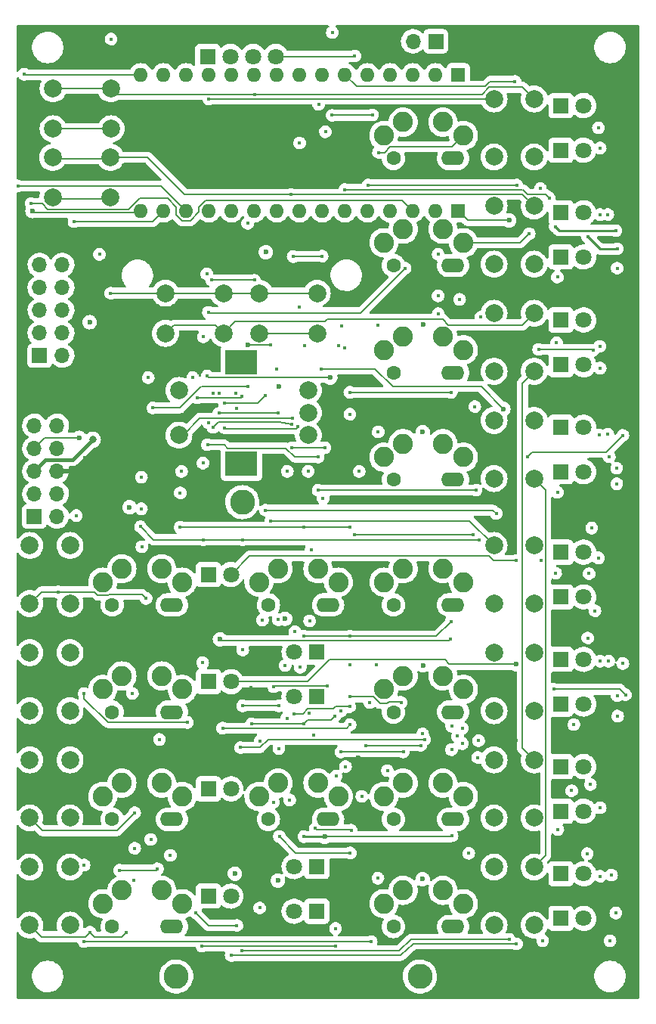
<source format=gbr>
%TF.GenerationSoftware,KiCad,Pcbnew,(6.0.1)*%
%TF.CreationDate,2022-08-04T18:13:32-07:00*%
%TF.ProjectId,main_board,6d61696e-5f62-46f6-9172-642e6b696361,2.1*%
%TF.SameCoordinates,Original*%
%TF.FileFunction,Copper,L3,Inr*%
%TF.FilePolarity,Positive*%
%FSLAX46Y46*%
G04 Gerber Fmt 4.6, Leading zero omitted, Abs format (unit mm)*
G04 Created by KiCad (PCBNEW (6.0.1)) date 2022-08-04 18:13:32*
%MOMM*%
%LPD*%
G01*
G04 APERTURE LIST*
%TA.AperFunction,ComponentPad*%
%ADD10C,2.800000*%
%TD*%
%TA.AperFunction,ComponentPad*%
%ADD11R,1.800000X1.800000*%
%TD*%
%TA.AperFunction,ComponentPad*%
%ADD12C,1.800000*%
%TD*%
%TA.AperFunction,ComponentPad*%
%ADD13C,2.000000*%
%TD*%
%TA.AperFunction,ComponentPad*%
%ADD14C,2.250000*%
%TD*%
%TA.AperFunction,ComponentPad*%
%ADD15O,2.600000X1.600000*%
%TD*%
%TA.AperFunction,ComponentPad*%
%ADD16C,1.600000*%
%TD*%
%TA.AperFunction,ComponentPad*%
%ADD17R,3.600000X2.800000*%
%TD*%
%TA.AperFunction,ComponentPad*%
%ADD18R,1.700000X1.700000*%
%TD*%
%TA.AperFunction,ComponentPad*%
%ADD19O,1.700000X1.700000*%
%TD*%
%TA.AperFunction,ComponentPad*%
%ADD20R,1.600000X1.600000*%
%TD*%
%TA.AperFunction,ComponentPad*%
%ADD21O,1.600000X1.600000*%
%TD*%
%TA.AperFunction,ViaPad*%
%ADD22C,0.600000*%
%TD*%
%TA.AperFunction,ViaPad*%
%ADD23C,0.400000*%
%TD*%
%TA.AperFunction,ViaPad*%
%ADD24C,0.800000*%
%TD*%
%TA.AperFunction,Conductor*%
%ADD25C,0.200000*%
%TD*%
%TA.AperFunction,Conductor*%
%ADD26C,0.400000*%
%TD*%
%TA.AperFunction,Conductor*%
%ADD27C,0.250000*%
%TD*%
G04 APERTURE END LIST*
D10*
X75800000Y-103900000D03*
D11*
X111500000Y-88520000D03*
D12*
X114040000Y-88520000D03*
D11*
X111500000Y-138500000D03*
D12*
X114040000Y-138500000D03*
D11*
X111500000Y-121500000D03*
D12*
X114040000Y-121500000D03*
D13*
X104000000Y-139250000D03*
X104000000Y-132750000D03*
X108500000Y-139250000D03*
X108500000Y-132750000D03*
D11*
X84140000Y-125700000D03*
D12*
X81600000Y-125700000D03*
D13*
X104000000Y-151250000D03*
X104000000Y-144750000D03*
X108500000Y-144750000D03*
X108500000Y-151250000D03*
D14*
X91670000Y-148850000D03*
X100570000Y-148850000D03*
X93820000Y-147350000D03*
X98270000Y-147350000D03*
D15*
X99410000Y-151400000D03*
D16*
X92730000Y-151400000D03*
D13*
X104000000Y-58750000D03*
X104000000Y-65250000D03*
X108500000Y-65250000D03*
X108500000Y-58750000D03*
D11*
X111500000Y-100500000D03*
D12*
X114040000Y-100500000D03*
D11*
X111500000Y-59500000D03*
D12*
X114040000Y-59500000D03*
D13*
X104000000Y-127250000D03*
X104000000Y-120750000D03*
X108500000Y-127250000D03*
X108500000Y-120750000D03*
D11*
X111500000Y-145500000D03*
D12*
X114040000Y-145500000D03*
D13*
X61100000Y-62100000D03*
X54600000Y-62100000D03*
X54600000Y-57600000D03*
X61100000Y-57600000D03*
D11*
X111500000Y-71500000D03*
D12*
X114040000Y-71500000D03*
D14*
X91670000Y-62850000D03*
X100570000Y-62850000D03*
X93820000Y-61350000D03*
X98270000Y-61350000D03*
D15*
X99410000Y-65400000D03*
D16*
X92730000Y-65400000D03*
D13*
X104000000Y-82750000D03*
X104000000Y-89250000D03*
X108500000Y-82750000D03*
X108500000Y-89250000D03*
D14*
X77670000Y-112850000D03*
X86570000Y-112850000D03*
X79820000Y-111350000D03*
X84270000Y-111350000D03*
D15*
X85410000Y-115400000D03*
D16*
X78730000Y-115400000D03*
D13*
X61050000Y-69800000D03*
X54550000Y-69800000D03*
X54550000Y-65300000D03*
X61050000Y-65300000D03*
X52000000Y-144750000D03*
X52000000Y-151250000D03*
X56500000Y-144750000D03*
X56500000Y-151250000D03*
X68700000Y-96400000D03*
X68700000Y-91400000D03*
D17*
X75700000Y-99600000D03*
X75700000Y-88200000D03*
D13*
X83200000Y-96400000D03*
X83200000Y-91400000D03*
X83200000Y-93900000D03*
D11*
X72000000Y-112000000D03*
D12*
X74540000Y-112000000D03*
D13*
X104000000Y-108750000D03*
X104000000Y-115250000D03*
X108500000Y-108750000D03*
X108500000Y-115250000D03*
X52000000Y-108750000D03*
X52000000Y-115250000D03*
X56500000Y-115250000D03*
X56500000Y-108750000D03*
D11*
X84140000Y-144700000D03*
D12*
X81600000Y-144700000D03*
D11*
X111500000Y-64500000D03*
D12*
X114040000Y-64500000D03*
D14*
X77670000Y-136850000D03*
X86570000Y-136850000D03*
X79820000Y-135350000D03*
X84270000Y-135350000D03*
D15*
X85410000Y-139400000D03*
D16*
X78730000Y-139400000D03*
D11*
X84140000Y-120700000D03*
D12*
X81600000Y-120700000D03*
D13*
X52000000Y-132750000D03*
X52000000Y-139250000D03*
X56500000Y-139250000D03*
X56500000Y-132750000D03*
D14*
X91670000Y-112850000D03*
X100570000Y-112850000D03*
X93820000Y-111350000D03*
X98270000Y-111350000D03*
D15*
X99410000Y-115400000D03*
D16*
X92730000Y-115400000D03*
D11*
X72000000Y-136000000D03*
D12*
X74540000Y-136000000D03*
D11*
X111500000Y-133500000D03*
D12*
X114040000Y-133500000D03*
D11*
X84140000Y-149700000D03*
D12*
X81600000Y-149700000D03*
D11*
X72000000Y-124000000D03*
D12*
X74540000Y-124000000D03*
D14*
X60170000Y-112850000D03*
X69070000Y-112850000D03*
X62320000Y-111350000D03*
X66770000Y-111350000D03*
D15*
X67910000Y-115400000D03*
D16*
X61230000Y-115400000D03*
D11*
X111500000Y-95500000D03*
D12*
X114040000Y-95500000D03*
D14*
X60170000Y-124850000D03*
X69070000Y-124850000D03*
X62320000Y-123350000D03*
X66770000Y-123350000D03*
D15*
X67910000Y-127400000D03*
D16*
X61230000Y-127400000D03*
D14*
X60170000Y-136850000D03*
X69070000Y-136850000D03*
X62320000Y-135350000D03*
X66770000Y-135350000D03*
D15*
X67910000Y-139400000D03*
D16*
X61230000Y-139400000D03*
D14*
X91670000Y-136850000D03*
X100570000Y-136850000D03*
X93820000Y-135350000D03*
X98270000Y-135350000D03*
D15*
X99410000Y-139400000D03*
D16*
X92730000Y-139400000D03*
D11*
X111500000Y-150500000D03*
D12*
X114040000Y-150500000D03*
D11*
X111500000Y-126500000D03*
D12*
X114040000Y-126500000D03*
D13*
X104000000Y-94750000D03*
X104000000Y-101250000D03*
X108500000Y-94750000D03*
X108500000Y-101250000D03*
D11*
X111500000Y-83500000D03*
D12*
X114040000Y-83500000D03*
D11*
X111500000Y-76450000D03*
D12*
X114040000Y-76450000D03*
D14*
X91670000Y-86850000D03*
X100570000Y-86850000D03*
X93820000Y-85350000D03*
X98270000Y-85350000D03*
D15*
X99410000Y-89400000D03*
D16*
X92730000Y-89400000D03*
D13*
X104000000Y-70750000D03*
X104000000Y-77250000D03*
X108500000Y-70750000D03*
X108500000Y-77250000D03*
D14*
X91670000Y-124850000D03*
X100570000Y-124850000D03*
X93820000Y-123350000D03*
X98270000Y-123350000D03*
D15*
X99410000Y-127400000D03*
D16*
X92730000Y-127400000D03*
D14*
X91670000Y-98850000D03*
X100570000Y-98850000D03*
X93820000Y-97350000D03*
X98270000Y-97350000D03*
D15*
X99410000Y-101400000D03*
D16*
X92730000Y-101400000D03*
D11*
X111500000Y-114500000D03*
D12*
X114040000Y-114500000D03*
D14*
X60170000Y-148850000D03*
X69070000Y-148850000D03*
X62320000Y-147350000D03*
X66770000Y-147350000D03*
D15*
X67910000Y-151400000D03*
D16*
X61230000Y-151400000D03*
D11*
X71940000Y-54000000D03*
D12*
X74480000Y-54000000D03*
X77020000Y-54000000D03*
X79560000Y-54000000D03*
D13*
X52000000Y-120750000D03*
X52000000Y-127250000D03*
X56500000Y-120750000D03*
X56500000Y-127250000D03*
D14*
X91670000Y-74850000D03*
X100570000Y-74850000D03*
X93820000Y-73350000D03*
X98270000Y-73350000D03*
D15*
X99410000Y-77400000D03*
D16*
X92730000Y-77400000D03*
D11*
X111500000Y-109500000D03*
D12*
X114040000Y-109500000D03*
D11*
X72000000Y-148000000D03*
D12*
X74540000Y-148000000D03*
D13*
X77700000Y-80500000D03*
X84200000Y-80500000D03*
X77700000Y-85000000D03*
X84200000Y-85000000D03*
X73700000Y-80500000D03*
X67200000Y-80500000D03*
X67200000Y-85000000D03*
X73700000Y-85000000D03*
D18*
X97475000Y-52300000D03*
D19*
X94935000Y-52300000D03*
D20*
X100000000Y-56060000D03*
D21*
X97460000Y-56060000D03*
X94920000Y-56060000D03*
X92380000Y-56060000D03*
X89840000Y-56060000D03*
X87300000Y-56060000D03*
X84760000Y-56060000D03*
X82220000Y-56060000D03*
X79680000Y-56060000D03*
X77140000Y-56060000D03*
X74600000Y-56060000D03*
X72060000Y-56060000D03*
X69520000Y-56060000D03*
X66980000Y-56060000D03*
X64440000Y-56060000D03*
D18*
X53100000Y-87500000D03*
D19*
X55640000Y-87500000D03*
X53100000Y-84960000D03*
X55640000Y-84960000D03*
X53100000Y-82420000D03*
X55640000Y-82420000D03*
X53100000Y-79880000D03*
X55640000Y-79880000D03*
X53100000Y-77340000D03*
X55640000Y-77340000D03*
D20*
X100000000Y-71300000D03*
D21*
X97460000Y-71300000D03*
X94920000Y-71300000D03*
X92380000Y-71300000D03*
X89840000Y-71300000D03*
X87300000Y-71300000D03*
X84760000Y-71300000D03*
X82220000Y-71300000D03*
X79680000Y-71300000D03*
X77140000Y-71300000D03*
X74600000Y-71300000D03*
X72060000Y-71300000D03*
X69520000Y-71300000D03*
X66980000Y-71300000D03*
X64440000Y-71300000D03*
D18*
X52500000Y-105500000D03*
D19*
X55040000Y-105500000D03*
X52500000Y-102960000D03*
X55040000Y-102960000D03*
X52500000Y-100420000D03*
X55040000Y-100420000D03*
X52500000Y-97880000D03*
X55040000Y-97880000D03*
X52500000Y-95340000D03*
X55040000Y-95340000D03*
D10*
X68400000Y-157000000D03*
X95700000Y-157000000D03*
D22*
X78440000Y-75910000D03*
D23*
X75800000Y-108100000D03*
X56300000Y-90350000D03*
X52150000Y-70450000D03*
X61050000Y-80500000D03*
X83175000Y-100450000D03*
X80850000Y-100450000D03*
X84850000Y-103450000D03*
X79680000Y-89039031D03*
X84750000Y-76350000D03*
X81500000Y-76400000D03*
X81400000Y-94500000D03*
D22*
X106500000Y-122050000D03*
X105700000Y-72350000D03*
D23*
X89875000Y-68400000D03*
X106550000Y-68400000D03*
X105700000Y-152850000D03*
X75750000Y-154150000D03*
X62775000Y-152075000D03*
X51350000Y-56000000D03*
X58745489Y-152045489D03*
D22*
X57550000Y-96700000D03*
X52300000Y-71300000D03*
D23*
X63750000Y-138675000D03*
X85884511Y-51325000D03*
X84350000Y-59350000D03*
X66525000Y-130475000D03*
X69000000Y-100450000D03*
X79300000Y-137475000D03*
X61100000Y-52050000D03*
X88900000Y-100450000D03*
X63625000Y-146275000D03*
X71362500Y-121862500D03*
X63750000Y-142650000D03*
X88400000Y-53950000D03*
X88400000Y-107550000D03*
X100450000Y-129200000D03*
X82220000Y-63680000D03*
X101650000Y-107550000D03*
X100450000Y-130925000D03*
X85115000Y-62435000D03*
X99250000Y-128950000D03*
X90098682Y-126348682D03*
X86600000Y-86400000D03*
X82750000Y-86400000D03*
X99250000Y-131600000D03*
X74550000Y-154650000D03*
X110199031Y-69850969D03*
X87275000Y-68900000D03*
X106525000Y-153350000D03*
D22*
X79912500Y-90962500D03*
X96050000Y-122150000D03*
D24*
X59050000Y-96900000D03*
D23*
X83500000Y-109250000D03*
X111150000Y-140550000D03*
X115895000Y-145780000D03*
X115895000Y-71705000D03*
D22*
X96000000Y-96050000D03*
D23*
X115800000Y-96375000D03*
X109200000Y-68800000D03*
X65800000Y-93350000D03*
X111100000Y-102800000D03*
D22*
X96000000Y-146100000D03*
D23*
X83315000Y-127535000D03*
X59800000Y-76150000D03*
D22*
X58700000Y-83750000D03*
D23*
X64550000Y-108900000D03*
X77750000Y-149325000D03*
X111100000Y-78700000D03*
X115895000Y-121705000D03*
D22*
X96050000Y-84000000D03*
D23*
X112950000Y-128800000D03*
D22*
X74962500Y-145487500D03*
D23*
X110900000Y-111850000D03*
D22*
X80600000Y-116950000D03*
X63175000Y-104475000D03*
D23*
X76425000Y-90975000D03*
X111000000Y-86050000D03*
X109450000Y-153000000D03*
X65555000Y-141670000D03*
X82300000Y-122375000D03*
X71400000Y-108100000D03*
D22*
X91000000Y-116850000D03*
D23*
X97250000Y-127075000D03*
X69987500Y-140012500D03*
X71400000Y-99512500D03*
X113500000Y-91650000D03*
X106450000Y-130550000D03*
X114300000Y-147450000D03*
X102162500Y-132487500D03*
X113500000Y-55150000D03*
X102300000Y-108100000D03*
D22*
X91050000Y-77900000D03*
D23*
X105000000Y-106800000D03*
X114200000Y-68200000D03*
D22*
X88800000Y-132550000D03*
D23*
X119705000Y-64100000D03*
X72995000Y-145480000D03*
X89350000Y-150350000D03*
X119705000Y-88645000D03*
X76800000Y-124650000D03*
X65262500Y-89962500D03*
D22*
X58225000Y-99025000D03*
D23*
X119705000Y-137995000D03*
X91037500Y-140550000D03*
D22*
X91037500Y-90812500D03*
D23*
X102275000Y-130600000D03*
X114600000Y-81200000D03*
X64400000Y-106650000D03*
X70250000Y-89950000D03*
X114425000Y-123600000D03*
X119705000Y-113995000D03*
X87850000Y-94050000D03*
X87300000Y-86650000D03*
X87850000Y-91600000D03*
X99200000Y-91600000D03*
X100150000Y-81200000D03*
X82700000Y-106700000D03*
X68850000Y-106700000D03*
X99300000Y-141250000D03*
X99200000Y-117250000D03*
X87850000Y-118900000D03*
D22*
X85050000Y-141362011D03*
D23*
X87850000Y-106700000D03*
X82700000Y-141350000D03*
X86150000Y-127850000D03*
X82700000Y-118900000D03*
X86900000Y-84150000D03*
X82700000Y-128700000D03*
X76850000Y-128700000D03*
X68850000Y-102850000D03*
X64500000Y-104650000D03*
X64500000Y-101100000D03*
X96000000Y-129850000D03*
X83825000Y-129950000D03*
X63500000Y-125300000D03*
X56950000Y-72500000D03*
X55200000Y-113950489D03*
X50650000Y-68500000D03*
X65025000Y-114675000D03*
X109250000Y-110450000D03*
X106450000Y-110450000D03*
X97735000Y-80815000D03*
X97740480Y-76159520D03*
X97750000Y-82800000D03*
X79900000Y-126700000D03*
X75850000Y-126700000D03*
X75850000Y-120450000D03*
X79900480Y-131475000D03*
X71875000Y-89775000D03*
D22*
X85650000Y-89950000D03*
D23*
X87850000Y-122100000D03*
D22*
X73300000Y-119250000D03*
D23*
X72525000Y-91700000D03*
X99150000Y-119200000D03*
D22*
X79800000Y-146250000D03*
D23*
X73175000Y-91700000D03*
X79800000Y-93950000D03*
X73175000Y-93950000D03*
X73800000Y-92825000D03*
X78400000Y-91950000D03*
X104250000Y-105150000D03*
X101175000Y-143200000D03*
X78400000Y-104800000D03*
X73825000Y-95575000D03*
X82200000Y-82100244D03*
X81999511Y-95450489D03*
X71999855Y-82650145D03*
X72024511Y-95025489D03*
X94050000Y-77700000D03*
X72525000Y-95525000D03*
X81375000Y-97800000D03*
X81375000Y-95150000D03*
X85050000Y-97800000D03*
X84300000Y-102550000D03*
X84300000Y-98850000D03*
X71900000Y-97475000D03*
X101994511Y-102550000D03*
X101850000Y-93200000D03*
X72400000Y-79050000D03*
X75125000Y-93400000D03*
X77150000Y-79050000D03*
X75100000Y-91700000D03*
X75775000Y-92050000D03*
X70750000Y-92225000D03*
X96200000Y-130450000D03*
X75600000Y-131375000D03*
X78065000Y-117085000D03*
X86850000Y-131855000D03*
X86850000Y-127300000D03*
X93845000Y-131855000D03*
X58075000Y-144525000D03*
X90245489Y-153095489D03*
X92050000Y-133950000D03*
X89188569Y-136838569D03*
X58075000Y-153100000D03*
X95775000Y-131125000D03*
X89675000Y-131125000D03*
X83350000Y-117200000D03*
X79335000Y-124565000D03*
X85325000Y-124500000D03*
X77800000Y-130650000D03*
X79837500Y-117062500D03*
X80800000Y-128075000D03*
X80605000Y-122175000D03*
X73600000Y-129200000D03*
X87875000Y-128825000D03*
X81112500Y-137237500D03*
X81700489Y-118406905D03*
X86300000Y-134565436D03*
X84000000Y-140425000D03*
X87370218Y-133495218D03*
X88000000Y-140625000D03*
X87850000Y-125700000D03*
X93575000Y-126300000D03*
X86250000Y-153610000D03*
X71285000Y-153610000D03*
X86250000Y-151625000D03*
X114650000Y-111900000D03*
X112700000Y-136200000D03*
X114950000Y-106800000D03*
X91050000Y-64750000D03*
X91025000Y-84125000D03*
X107950000Y-73850000D03*
X102500000Y-83200000D03*
X91025000Y-96025000D03*
X90850000Y-122100000D03*
X91000000Y-146000000D03*
X110850000Y-73050000D03*
X117650000Y-73500000D03*
X109000000Y-86800000D03*
X115100000Y-86900000D03*
X118435000Y-96415000D03*
X107750000Y-98850000D03*
X115895000Y-64250000D03*
X115700000Y-62000000D03*
X117800000Y-77700000D03*
X114500000Y-74200000D03*
X117800000Y-75550000D03*
X116750000Y-71700000D03*
X115900000Y-88900000D03*
X115850000Y-86450000D03*
X117750000Y-101850000D03*
X117750000Y-100100000D03*
X116921792Y-98828208D03*
X116750000Y-96300000D03*
X118435000Y-121965000D03*
X118725000Y-125450000D03*
X110750000Y-124850000D03*
X115310000Y-116060000D03*
X115700000Y-110150000D03*
X117850000Y-127850000D03*
X116850000Y-121700000D03*
X117800000Y-125550000D03*
X114500000Y-119100000D03*
X115895000Y-138105000D03*
X114800000Y-135500000D03*
X117165000Y-145635000D03*
X117650000Y-149900000D03*
X117000000Y-153000000D03*
X114450000Y-143250000D03*
X77150000Y-58249511D03*
X81249511Y-69450489D03*
X106350000Y-56800000D03*
X84650000Y-89000000D03*
X90400000Y-60550000D03*
D22*
X105050489Y-93450489D03*
D23*
X85859511Y-60590489D03*
X72050000Y-58750000D03*
X79000000Y-86300000D03*
X79000000Y-106000000D03*
X76400489Y-72700000D03*
D22*
X76400000Y-86300000D03*
D23*
X66297500Y-144952500D03*
X62050000Y-145100000D03*
X67750000Y-143450000D03*
X75200000Y-151275000D03*
X70575000Y-149850000D03*
X71450000Y-85375000D03*
X71825000Y-78350000D03*
X87900000Y-143175000D03*
X79950000Y-141325000D03*
X81599511Y-127575489D03*
X57200000Y-105400000D03*
X87824511Y-126800489D03*
X99900000Y-130100000D03*
X58075489Y-125324511D03*
X69655479Y-128569521D03*
D25*
X93720000Y-70100000D02*
X94920000Y-71300000D01*
X69975433Y-72399511D02*
X70950000Y-71424944D01*
X67425922Y-69850000D02*
X68420489Y-70844567D01*
X52150000Y-70450000D02*
X53362213Y-70450000D01*
X63075489Y-71099511D02*
X64325000Y-69850000D01*
X64325000Y-69850000D02*
X67425922Y-69850000D01*
X70950000Y-71424944D02*
X70950000Y-70855056D01*
X69064567Y-72399511D02*
X69975433Y-72399511D01*
X54011724Y-71099511D02*
X63075489Y-71099511D01*
X68420489Y-71755433D02*
X69064567Y-72399511D01*
X70950000Y-70855056D02*
X71705056Y-70100000D01*
X68420489Y-70844567D02*
X68420489Y-71755433D01*
X53362213Y-70450000D02*
X54011724Y-71099511D01*
X71705056Y-70100000D02*
X93720000Y-70100000D01*
X54650000Y-69950000D02*
X61150000Y-69950000D01*
X73700000Y-80500000D02*
X77700000Y-80500000D01*
X54600000Y-62100000D02*
X61100000Y-62100000D01*
X77700000Y-80500000D02*
X84200000Y-80500000D01*
X61050000Y-80500000D02*
X67200000Y-80500000D01*
X67200000Y-80500000D02*
X73700000Y-80500000D01*
X81500000Y-76400000D02*
X84700000Y-76400000D01*
X84700000Y-76400000D02*
X84750000Y-76350000D01*
X71025000Y-94500000D02*
X69200000Y-96400000D01*
X81400000Y-94500000D02*
X71025000Y-94500000D01*
X100000000Y-71300000D02*
X101050000Y-72350000D01*
X85549511Y-121550489D02*
X83100000Y-124000000D01*
X83100000Y-124000000D02*
X74540000Y-124000000D01*
X98984564Y-122050000D02*
X98485053Y-121550489D01*
X98485053Y-121550489D02*
X85549511Y-121550489D01*
X106500000Y-122050000D02*
X98984564Y-122050000D01*
X101050000Y-72350000D02*
X105700000Y-72350000D01*
X106550000Y-68400000D02*
X89875000Y-68400000D01*
X94700000Y-152850000D02*
X105700000Y-152850000D01*
X75750000Y-154150000D02*
X93400000Y-154150000D01*
X93400000Y-154150000D02*
X94700000Y-152850000D01*
X62280479Y-152569521D02*
X62775000Y-152075000D01*
X52500000Y-97880000D02*
X53649511Y-96730489D01*
X58745489Y-152045489D02*
X59269521Y-152569521D01*
X53299511Y-152549511D02*
X52000000Y-151250000D01*
X59269521Y-152569521D02*
X62280479Y-152569521D01*
X58241467Y-152549511D02*
X53299511Y-152549511D01*
X58745489Y-152045489D02*
X58241467Y-152549511D01*
X53649511Y-96730489D02*
X57519511Y-96730489D01*
X64440000Y-56060000D02*
X51410000Y-56060000D01*
X51410000Y-56060000D02*
X51350000Y-56000000D01*
X57519511Y-96730489D02*
X57550000Y-96700000D01*
X63750000Y-138675000D02*
X61750000Y-140675000D01*
X61750000Y-140675000D02*
X53425000Y-140675000D01*
X53425000Y-140675000D02*
X52000000Y-139250000D01*
X64240969Y-71499031D02*
X52499031Y-71499031D01*
X64440000Y-71300000D02*
X64240969Y-71499031D01*
X52499031Y-71499031D02*
X52300000Y-71300000D01*
X88400000Y-53950000D02*
X88350000Y-54000000D01*
X88400000Y-107550000D02*
X101650000Y-107550000D01*
X88350000Y-54000000D02*
X79560000Y-54000000D01*
X90098682Y-126348682D02*
X90098682Y-126422636D01*
X107765495Y-69450489D02*
X107215006Y-68900000D01*
X106524511Y-153349511D02*
X106525000Y-153350000D01*
X109798551Y-69450489D02*
X107765495Y-69450489D01*
X107195003Y-68900000D02*
X87275000Y-68900000D01*
X93550000Y-154650000D02*
X94950000Y-153350000D01*
X94950000Y-153349511D02*
X106524511Y-153349511D01*
X110199031Y-69850969D02*
X109798551Y-69450489D01*
X74550000Y-154650000D02*
X93550000Y-154650000D01*
X71175000Y-90975000D02*
X68800000Y-93350000D01*
D26*
X52500000Y-100420000D02*
X53749511Y-99170489D01*
X56779511Y-99170489D02*
X59050000Y-96900000D01*
D25*
X68800000Y-93350000D02*
X65800000Y-93350000D01*
D26*
X53749511Y-99170489D02*
X56779511Y-99170489D01*
D25*
X76425000Y-90975000D02*
X71275000Y-90975000D01*
X64400000Y-106650000D02*
X65850000Y-108100000D01*
X65850000Y-108100000D02*
X75800000Y-108100000D01*
X75800000Y-108100000D02*
X102300000Y-108100000D01*
X85050000Y-141362011D02*
X99187989Y-141362011D01*
X99187989Y-141362011D02*
X99300000Y-141250000D01*
X82700000Y-118900000D02*
X97550000Y-118900000D01*
X85708095Y-128291905D02*
X86150000Y-127850000D01*
X87850000Y-91600000D02*
X99200000Y-91600000D01*
X99200000Y-117250000D02*
X97550000Y-118900000D01*
X68850000Y-106700000D02*
X85050489Y-106699511D01*
D27*
X85037989Y-141350000D02*
X85050000Y-141362011D01*
D25*
X85050489Y-106699511D02*
X87849511Y-106699511D01*
D27*
X82700000Y-141350000D02*
X85037989Y-141350000D01*
D25*
X83108095Y-128291905D02*
X85708095Y-128291905D01*
X82700000Y-128700000D02*
X83108095Y-128291905D01*
X76850000Y-128700000D02*
X82700000Y-128700000D01*
X56950000Y-72500000D02*
X65780000Y-72500000D01*
X65780000Y-72500000D02*
X66980000Y-71300000D01*
X55249511Y-113950489D02*
X59255925Y-113950489D01*
X60809564Y-114225000D02*
X64575000Y-114225000D01*
X66720489Y-68500489D02*
X50650000Y-68500489D01*
X53299511Y-113950489D02*
X55249511Y-113950489D01*
X52000000Y-115250000D02*
X53299511Y-113950489D01*
X69520000Y-71300000D02*
X66720489Y-68500489D01*
X64575000Y-114225000D02*
X65025000Y-114675000D01*
X59605959Y-114300523D02*
X60734041Y-114300523D01*
X60734041Y-114300523D02*
X60809564Y-114225000D01*
X59255925Y-113950489D02*
X59605959Y-114300523D01*
X103950000Y-110450000D02*
X106450000Y-110450000D01*
X103425489Y-109925489D02*
X76614511Y-109925489D01*
X103425489Y-109925489D02*
X103950000Y-110450000D01*
X76614511Y-109925489D02*
X74540000Y-112000000D01*
X79900000Y-126700000D02*
X75850000Y-126700000D01*
X72050000Y-89950000D02*
X85600000Y-89950000D01*
X71875000Y-89775000D02*
X72050000Y-89950000D01*
X98950489Y-119399511D02*
X73499511Y-119399511D01*
X99150000Y-119200000D02*
X98950489Y-119399511D01*
X73499511Y-119399511D02*
X73300000Y-119200000D01*
X79800000Y-93950000D02*
X73175000Y-93950000D01*
X78400000Y-91950000D02*
X77550000Y-92800000D01*
X78400000Y-104800000D02*
X103900000Y-104800000D01*
X103900000Y-104800000D02*
X104250000Y-105150000D01*
X77550000Y-92800000D02*
X73800000Y-92800000D01*
X73874511Y-95649511D02*
X81825489Y-95649511D01*
X81825489Y-95649511D02*
X82000000Y-95475000D01*
X73825000Y-95575000D02*
X73874511Y-95649511D01*
X94050000Y-77700000D02*
X94050000Y-77733954D01*
X89083954Y-82700000D02*
X72000000Y-82700000D01*
X94050000Y-77733954D02*
X89083954Y-82700000D01*
X73150480Y-94899520D02*
X79861733Y-94899520D01*
X81375000Y-97800000D02*
X85050000Y-97800000D01*
X79861733Y-94899520D02*
X81375000Y-95150000D01*
X72525000Y-95525000D02*
X73150480Y-94899520D01*
X81693095Y-98849511D02*
X80693095Y-97849511D01*
X73775000Y-97475000D02*
X74149511Y-97849511D01*
X101774991Y-102569520D02*
X84319520Y-102569520D01*
X83900489Y-98849511D02*
X81693095Y-98849511D01*
X84300000Y-98850000D02*
X83900489Y-98849511D01*
X80693095Y-97849511D02*
X74149511Y-97849511D01*
X71900000Y-97475000D02*
X73775000Y-97475000D01*
X101994511Y-102550000D02*
X101774991Y-102569520D01*
X72400000Y-79050000D02*
X77150000Y-79050000D01*
X75625489Y-92199511D02*
X70774511Y-92199511D01*
X75775000Y-92050000D02*
X75625489Y-92199511D01*
X77781416Y-131375000D02*
X75675000Y-131375000D01*
X96200000Y-130450000D02*
X78706416Y-130450000D01*
X78706416Y-130450000D02*
X77781416Y-131375000D01*
X86850000Y-131855000D02*
X93845000Y-131855000D01*
X90245489Y-153095489D02*
X58075000Y-153100000D01*
X95775000Y-131125000D02*
X89675000Y-131125000D01*
X79399511Y-124500489D02*
X79335000Y-124565000D01*
X85325000Y-124500000D02*
X79399511Y-124500489D01*
X73774511Y-129199511D02*
X87500489Y-129199511D01*
X87500489Y-129199511D02*
X87875000Y-128825000D01*
X73600000Y-129200000D02*
X73774511Y-129199511D01*
X92245567Y-126230479D02*
X93505479Y-126230479D01*
X92026046Y-126450000D02*
X92245567Y-126230479D01*
X87944520Y-140569520D02*
X88000000Y-140625000D01*
X90505436Y-125700000D02*
X87850000Y-125700000D01*
X91255436Y-126450000D02*
X92026046Y-126450000D01*
X84000000Y-140425000D02*
X84144520Y-140569520D01*
X84144520Y-140569520D02*
X87944520Y-140569520D01*
X93505479Y-126230479D02*
X93575000Y-126300000D01*
X90505436Y-125700000D02*
X91255436Y-126450000D01*
X86250000Y-153610000D02*
X71285000Y-153610000D01*
X91726046Y-64750000D02*
X92376046Y-64100000D01*
X99320000Y-64100000D02*
X100570000Y-62850000D01*
X92376046Y-64100000D02*
X99320000Y-64100000D01*
X91050000Y-64750000D02*
X91726046Y-64750000D01*
X106950000Y-74850000D02*
X107950000Y-73850000D01*
X100570000Y-74850000D02*
X106950000Y-74850000D01*
D27*
X111300000Y-73500000D02*
X110850000Y-73050000D01*
X117650000Y-73500000D02*
X111300000Y-73500000D01*
D25*
X115000000Y-86800000D02*
X115100000Y-86900000D01*
X109000000Y-86800000D02*
X115000000Y-86800000D01*
X116521303Y-98328697D02*
X118435000Y-96415000D01*
X107750000Y-98850000D02*
X108271303Y-98328697D01*
X108271303Y-98328697D02*
X116521303Y-98328697D01*
D27*
X115850000Y-75550000D02*
X117800000Y-75550000D01*
X114500000Y-74200000D02*
X115850000Y-75550000D01*
D25*
X118125000Y-124850000D02*
X118725000Y-125450000D01*
X110750000Y-124850000D02*
X118125000Y-124850000D01*
X107200489Y-57450489D02*
X108500000Y-58750000D01*
X54600000Y-57600000D02*
X61100000Y-57600000D01*
X77150000Y-58249511D02*
X61749511Y-58249511D01*
X61749511Y-58249511D02*
X61100000Y-57600000D01*
X103461724Y-57450489D02*
X107200489Y-57450489D01*
X77150000Y-58249511D02*
X102662702Y-58249511D01*
X102662702Y-58249511D02*
X103461724Y-57450489D01*
X69349511Y-69450489D02*
X65199022Y-65300000D01*
X65199022Y-65300000D02*
X61050000Y-65300000D01*
X54650000Y-65450000D02*
X61150000Y-65450000D01*
X69349511Y-69450489D02*
X81249511Y-69450489D01*
X81249511Y-69450489D02*
X107200489Y-69450489D01*
X107200489Y-69450489D02*
X108500000Y-70750000D01*
X103547207Y-56800000D02*
X106350000Y-56800000D01*
X107200489Y-84049511D02*
X98899511Y-84049511D01*
X85356905Y-83400489D02*
X85056905Y-83700489D01*
X68100000Y-84100000D02*
X71400000Y-84100000D01*
X98250489Y-83400489D02*
X85356905Y-83400489D01*
X107180480Y-90569520D02*
X108500000Y-89250000D01*
X73700000Y-85000000D02*
X74999511Y-83700489D01*
X98899511Y-84049511D02*
X98250489Y-83400489D01*
X88590000Y-57350000D02*
X102997207Y-57350000D01*
X102997207Y-57350000D02*
X103547207Y-56800000D01*
X74999511Y-83700489D02*
X85056905Y-83700489D01*
X67200000Y-85000000D02*
X68100000Y-84100000D01*
X107200489Y-131450489D02*
X108500000Y-132750000D01*
X72800000Y-84100000D02*
X73700000Y-85000000D01*
X107200489Y-90549511D02*
X107200489Y-131450489D01*
X71400000Y-84100000D02*
X72800000Y-84100000D01*
X87300000Y-56060000D02*
X88590000Y-57350000D01*
X108500000Y-82750000D02*
X107200489Y-84049511D01*
X84650000Y-89000000D02*
X90676046Y-89000000D01*
X109799511Y-143450489D02*
X108500000Y-144750000D01*
X85859511Y-60590489D02*
X90359511Y-60590489D01*
X102569040Y-90969040D02*
X105050489Y-93450489D01*
X108500000Y-101250000D02*
X109799511Y-102549511D01*
X109799511Y-102549511D02*
X109799511Y-143450489D01*
X92645086Y-90969040D02*
X102569040Y-90969040D01*
X90676046Y-89000000D02*
X92645086Y-90969040D01*
X90359511Y-60590489D02*
X90400000Y-60550000D01*
X77700000Y-85000000D02*
X84200000Y-85000000D01*
X72050000Y-58750000D02*
X104000000Y-58750000D01*
X79000000Y-106000000D02*
X101250000Y-106000000D01*
X101250000Y-106000000D02*
X104000000Y-108750000D01*
X76400000Y-86300000D02*
X79000000Y-86300000D01*
X66150000Y-145100000D02*
X66297500Y-144952500D01*
X62050000Y-145100000D02*
X66150000Y-145100000D01*
X72000000Y-151275000D02*
X75200000Y-151275000D01*
X70575000Y-149850000D02*
X72000000Y-151275000D01*
X81800000Y-143175000D02*
X87900000Y-143175000D01*
X79950000Y-141325000D02*
X81800000Y-143175000D01*
X58075489Y-125324511D02*
X58075489Y-125899443D01*
X81599511Y-127575489D02*
X82568095Y-127575489D01*
X82568095Y-127575489D02*
X83108095Y-127035489D01*
X86035489Y-127035489D02*
X86270489Y-126800489D01*
X83108095Y-127035489D02*
X86035489Y-127035489D01*
X86270489Y-126800489D02*
X87824511Y-126800489D01*
X60745567Y-128569521D02*
X69655479Y-128569521D01*
X58075489Y-125899443D02*
X60745567Y-128569521D01*
%TA.AperFunction,Conductor*%
G36*
X85477117Y-50528002D02*
G01*
X85523610Y-50581658D01*
X85533714Y-50651932D01*
X85504220Y-50716512D01*
X85484321Y-50734208D01*
X85483350Y-50734709D01*
X85354126Y-50847439D01*
X85255521Y-50987739D01*
X85193229Y-51147509D01*
X85192237Y-51155042D01*
X85192237Y-51155043D01*
X85172752Y-51303051D01*
X85170846Y-51317526D01*
X85178544Y-51387254D01*
X85187569Y-51468996D01*
X85189664Y-51487975D01*
X85192273Y-51495106D01*
X85192274Y-51495108D01*
X85200199Y-51516764D01*
X85248596Y-51649015D01*
X85344241Y-51791349D01*
X85471076Y-51906760D01*
X85621779Y-51988585D01*
X85787650Y-52032101D01*
X85875097Y-52033474D01*
X85951514Y-52034675D01*
X85951517Y-52034675D01*
X85959113Y-52034794D01*
X85966517Y-52033098D01*
X85966519Y-52033098D01*
X86029357Y-52018706D01*
X86126270Y-51996510D01*
X86279469Y-51919459D01*
X86285240Y-51914530D01*
X86285243Y-51914528D01*
X86404089Y-51813023D01*
X86409866Y-51808089D01*
X86509935Y-51668830D01*
X86573896Y-51509720D01*
X86584046Y-51438401D01*
X86597477Y-51344031D01*
X86597477Y-51344027D01*
X86598058Y-51339947D01*
X86598132Y-51332857D01*
X86598172Y-51329133D01*
X86598172Y-51329127D01*
X86598215Y-51325000D01*
X86590895Y-51264511D01*
X86578526Y-51162299D01*
X86578525Y-51162296D01*
X86577613Y-51154758D01*
X86574496Y-51146507D01*
X86519682Y-51001447D01*
X86516998Y-50994344D01*
X86507938Y-50981161D01*
X86424170Y-50859278D01*
X86424169Y-50859276D01*
X86419868Y-50853019D01*
X86413606Y-50847439D01*
X86297509Y-50744001D01*
X86291832Y-50738943D01*
X86287410Y-50736602D01*
X86243584Y-50682164D01*
X86236027Y-50611571D01*
X86267836Y-50548099D01*
X86328911Y-50511899D01*
X86360015Y-50508000D01*
X120166000Y-50508000D01*
X120234121Y-50528002D01*
X120280614Y-50581658D01*
X120292000Y-50634000D01*
X120292000Y-159366000D01*
X120271998Y-159434121D01*
X120218342Y-159480614D01*
X120166000Y-159492000D01*
X50634000Y-159492000D01*
X50565879Y-159471998D01*
X50519386Y-159418342D01*
X50508000Y-159366000D01*
X50508000Y-157107655D01*
X52239858Y-157107655D01*
X52275104Y-157366638D01*
X52276412Y-157371124D01*
X52276412Y-157371126D01*
X52296098Y-157438664D01*
X52348243Y-157617567D01*
X52457668Y-157854928D01*
X52460231Y-157858837D01*
X52598410Y-158069596D01*
X52598414Y-158069601D01*
X52600976Y-158073509D01*
X52775018Y-158268506D01*
X52975970Y-158435637D01*
X52979973Y-158438066D01*
X53195422Y-158568804D01*
X53195426Y-158568806D01*
X53199419Y-158571229D01*
X53440455Y-158672303D01*
X53693783Y-158736641D01*
X53698434Y-158737109D01*
X53698438Y-158737110D01*
X53891308Y-158756531D01*
X53910867Y-158758500D01*
X54066354Y-158758500D01*
X54068679Y-158758327D01*
X54068685Y-158758327D01*
X54256000Y-158744407D01*
X54256004Y-158744406D01*
X54260652Y-158744061D01*
X54265200Y-158743032D01*
X54265206Y-158743031D01*
X54451601Y-158700853D01*
X54515577Y-158686377D01*
X54551769Y-158672303D01*
X54754824Y-158593340D01*
X54754827Y-158593339D01*
X54759177Y-158591647D01*
X54801029Y-158567727D01*
X54898770Y-158511863D01*
X54986098Y-158461951D01*
X55191357Y-158300138D01*
X55370443Y-158109763D01*
X55476116Y-157957437D01*
X55516759Y-157898851D01*
X55516761Y-157898848D01*
X55519424Y-157895009D01*
X55541284Y-157850682D01*
X55632960Y-157664781D01*
X55632961Y-157664778D01*
X55635025Y-157660593D01*
X55639014Y-157648133D01*
X55713280Y-157416123D01*
X55714707Y-157411665D01*
X55756721Y-157153693D01*
X55759520Y-156939899D01*
X66487569Y-156939899D01*
X66487744Y-156944351D01*
X66495786Y-157149020D01*
X66498180Y-157209963D01*
X66546737Y-157475837D01*
X66632272Y-157732217D01*
X66634265Y-157736205D01*
X66715535Y-157898851D01*
X66753078Y-157973987D01*
X66755607Y-157977646D01*
X66859563Y-158128058D01*
X66906744Y-158196324D01*
X67090205Y-158394790D01*
X67093659Y-158397602D01*
X67093660Y-158397603D01*
X67143361Y-158438066D01*
X67299799Y-158565427D01*
X67303617Y-158567726D01*
X67303619Y-158567727D01*
X67477319Y-158672303D01*
X67531346Y-158704830D01*
X67535441Y-158706564D01*
X67535443Y-158706565D01*
X67776124Y-158808480D01*
X67776131Y-158808482D01*
X67780225Y-158810216D01*
X67876358Y-158835705D01*
X68037172Y-158878345D01*
X68037177Y-158878346D01*
X68041469Y-158879484D01*
X68045878Y-158880006D01*
X68045884Y-158880007D01*
X68195210Y-158897680D01*
X68309868Y-158911251D01*
X68580064Y-158904883D01*
X68584459Y-158904151D01*
X68584464Y-158904151D01*
X68842267Y-158861241D01*
X68842271Y-158861240D01*
X68846669Y-158860508D01*
X69014959Y-158807285D01*
X69100114Y-158780354D01*
X69100116Y-158780353D01*
X69104360Y-158779011D01*
X69108371Y-158777085D01*
X69108376Y-158777083D01*
X69343979Y-158663948D01*
X69343980Y-158663947D01*
X69347998Y-158662018D01*
X69481166Y-158573038D01*
X69569013Y-158514341D01*
X69569017Y-158514338D01*
X69572721Y-158511863D01*
X69576038Y-158508892D01*
X69576042Y-158508889D01*
X69770729Y-158334512D01*
X69774045Y-158331542D01*
X69947953Y-158124654D01*
X69955115Y-158113171D01*
X70088614Y-157899111D01*
X70088615Y-157899109D01*
X70090975Y-157895325D01*
X70092969Y-157890816D01*
X70120292Y-157829012D01*
X70200258Y-157648133D01*
X70273620Y-157388008D01*
X70296946Y-157214343D01*
X70309172Y-157123324D01*
X70309173Y-157123316D01*
X70309599Y-157120142D01*
X70309846Y-157112289D01*
X70313274Y-157003222D01*
X70313274Y-157003217D01*
X70313375Y-157000000D01*
X70309120Y-156939899D01*
X93787569Y-156939899D01*
X93787744Y-156944351D01*
X93795786Y-157149020D01*
X93798180Y-157209963D01*
X93846737Y-157475837D01*
X93932272Y-157732217D01*
X93934265Y-157736205D01*
X94015535Y-157898851D01*
X94053078Y-157973987D01*
X94055607Y-157977646D01*
X94159563Y-158128058D01*
X94206744Y-158196324D01*
X94390205Y-158394790D01*
X94393659Y-158397602D01*
X94393660Y-158397603D01*
X94443361Y-158438066D01*
X94599799Y-158565427D01*
X94603617Y-158567726D01*
X94603619Y-158567727D01*
X94777319Y-158672303D01*
X94831346Y-158704830D01*
X94835441Y-158706564D01*
X94835443Y-158706565D01*
X95076124Y-158808480D01*
X95076131Y-158808482D01*
X95080225Y-158810216D01*
X95176358Y-158835705D01*
X95337172Y-158878345D01*
X95337177Y-158878346D01*
X95341469Y-158879484D01*
X95345878Y-158880006D01*
X95345884Y-158880007D01*
X95495210Y-158897680D01*
X95609868Y-158911251D01*
X95880064Y-158904883D01*
X95884459Y-158904151D01*
X95884464Y-158904151D01*
X96142267Y-158861241D01*
X96142271Y-158861240D01*
X96146669Y-158860508D01*
X96314959Y-158807285D01*
X96400114Y-158780354D01*
X96400116Y-158780353D01*
X96404360Y-158779011D01*
X96408371Y-158777085D01*
X96408376Y-158777083D01*
X96643979Y-158663948D01*
X96643980Y-158663947D01*
X96647998Y-158662018D01*
X96781166Y-158573038D01*
X96869013Y-158514341D01*
X96869017Y-158514338D01*
X96872721Y-158511863D01*
X96876038Y-158508892D01*
X96876042Y-158508889D01*
X97070729Y-158334512D01*
X97074045Y-158331542D01*
X97247953Y-158124654D01*
X97255115Y-158113171D01*
X97388614Y-157899111D01*
X97388615Y-157899109D01*
X97390975Y-157895325D01*
X97392969Y-157890816D01*
X97420292Y-157829012D01*
X97500258Y-157648133D01*
X97573620Y-157388008D01*
X97596946Y-157214343D01*
X97609172Y-157123324D01*
X97609173Y-157123316D01*
X97609599Y-157120142D01*
X97609846Y-157112289D01*
X97609992Y-157107655D01*
X115239858Y-157107655D01*
X115275104Y-157366638D01*
X115276412Y-157371124D01*
X115276412Y-157371126D01*
X115296098Y-157438664D01*
X115348243Y-157617567D01*
X115457668Y-157854928D01*
X115460231Y-157858837D01*
X115598410Y-158069596D01*
X115598414Y-158069601D01*
X115600976Y-158073509D01*
X115775018Y-158268506D01*
X115975970Y-158435637D01*
X115979973Y-158438066D01*
X116195422Y-158568804D01*
X116195426Y-158568806D01*
X116199419Y-158571229D01*
X116440455Y-158672303D01*
X116693783Y-158736641D01*
X116698434Y-158737109D01*
X116698438Y-158737110D01*
X116891308Y-158756531D01*
X116910867Y-158758500D01*
X117066354Y-158758500D01*
X117068679Y-158758327D01*
X117068685Y-158758327D01*
X117256000Y-158744407D01*
X117256004Y-158744406D01*
X117260652Y-158744061D01*
X117265200Y-158743032D01*
X117265206Y-158743031D01*
X117451601Y-158700853D01*
X117515577Y-158686377D01*
X117551769Y-158672303D01*
X117754824Y-158593340D01*
X117754827Y-158593339D01*
X117759177Y-158591647D01*
X117801029Y-158567727D01*
X117898770Y-158511863D01*
X117986098Y-158461951D01*
X118191357Y-158300138D01*
X118370443Y-158109763D01*
X118476116Y-157957437D01*
X118516759Y-157898851D01*
X118516761Y-157898848D01*
X118519424Y-157895009D01*
X118541284Y-157850682D01*
X118632960Y-157664781D01*
X118632961Y-157664778D01*
X118635025Y-157660593D01*
X118639014Y-157648133D01*
X118713280Y-157416123D01*
X118714707Y-157411665D01*
X118756721Y-157153693D01*
X118760142Y-156892345D01*
X118724896Y-156633362D01*
X118710473Y-156583877D01*
X118659423Y-156408735D01*
X118651757Y-156382433D01*
X118542332Y-156145072D01*
X118509519Y-156095024D01*
X118401590Y-155930404D01*
X118401586Y-155930399D01*
X118399024Y-155926491D01*
X118224982Y-155731494D01*
X118024030Y-155564363D01*
X117956082Y-155523131D01*
X117804578Y-155431196D01*
X117804574Y-155431194D01*
X117800581Y-155428771D01*
X117559545Y-155327697D01*
X117306217Y-155263359D01*
X117301566Y-155262891D01*
X117301562Y-155262890D01*
X117092271Y-155241816D01*
X117089133Y-155241500D01*
X116933646Y-155241500D01*
X116931321Y-155241673D01*
X116931315Y-155241673D01*
X116744000Y-155255593D01*
X116743996Y-155255594D01*
X116739348Y-155255939D01*
X116734800Y-155256968D01*
X116734794Y-155256969D01*
X116548399Y-155299147D01*
X116484423Y-155313623D01*
X116480071Y-155315315D01*
X116480069Y-155315316D01*
X116245176Y-155406660D01*
X116245173Y-155406661D01*
X116240823Y-155408353D01*
X116013902Y-155538049D01*
X115808643Y-155699862D01*
X115629557Y-155890237D01*
X115480576Y-156104991D01*
X115478510Y-156109181D01*
X115478508Y-156109184D01*
X115456222Y-156154377D01*
X115364975Y-156339407D01*
X115285293Y-156588335D01*
X115243279Y-156846307D01*
X115239858Y-157107655D01*
X97609992Y-157107655D01*
X97613274Y-157003222D01*
X97613274Y-157003217D01*
X97613375Y-157000000D01*
X97602167Y-156841692D01*
X97594602Y-156734852D01*
X97594287Y-156730403D01*
X97537402Y-156466185D01*
X97517801Y-156413053D01*
X97445397Y-156216796D01*
X97443856Y-156212619D01*
X97414510Y-156158231D01*
X97317629Y-155978678D01*
X97317629Y-155978677D01*
X97315516Y-155974762D01*
X97154942Y-155757362D01*
X96965338Y-155564756D01*
X96888556Y-155506158D01*
X96754028Y-155403489D01*
X96754024Y-155403487D01*
X96750487Y-155400787D01*
X96514675Y-155268727D01*
X96262609Y-155171210D01*
X96258284Y-155170207D01*
X96258279Y-155170206D01*
X96152748Y-155145746D01*
X95999318Y-155110182D01*
X95730054Y-155086861D01*
X95725619Y-155087105D01*
X95725615Y-155087105D01*
X95464634Y-155101468D01*
X95464627Y-155101469D01*
X95460191Y-155101713D01*
X95328622Y-155127883D01*
X95199484Y-155153570D01*
X95199479Y-155153571D01*
X95195112Y-155154440D01*
X95190909Y-155155916D01*
X94944315Y-155242513D01*
X94944312Y-155242514D01*
X94940107Y-155243991D01*
X94936154Y-155246044D01*
X94936148Y-155246047D01*
X94813108Y-155309962D01*
X94700264Y-155368580D01*
X94696649Y-155371163D01*
X94696643Y-155371167D01*
X94483990Y-155523131D01*
X94483986Y-155523134D01*
X94480369Y-155525719D01*
X94477149Y-155528791D01*
X94300851Y-155696971D01*
X94284808Y-155712275D01*
X94117485Y-155924524D01*
X94115253Y-155928366D01*
X94115250Y-155928371D01*
X93983974Y-156154377D01*
X93983971Y-156154384D01*
X93981736Y-156158231D01*
X93980062Y-156162364D01*
X93908353Y-156339407D01*
X93880272Y-156408735D01*
X93879201Y-156413048D01*
X93879199Y-156413053D01*
X93816189Y-156666714D01*
X93815116Y-156671035D01*
X93814662Y-156675463D01*
X93814662Y-156675465D01*
X93797631Y-156841692D01*
X93787569Y-156939899D01*
X70309120Y-156939899D01*
X70302167Y-156841692D01*
X70294602Y-156734852D01*
X70294287Y-156730403D01*
X70237402Y-156466185D01*
X70217801Y-156413053D01*
X70145397Y-156216796D01*
X70143856Y-156212619D01*
X70114510Y-156158231D01*
X70017629Y-155978678D01*
X70017629Y-155978677D01*
X70015516Y-155974762D01*
X69854942Y-155757362D01*
X69665338Y-155564756D01*
X69588556Y-155506158D01*
X69454028Y-155403489D01*
X69454024Y-155403487D01*
X69450487Y-155400787D01*
X69214675Y-155268727D01*
X68962609Y-155171210D01*
X68958284Y-155170207D01*
X68958279Y-155170206D01*
X68852748Y-155145746D01*
X68699318Y-155110182D01*
X68430054Y-155086861D01*
X68425619Y-155087105D01*
X68425615Y-155087105D01*
X68164634Y-155101468D01*
X68164627Y-155101469D01*
X68160191Y-155101713D01*
X68028622Y-155127883D01*
X67899484Y-155153570D01*
X67899479Y-155153571D01*
X67895112Y-155154440D01*
X67890909Y-155155916D01*
X67644315Y-155242513D01*
X67644312Y-155242514D01*
X67640107Y-155243991D01*
X67636154Y-155246044D01*
X67636148Y-155246047D01*
X67513108Y-155309962D01*
X67400264Y-155368580D01*
X67396649Y-155371163D01*
X67396643Y-155371167D01*
X67183990Y-155523131D01*
X67183986Y-155523134D01*
X67180369Y-155525719D01*
X67177149Y-155528791D01*
X67000851Y-155696971D01*
X66984808Y-155712275D01*
X66817485Y-155924524D01*
X66815253Y-155928366D01*
X66815250Y-155928371D01*
X66683974Y-156154377D01*
X66683971Y-156154384D01*
X66681736Y-156158231D01*
X66680062Y-156162364D01*
X66608353Y-156339407D01*
X66580272Y-156408735D01*
X66579201Y-156413048D01*
X66579199Y-156413053D01*
X66516189Y-156666714D01*
X66515116Y-156671035D01*
X66514662Y-156675463D01*
X66514662Y-156675465D01*
X66497631Y-156841692D01*
X66487569Y-156939899D01*
X55759520Y-156939899D01*
X55760142Y-156892345D01*
X55724896Y-156633362D01*
X55710473Y-156583877D01*
X55659423Y-156408735D01*
X55651757Y-156382433D01*
X55542332Y-156145072D01*
X55509519Y-156095024D01*
X55401590Y-155930404D01*
X55401586Y-155930399D01*
X55399024Y-155926491D01*
X55224982Y-155731494D01*
X55024030Y-155564363D01*
X54956082Y-155523131D01*
X54804578Y-155431196D01*
X54804574Y-155431194D01*
X54800581Y-155428771D01*
X54559545Y-155327697D01*
X54306217Y-155263359D01*
X54301566Y-155262891D01*
X54301562Y-155262890D01*
X54092271Y-155241816D01*
X54089133Y-155241500D01*
X53933646Y-155241500D01*
X53931321Y-155241673D01*
X53931315Y-155241673D01*
X53744000Y-155255593D01*
X53743996Y-155255594D01*
X53739348Y-155255939D01*
X53734800Y-155256968D01*
X53734794Y-155256969D01*
X53548399Y-155299147D01*
X53484423Y-155313623D01*
X53480071Y-155315315D01*
X53480069Y-155315316D01*
X53245176Y-155406660D01*
X53245173Y-155406661D01*
X53240823Y-155408353D01*
X53013902Y-155538049D01*
X52808643Y-155699862D01*
X52629557Y-155890237D01*
X52480576Y-156104991D01*
X52478510Y-156109181D01*
X52478508Y-156109184D01*
X52456222Y-156154377D01*
X52364975Y-156339407D01*
X52285293Y-156588335D01*
X52243279Y-156846307D01*
X52239858Y-157107655D01*
X50508000Y-157107655D01*
X50508000Y-152149130D01*
X50528002Y-152081009D01*
X50581658Y-152034516D01*
X50651932Y-152024412D01*
X50716512Y-152053906D01*
X50741432Y-152083294D01*
X50775824Y-152139416D01*
X50879088Y-152260322D01*
X50915700Y-152303189D01*
X50930031Y-152319969D01*
X50933787Y-152323177D01*
X50943942Y-152331850D01*
X51110584Y-152474176D01*
X51114792Y-152476755D01*
X51114798Y-152476759D01*
X51213956Y-152537523D01*
X51313037Y-152598240D01*
X51317607Y-152600133D01*
X51317611Y-152600135D01*
X51527833Y-152687211D01*
X51532406Y-152689105D01*
X51612609Y-152708360D01*
X51758476Y-152743380D01*
X51758482Y-152743381D01*
X51763289Y-152744535D01*
X52000000Y-152763165D01*
X52236711Y-152744535D01*
X52241518Y-152743381D01*
X52241524Y-152743380D01*
X52387391Y-152708360D01*
X52467594Y-152689105D01*
X52472168Y-152687210D01*
X52476875Y-152685681D01*
X52477570Y-152687821D01*
X52538877Y-152681236D01*
X52605588Y-152716137D01*
X52835196Y-152945745D01*
X52846063Y-152958136D01*
X52865524Y-152983498D01*
X52897436Y-153007985D01*
X52897439Y-153007988D01*
X52992635Y-153081035D01*
X53140660Y-153142349D01*
X53148845Y-153143427D01*
X53148847Y-153143427D01*
X53157554Y-153144573D01*
X53259623Y-153158011D01*
X53259635Y-153158012D01*
X53291321Y-153162183D01*
X53291322Y-153162183D01*
X53299511Y-153163261D01*
X53331204Y-153159089D01*
X53347647Y-153158011D01*
X57256605Y-153158011D01*
X57324726Y-153178013D01*
X57371219Y-153231669D01*
X57379276Y-153255240D01*
X57379320Y-153255426D01*
X57380153Y-153262975D01*
X57439085Y-153424015D01*
X57443322Y-153430321D01*
X57443324Y-153430324D01*
X57470966Y-153471459D01*
X57534730Y-153566349D01*
X57569372Y-153597871D01*
X57643708Y-153665511D01*
X57661565Y-153681760D01*
X57812268Y-153763585D01*
X57978139Y-153807101D01*
X58065586Y-153808474D01*
X58142003Y-153809675D01*
X58142006Y-153809675D01*
X58149602Y-153809794D01*
X58157006Y-153808098D01*
X58157008Y-153808098D01*
X58238385Y-153789460D01*
X58316759Y-153771510D01*
X58405747Y-153726754D01*
X58415438Y-153721880D01*
X58472034Y-153708445D01*
X70477842Y-153706761D01*
X70545966Y-153726754D01*
X70592466Y-153780403D01*
X70596183Y-153789452D01*
X70649085Y-153934015D01*
X70653322Y-153940321D01*
X70653324Y-153940324D01*
X70675470Y-153973280D01*
X70744730Y-154076349D01*
X70871565Y-154191760D01*
X71022268Y-154273585D01*
X71188139Y-154317101D01*
X71275586Y-154318474D01*
X71352003Y-154319675D01*
X71352006Y-154319675D01*
X71359602Y-154319794D01*
X71367006Y-154318098D01*
X71367008Y-154318098D01*
X71480267Y-154292158D01*
X71526759Y-154281510D01*
X71625329Y-154231935D01*
X71681942Y-154218500D01*
X73773389Y-154218500D01*
X73841510Y-154238502D01*
X73888003Y-154292158D01*
X73898107Y-154362432D01*
X73890782Y-154390268D01*
X73858718Y-154472509D01*
X73836335Y-154642526D01*
X73855153Y-154812975D01*
X73914085Y-154974015D01*
X74009730Y-155116349D01*
X74053214Y-155155916D01*
X74118885Y-155215672D01*
X74136565Y-155231760D01*
X74287268Y-155313585D01*
X74453139Y-155357101D01*
X74540586Y-155358474D01*
X74617003Y-155359675D01*
X74617006Y-155359675D01*
X74624602Y-155359794D01*
X74632006Y-155358098D01*
X74632008Y-155358098D01*
X74694846Y-155343706D01*
X74791759Y-155321510D01*
X74890329Y-155271935D01*
X74946942Y-155258500D01*
X93488185Y-155258500D01*
X93509243Y-155260272D01*
X93519139Y-155261950D01*
X93519144Y-155261950D01*
X93527284Y-155263330D01*
X93535506Y-155262556D01*
X93535509Y-155262556D01*
X93572688Y-155259055D01*
X93584499Y-155258500D01*
X93589885Y-155258500D01*
X93593967Y-155257963D01*
X93593976Y-155257962D01*
X93615957Y-155255068D01*
X93620591Y-155254545D01*
X93644435Y-155252300D01*
X93686800Y-155248311D01*
X93694541Y-155245435D01*
X93696130Y-155245072D01*
X93697204Y-155244879D01*
X93698055Y-155244667D01*
X93699098Y-155244335D01*
X93700663Y-155243916D01*
X93708850Y-155242838D01*
X93716477Y-155239679D01*
X93716480Y-155239678D01*
X93770321Y-155217376D01*
X93774662Y-155215672D01*
X93829251Y-155195393D01*
X93836993Y-155192517D01*
X93843726Y-155187736D01*
X93845159Y-155186978D01*
X93846151Y-155186511D01*
X93846911Y-155186091D01*
X93847828Y-155185503D01*
X93849247Y-155184684D01*
X93856875Y-155181524D01*
X93863428Y-155176496D01*
X93863431Y-155176494D01*
X93909636Y-155141040D01*
X93913388Y-155138269D01*
X93931461Y-155125435D01*
X93934827Y-155123045D01*
X93938787Y-155119368D01*
X93947812Y-155111745D01*
X93950350Y-155109798D01*
X93983987Y-155083987D01*
X93989013Y-155077437D01*
X93989019Y-155077431D01*
X93995128Y-155069470D01*
X94009350Y-155053846D01*
X95068829Y-154070043D01*
X95153221Y-153991679D01*
X95216750Y-153959984D01*
X95238958Y-153958011D01*
X106127913Y-153958011D01*
X106188035Y-153973280D01*
X106262268Y-154013585D01*
X106428139Y-154057101D01*
X106515586Y-154058474D01*
X106592003Y-154059675D01*
X106592006Y-154059675D01*
X106599602Y-154059794D01*
X106607006Y-154058098D01*
X106607008Y-154058098D01*
X106669846Y-154043706D01*
X106766759Y-154021510D01*
X106919958Y-153944459D01*
X106925729Y-153939530D01*
X106925732Y-153939528D01*
X107044578Y-153838023D01*
X107050355Y-153833089D01*
X107150424Y-153693830D01*
X107214385Y-153534720D01*
X107225013Y-153460043D01*
X107237966Y-153369031D01*
X107237966Y-153369027D01*
X107238547Y-153364947D01*
X107238704Y-153350000D01*
X107230258Y-153280209D01*
X107219015Y-153187299D01*
X107219014Y-153187296D01*
X107218102Y-153179758D01*
X107211869Y-153163261D01*
X107160171Y-153026447D01*
X107157487Y-153019344D01*
X107147033Y-153004133D01*
X107064659Y-152884278D01*
X107064658Y-152884276D01*
X107060357Y-152878019D01*
X107006510Y-152830043D01*
X106937993Y-152768996D01*
X106937990Y-152768994D01*
X106932321Y-152763943D01*
X106780769Y-152683700D01*
X106773404Y-152681850D01*
X106621822Y-152643775D01*
X106621818Y-152643775D01*
X106614451Y-152641924D01*
X106606852Y-152641884D01*
X106606850Y-152641884D01*
X106464934Y-152641141D01*
X106396919Y-152620783D01*
X106350708Y-152566884D01*
X106347740Y-152559710D01*
X106332487Y-152519344D01*
X106260047Y-152413943D01*
X106239659Y-152384278D01*
X106239658Y-152384276D01*
X106235357Y-152378019D01*
X106226687Y-152370294D01*
X106112993Y-152268996D01*
X106112990Y-152268994D01*
X106107321Y-152263943D01*
X105955769Y-152183700D01*
X105932340Y-152177815D01*
X105796822Y-152143775D01*
X105796818Y-152143775D01*
X105789451Y-152141924D01*
X105781852Y-152141884D01*
X105781850Y-152141884D01*
X105710394Y-152141510D01*
X105617969Y-152141026D01*
X105610589Y-152142798D01*
X105610587Y-152142798D01*
X105451223Y-152181058D01*
X105450445Y-152177815D01*
X105394615Y-152181795D01*
X105332311Y-152147755D01*
X105298301Y-152085434D01*
X105303383Y-152014620D01*
X105313995Y-151992846D01*
X105345654Y-151941183D01*
X105348240Y-151936963D01*
X105350221Y-151932182D01*
X105437211Y-151722167D01*
X105437212Y-151722165D01*
X105439105Y-151717594D01*
X105463129Y-151617526D01*
X105493380Y-151491524D01*
X105493381Y-151491518D01*
X105494535Y-151486711D01*
X105513165Y-151250000D01*
X106986835Y-151250000D01*
X107005465Y-151486711D01*
X107006619Y-151491518D01*
X107006620Y-151491524D01*
X107036871Y-151617526D01*
X107060895Y-151717594D01*
X107062788Y-151722165D01*
X107062789Y-151722167D01*
X107149780Y-151932182D01*
X107151760Y-151936963D01*
X107154346Y-151941183D01*
X107273241Y-152135202D01*
X107273245Y-152135208D01*
X107275824Y-152139416D01*
X107379088Y-152260322D01*
X107415700Y-152303189D01*
X107430031Y-152319969D01*
X107433787Y-152323177D01*
X107443942Y-152331850D01*
X107610584Y-152474176D01*
X107614792Y-152476755D01*
X107614798Y-152476759D01*
X107713956Y-152537523D01*
X107813037Y-152598240D01*
X107817607Y-152600133D01*
X107817611Y-152600135D01*
X108027833Y-152687211D01*
X108032406Y-152689105D01*
X108112609Y-152708360D01*
X108258476Y-152743380D01*
X108258482Y-152743381D01*
X108263289Y-152744535D01*
X108500000Y-152763165D01*
X108504930Y-152762777D01*
X108614204Y-152754177D01*
X108683684Y-152768773D01*
X108734244Y-152818616D01*
X108749830Y-152887880D01*
X108749012Y-152896235D01*
X108737524Y-152983498D01*
X108736335Y-152992526D01*
X108739296Y-153019344D01*
X108752995Y-153143427D01*
X108755153Y-153162975D01*
X108757762Y-153170106D01*
X108757763Y-153170108D01*
X108764054Y-153187299D01*
X108814085Y-153324015D01*
X108818322Y-153330321D01*
X108818324Y-153330324D01*
X108862621Y-153396244D01*
X108909730Y-153466349D01*
X108951762Y-153504595D01*
X109019629Y-153566349D01*
X109036565Y-153581760D01*
X109187268Y-153663585D01*
X109353139Y-153707101D01*
X109438966Y-153708449D01*
X109517003Y-153709675D01*
X109517006Y-153709675D01*
X109524602Y-153709794D01*
X109532006Y-153708098D01*
X109532008Y-153708098D01*
X109594846Y-153693706D01*
X109691759Y-153671510D01*
X109844958Y-153594459D01*
X109850729Y-153589530D01*
X109850732Y-153589528D01*
X109969578Y-153488023D01*
X109975355Y-153483089D01*
X110063214Y-153360822D01*
X110070992Y-153349998D01*
X110070993Y-153349997D01*
X110075424Y-153343830D01*
X110139385Y-153184720D01*
X110142480Y-153162975D01*
X110162966Y-153019031D01*
X110162966Y-153019027D01*
X110163547Y-153014947D01*
X110163704Y-153000000D01*
X110162800Y-152992526D01*
X116286335Y-152992526D01*
X116289296Y-153019344D01*
X116302995Y-153143427D01*
X116305153Y-153162975D01*
X116307762Y-153170106D01*
X116307763Y-153170108D01*
X116314054Y-153187299D01*
X116364085Y-153324015D01*
X116368322Y-153330321D01*
X116368324Y-153330324D01*
X116412621Y-153396244D01*
X116459730Y-153466349D01*
X116501762Y-153504595D01*
X116569629Y-153566349D01*
X116586565Y-153581760D01*
X116737268Y-153663585D01*
X116903139Y-153707101D01*
X116988966Y-153708449D01*
X117067003Y-153709675D01*
X117067006Y-153709675D01*
X117074602Y-153709794D01*
X117082006Y-153708098D01*
X117082008Y-153708098D01*
X117144846Y-153693706D01*
X117241759Y-153671510D01*
X117394958Y-153594459D01*
X117400729Y-153589530D01*
X117400732Y-153589528D01*
X117519578Y-153488023D01*
X117525355Y-153483089D01*
X117613214Y-153360822D01*
X117620992Y-153349998D01*
X117620993Y-153349997D01*
X117625424Y-153343830D01*
X117689385Y-153184720D01*
X117692480Y-153162975D01*
X117712966Y-153019031D01*
X117712966Y-153019027D01*
X117713547Y-153014947D01*
X117713704Y-153000000D01*
X117699700Y-152884278D01*
X117694015Y-152837299D01*
X117694014Y-152837296D01*
X117693102Y-152829758D01*
X117666890Y-152760388D01*
X117635171Y-152676447D01*
X117632487Y-152669344D01*
X117606794Y-152631961D01*
X117539659Y-152534278D01*
X117539658Y-152534276D01*
X117535357Y-152528019D01*
X117529686Y-152522966D01*
X117412993Y-152418996D01*
X117412990Y-152418994D01*
X117407321Y-152413943D01*
X117399325Y-152409709D01*
X117262481Y-152337254D01*
X117262482Y-152337254D01*
X117255769Y-152333700D01*
X117215181Y-152323505D01*
X117096822Y-152293775D01*
X117096818Y-152293775D01*
X117089451Y-152291924D01*
X117081852Y-152291884D01*
X117081850Y-152291884D01*
X117010394Y-152291510D01*
X116917969Y-152291026D01*
X116910589Y-152292798D01*
X116910587Y-152292798D01*
X116758602Y-152329286D01*
X116758598Y-152329287D01*
X116751223Y-152331058D01*
X116598839Y-152409709D01*
X116469615Y-152522439D01*
X116371010Y-152662739D01*
X116308718Y-152822509D01*
X116307726Y-152830042D01*
X116307726Y-152830043D01*
X116287524Y-152983498D01*
X116286335Y-152992526D01*
X110162800Y-152992526D01*
X110149700Y-152884278D01*
X110144015Y-152837299D01*
X110144014Y-152837296D01*
X110143102Y-152829758D01*
X110116890Y-152760388D01*
X110085171Y-152676447D01*
X110082487Y-152669344D01*
X110056794Y-152631961D01*
X109989659Y-152534278D01*
X109989658Y-152534276D01*
X109985357Y-152528019D01*
X109979686Y-152522966D01*
X109862993Y-152418996D01*
X109862990Y-152418994D01*
X109857321Y-152413943D01*
X109849325Y-152409709D01*
X109743174Y-152353505D01*
X109692331Y-152303952D01*
X109676349Y-152234778D01*
X109700303Y-152167944D01*
X109706323Y-152160320D01*
X109720960Y-152143183D01*
X109720968Y-152143173D01*
X109724176Y-152139416D01*
X109726755Y-152135208D01*
X109726759Y-152135202D01*
X109845654Y-151941183D01*
X109848240Y-151936963D01*
X109850221Y-151932182D01*
X109937211Y-151722167D01*
X109937212Y-151722165D01*
X109939105Y-151717594D01*
X109940259Y-151712787D01*
X109940262Y-151712778D01*
X109940432Y-151712068D01*
X109940571Y-151711826D01*
X109941791Y-151708071D01*
X109942580Y-151708327D01*
X109975780Y-151650497D01*
X110038804Y-151617811D01*
X110109496Y-151624387D01*
X110163778Y-151665910D01*
X110231357Y-151756080D01*
X110236739Y-151763261D01*
X110353295Y-151850615D01*
X110489684Y-151901745D01*
X110551866Y-151908500D01*
X112448134Y-151908500D01*
X112510316Y-151901745D01*
X112646705Y-151850615D01*
X112763261Y-151763261D01*
X112850615Y-151646705D01*
X112875180Y-151581178D01*
X112917822Y-151524414D01*
X112984383Y-151499714D01*
X113053732Y-151514921D01*
X113073647Y-151528464D01*
X113138724Y-151582492D01*
X113229349Y-151657730D01*
X113429322Y-151774584D01*
X113645694Y-151857209D01*
X113650760Y-151858240D01*
X113650761Y-151858240D01*
X113681668Y-151864528D01*
X113872656Y-151903385D01*
X114002089Y-151908131D01*
X114098949Y-151911683D01*
X114098953Y-151911683D01*
X114104113Y-151911872D01*
X114109233Y-151911216D01*
X114109235Y-151911216D01*
X114190004Y-151900869D01*
X114333847Y-151882442D01*
X114338795Y-151880957D01*
X114338802Y-151880956D01*
X114550747Y-151817369D01*
X114555690Y-151815886D01*
X114560324Y-151813616D01*
X114759049Y-151716262D01*
X114759052Y-151716260D01*
X114763684Y-151713991D01*
X114952243Y-151579494D01*
X115116303Y-151416005D01*
X115251458Y-151227917D01*
X115276429Y-151177393D01*
X115351784Y-151024922D01*
X115351785Y-151024920D01*
X115354078Y-151020280D01*
X115421408Y-150798671D01*
X115451640Y-150569041D01*
X115452184Y-150546789D01*
X115453245Y-150503365D01*
X115453245Y-150503361D01*
X115453327Y-150500000D01*
X115442339Y-150366349D01*
X115434773Y-150274318D01*
X115434772Y-150274312D01*
X115434349Y-150269167D01*
X115396278Y-150117600D01*
X115379184Y-150049544D01*
X115379183Y-150049540D01*
X115377925Y-150044533D01*
X115375866Y-150039797D01*
X115311831Y-149892526D01*
X116936335Y-149892526D01*
X116942510Y-149948459D01*
X116952042Y-150034794D01*
X116955153Y-150062975D01*
X116957762Y-150070106D01*
X116957763Y-150070108D01*
X116965679Y-150091738D01*
X117014085Y-150224015D01*
X117018322Y-150230321D01*
X117018324Y-150230324D01*
X117041059Y-150264156D01*
X117109730Y-150366349D01*
X117236565Y-150481760D01*
X117387268Y-150563585D01*
X117553139Y-150607101D01*
X117640586Y-150608474D01*
X117717003Y-150609675D01*
X117717006Y-150609675D01*
X117724602Y-150609794D01*
X117732006Y-150608098D01*
X117732008Y-150608098D01*
X117832880Y-150584995D01*
X117891759Y-150571510D01*
X118044958Y-150494459D01*
X118050729Y-150489530D01*
X118050732Y-150489528D01*
X118169578Y-150388023D01*
X118175355Y-150383089D01*
X118275424Y-150243830D01*
X118339385Y-150084720D01*
X118345104Y-150044533D01*
X118362966Y-149919031D01*
X118362966Y-149919027D01*
X118363547Y-149914947D01*
X118363633Y-149906760D01*
X118363661Y-149904133D01*
X118363661Y-149904127D01*
X118363704Y-149900000D01*
X118353645Y-149816881D01*
X118344015Y-149737299D01*
X118344014Y-149737296D01*
X118343102Y-149729758D01*
X118325411Y-149682938D01*
X118285171Y-149576447D01*
X118282487Y-149569344D01*
X118236342Y-149502202D01*
X118189659Y-149434278D01*
X118189658Y-149434276D01*
X118185357Y-149428019D01*
X118179686Y-149422966D01*
X118062993Y-149318996D01*
X118062990Y-149318994D01*
X118057321Y-149313943D01*
X118049325Y-149309709D01*
X117912481Y-149237254D01*
X117912482Y-149237254D01*
X117905769Y-149233700D01*
X117888196Y-149229286D01*
X117746822Y-149193775D01*
X117746818Y-149193775D01*
X117739451Y-149191924D01*
X117731852Y-149191884D01*
X117731850Y-149191884D01*
X117660394Y-149191510D01*
X117567969Y-149191026D01*
X117560589Y-149192798D01*
X117560587Y-149192798D01*
X117408602Y-149229286D01*
X117408598Y-149229287D01*
X117401223Y-149231058D01*
X117248839Y-149309709D01*
X117119615Y-149422439D01*
X117021010Y-149562739D01*
X116958718Y-149722509D01*
X116957726Y-149730042D01*
X116957726Y-149730043D01*
X116946294Y-149816881D01*
X116936335Y-149892526D01*
X115311831Y-149892526D01*
X115287630Y-149836868D01*
X115287628Y-149836865D01*
X115285570Y-149832131D01*
X115159764Y-149637665D01*
X115003887Y-149466358D01*
X114999836Y-149463159D01*
X114999832Y-149463155D01*
X114826177Y-149326011D01*
X114826172Y-149326008D01*
X114822123Y-149322810D01*
X114817607Y-149320317D01*
X114817604Y-149320315D01*
X114623879Y-149213373D01*
X114623875Y-149213371D01*
X114619355Y-149210876D01*
X114614486Y-149209152D01*
X114614482Y-149209150D01*
X114405903Y-149135288D01*
X114405899Y-149135287D01*
X114401028Y-149133562D01*
X114395935Y-149132655D01*
X114395932Y-149132654D01*
X114178095Y-149093851D01*
X114178089Y-149093850D01*
X114173006Y-149092945D01*
X114100096Y-149092054D01*
X113946581Y-149090179D01*
X113946579Y-149090179D01*
X113941411Y-149090116D01*
X113712464Y-149125150D01*
X113492314Y-149197106D01*
X113487726Y-149199494D01*
X113487722Y-149199496D01*
X113339939Y-149276427D01*
X113286872Y-149304052D01*
X113282739Y-149307155D01*
X113282736Y-149307157D01*
X113105790Y-149440012D01*
X113101655Y-149443117D01*
X113084170Y-149461414D01*
X113022646Y-149496844D01*
X112951733Y-149493387D01*
X112893947Y-149452141D01*
X112875094Y-149418592D01*
X112853768Y-149361705D01*
X112853767Y-149361703D01*
X112850615Y-149353295D01*
X112763261Y-149236739D01*
X112646705Y-149149385D01*
X112510316Y-149098255D01*
X112448134Y-149091500D01*
X110551866Y-149091500D01*
X110489684Y-149098255D01*
X110353295Y-149149385D01*
X110236739Y-149236739D01*
X110149385Y-149353295D01*
X110098255Y-149489684D01*
X110091500Y-149551866D01*
X110091500Y-150516874D01*
X110071498Y-150584995D01*
X110017842Y-150631488D01*
X109947568Y-150641592D01*
X109882988Y-150612098D01*
X109853631Y-150571383D01*
X109852381Y-150572020D01*
X109850135Y-150567611D01*
X109848240Y-150563037D01*
X109838283Y-150546789D01*
X109726759Y-150364798D01*
X109726755Y-150364792D01*
X109724176Y-150360584D01*
X109569969Y-150180031D01*
X109389416Y-150025824D01*
X109385208Y-150023245D01*
X109385202Y-150023241D01*
X109191183Y-149904346D01*
X109186963Y-149901760D01*
X109182393Y-149899867D01*
X109182389Y-149899865D01*
X108972167Y-149812789D01*
X108972165Y-149812788D01*
X108967594Y-149810895D01*
X108886179Y-149791349D01*
X108741524Y-149756620D01*
X108741518Y-149756619D01*
X108736711Y-149755465D01*
X108500000Y-149736835D01*
X108263289Y-149755465D01*
X108258482Y-149756619D01*
X108258476Y-149756620D01*
X108113821Y-149791349D01*
X108032406Y-149810895D01*
X108027835Y-149812788D01*
X108027833Y-149812789D01*
X107817611Y-149899865D01*
X107817607Y-149899867D01*
X107813037Y-149901760D01*
X107808817Y-149904346D01*
X107614798Y-150023241D01*
X107614792Y-150023245D01*
X107610584Y-150025824D01*
X107430031Y-150180031D01*
X107275824Y-150360584D01*
X107273245Y-150364792D01*
X107273241Y-150364798D01*
X107161717Y-150546789D01*
X107151760Y-150563037D01*
X107149867Y-150567607D01*
X107149865Y-150567611D01*
X107062789Y-150777833D01*
X107060895Y-150782406D01*
X107056990Y-150798671D01*
X107014315Y-150976427D01*
X107005465Y-151013289D01*
X106986835Y-151250000D01*
X105513165Y-151250000D01*
X105494535Y-151013289D01*
X105485686Y-150976427D01*
X105443010Y-150798671D01*
X105439105Y-150782406D01*
X105437211Y-150777833D01*
X105350135Y-150567611D01*
X105350133Y-150567607D01*
X105348240Y-150563037D01*
X105338283Y-150546789D01*
X105226759Y-150364798D01*
X105226755Y-150364792D01*
X105224176Y-150360584D01*
X105069969Y-150180031D01*
X104889416Y-150025824D01*
X104885208Y-150023245D01*
X104885202Y-150023241D01*
X104691183Y-149904346D01*
X104686963Y-149901760D01*
X104682393Y-149899867D01*
X104682389Y-149899865D01*
X104472167Y-149812789D01*
X104472165Y-149812788D01*
X104467594Y-149810895D01*
X104386179Y-149791349D01*
X104241524Y-149756620D01*
X104241518Y-149756619D01*
X104236711Y-149755465D01*
X104000000Y-149736835D01*
X103763289Y-149755465D01*
X103758482Y-149756619D01*
X103758476Y-149756620D01*
X103613821Y-149791349D01*
X103532406Y-149810895D01*
X103527835Y-149812788D01*
X103527833Y-149812789D01*
X103317611Y-149899865D01*
X103317607Y-149899867D01*
X103313037Y-149901760D01*
X103308817Y-149904346D01*
X103114798Y-150023241D01*
X103114792Y-150023245D01*
X103110584Y-150025824D01*
X102930031Y-150180031D01*
X102775824Y-150360584D01*
X102773245Y-150364792D01*
X102773241Y-150364798D01*
X102661717Y-150546789D01*
X102651760Y-150563037D01*
X102649867Y-150567607D01*
X102649865Y-150567611D01*
X102562789Y-150777833D01*
X102560895Y-150782406D01*
X102556990Y-150798671D01*
X102514315Y-150976427D01*
X102505465Y-151013289D01*
X102486835Y-151250000D01*
X102505465Y-151486711D01*
X102506619Y-151491518D01*
X102506620Y-151491524D01*
X102536871Y-151617526D01*
X102560895Y-151717594D01*
X102562788Y-151722165D01*
X102562789Y-151722167D01*
X102649780Y-151932182D01*
X102651760Y-151936963D01*
X102654346Y-151941183D01*
X102720824Y-152049665D01*
X102739362Y-152118199D01*
X102717906Y-152185875D01*
X102663267Y-152231208D01*
X102613391Y-152241500D01*
X101158542Y-152241500D01*
X101090421Y-152221498D01*
X101043928Y-152167842D01*
X101033824Y-152097568D01*
X101047893Y-152056921D01*
X101047523Y-152056749D01*
X101049189Y-152053177D01*
X101049190Y-152053174D01*
X101049849Y-152051762D01*
X101141961Y-151854225D01*
X101141961Y-151854224D01*
X101144284Y-151849243D01*
X101159281Y-151793276D01*
X101202119Y-151633402D01*
X101202119Y-151633400D01*
X101203543Y-151628087D01*
X101223498Y-151400000D01*
X101203543Y-151171913D01*
X101200158Y-151159278D01*
X101172808Y-151057209D01*
X101144284Y-150950757D01*
X101141294Y-150944344D01*
X101049849Y-150748238D01*
X101049846Y-150748233D01*
X101047523Y-150743251D01*
X100957064Y-150614062D01*
X100934376Y-150546789D01*
X100951661Y-150477929D01*
X101003430Y-150429344D01*
X101030863Y-150419273D01*
X101041559Y-150416705D01*
X101076340Y-150408355D01*
X101102066Y-150397699D01*
X101309313Y-150311855D01*
X101309317Y-150311853D01*
X101313887Y-150309960D01*
X101533116Y-150175616D01*
X101728631Y-150008631D01*
X101895616Y-149813116D01*
X102029960Y-149593887D01*
X102039930Y-149569819D01*
X102126461Y-149360913D01*
X102126462Y-149360911D01*
X102128355Y-149356340D01*
X102158242Y-149231850D01*
X102187223Y-149111139D01*
X102187224Y-149111133D01*
X102188378Y-149106326D01*
X102208551Y-148850000D01*
X102188378Y-148593674D01*
X102180703Y-148561703D01*
X102140800Y-148395499D01*
X102128355Y-148343660D01*
X102117263Y-148316881D01*
X102031855Y-148110687D01*
X102031853Y-148110683D01*
X102029960Y-148106113D01*
X101895616Y-147886884D01*
X101728631Y-147691369D01*
X101533116Y-147524384D01*
X101313887Y-147390040D01*
X101309317Y-147388147D01*
X101309313Y-147388145D01*
X101080913Y-147293539D01*
X101080911Y-147293538D01*
X101076340Y-147291645D01*
X100942409Y-147259491D01*
X100831139Y-147232777D01*
X100831133Y-147232776D01*
X100826326Y-147231622D01*
X100570000Y-147211449D01*
X100313674Y-147231622D01*
X100308867Y-147232776D01*
X100308861Y-147232777D01*
X100197591Y-147259491D01*
X100063660Y-147291645D01*
X100059776Y-147293254D01*
X99989016Y-147295277D01*
X99928217Y-147258617D01*
X99896890Y-147194905D01*
X99895432Y-147183302D01*
X99888766Y-147098608D01*
X99888766Y-147098607D01*
X99888378Y-147093674D01*
X99880896Y-147062507D01*
X99841634Y-146898971D01*
X99828355Y-146843660D01*
X99816851Y-146815886D01*
X99731855Y-146610687D01*
X99731853Y-146610683D01*
X99729960Y-146606113D01*
X99595616Y-146386884D01*
X99428631Y-146191369D01*
X99233116Y-146024384D01*
X99013887Y-145890040D01*
X99009317Y-145888147D01*
X99009313Y-145888145D01*
X98780913Y-145793539D01*
X98780911Y-145793538D01*
X98776340Y-145791645D01*
X98659462Y-145763585D01*
X98531139Y-145732777D01*
X98531133Y-145732776D01*
X98526326Y-145731622D01*
X98270000Y-145711449D01*
X98013674Y-145731622D01*
X98008867Y-145732776D01*
X98008861Y-145732777D01*
X97880538Y-145763585D01*
X97763660Y-145791645D01*
X97759089Y-145793538D01*
X97759087Y-145793539D01*
X97530687Y-145888145D01*
X97530683Y-145888147D01*
X97526113Y-145890040D01*
X97306884Y-146024384D01*
X97111369Y-146191369D01*
X97108156Y-146195131D01*
X97023789Y-146293912D01*
X96964339Y-146332722D01*
X96893344Y-146333228D01*
X96833345Y-146295272D01*
X96803392Y-146230904D01*
X96803204Y-146194546D01*
X96803803Y-146190288D01*
X96813299Y-146122717D01*
X96813453Y-146111683D01*
X96813561Y-146103962D01*
X96813561Y-146103957D01*
X96813616Y-146100000D01*
X96793397Y-145919745D01*
X96790349Y-145910993D01*
X96736064Y-145755106D01*
X96736062Y-145755103D01*
X96733745Y-145748448D01*
X96722744Y-145730843D01*
X96641359Y-145600598D01*
X96637626Y-145594624D01*
X96605800Y-145562575D01*
X96514778Y-145470915D01*
X96514774Y-145470912D01*
X96509815Y-145465918D01*
X96498697Y-145458862D01*
X96443786Y-145424015D01*
X96356666Y-145368727D01*
X96280608Y-145341644D01*
X96192425Y-145310243D01*
X96192420Y-145310242D01*
X96185790Y-145307881D01*
X96178802Y-145307048D01*
X96178799Y-145307047D01*
X96044441Y-145291026D01*
X96005680Y-145286404D01*
X95998677Y-145287140D01*
X95998676Y-145287140D01*
X95832288Y-145304628D01*
X95832286Y-145304629D01*
X95825288Y-145305364D01*
X95653579Y-145363818D01*
X95591109Y-145402250D01*
X95505095Y-145455166D01*
X95505092Y-145455168D01*
X95499088Y-145458862D01*
X95494053Y-145463793D01*
X95494050Y-145463795D01*
X95393180Y-145562575D01*
X95369493Y-145585771D01*
X95271235Y-145738238D01*
X95268826Y-145744858D01*
X95268824Y-145744861D01*
X95212923Y-145898448D01*
X95209197Y-145908685D01*
X95186463Y-146088640D01*
X95187151Y-146095654D01*
X95187118Y-146097989D01*
X95166165Y-146165824D01*
X95111864Y-146211561D01*
X95041456Y-146220682D01*
X94978903Y-146191050D01*
X94978631Y-146191369D01*
X94977454Y-146190364D01*
X94977455Y-146190364D01*
X94976626Y-146189656D01*
X94976619Y-146189650D01*
X94850161Y-146081646D01*
X94783116Y-146024384D01*
X94563887Y-145890040D01*
X94559317Y-145888147D01*
X94559313Y-145888145D01*
X94330913Y-145793539D01*
X94330911Y-145793538D01*
X94326340Y-145791645D01*
X94209462Y-145763585D01*
X94081139Y-145732777D01*
X94081133Y-145732776D01*
X94076326Y-145731622D01*
X93820000Y-145711449D01*
X93563674Y-145731622D01*
X93558867Y-145732776D01*
X93558861Y-145732777D01*
X93430538Y-145763585D01*
X93313660Y-145791645D01*
X93309089Y-145793538D01*
X93309087Y-145793539D01*
X93080687Y-145888145D01*
X93080683Y-145888147D01*
X93076113Y-145890040D01*
X92856884Y-146024384D01*
X92661369Y-146191369D01*
X92494384Y-146386884D01*
X92360040Y-146606113D01*
X92358147Y-146610683D01*
X92358145Y-146610687D01*
X92273149Y-146815886D01*
X92261645Y-146843660D01*
X92248366Y-146898971D01*
X92209105Y-147062507D01*
X92201622Y-147093674D01*
X92201234Y-147098607D01*
X92197436Y-147146859D01*
X92172150Y-147213200D01*
X92115012Y-147255339D01*
X92042410Y-147259491D01*
X91931139Y-147232777D01*
X91931133Y-147232776D01*
X91926326Y-147231622D01*
X91670000Y-147211449D01*
X91413674Y-147231622D01*
X91408867Y-147232776D01*
X91408861Y-147232777D01*
X91297591Y-147259491D01*
X91163660Y-147291645D01*
X91159089Y-147293538D01*
X91159087Y-147293539D01*
X90930687Y-147388145D01*
X90930683Y-147388147D01*
X90926113Y-147390040D01*
X90706884Y-147524384D01*
X90511369Y-147691369D01*
X90344384Y-147886884D01*
X90210040Y-148106113D01*
X90208147Y-148110683D01*
X90208145Y-148110687D01*
X90122737Y-148316881D01*
X90111645Y-148343660D01*
X90099200Y-148395499D01*
X90059298Y-148561703D01*
X90051622Y-148593674D01*
X90031449Y-148850000D01*
X90051622Y-149106326D01*
X90052776Y-149111133D01*
X90052777Y-149111139D01*
X90081758Y-149231850D01*
X90111645Y-149356340D01*
X90113538Y-149360911D01*
X90113539Y-149360913D01*
X90200071Y-149569819D01*
X90210040Y-149593887D01*
X90344384Y-149813116D01*
X90511369Y-150008631D01*
X90706884Y-150175616D01*
X90926113Y-150309960D01*
X90930683Y-150311853D01*
X90930687Y-150311855D01*
X91137934Y-150397699D01*
X91163660Y-150408355D01*
X91209137Y-150419273D01*
X91408861Y-150467223D01*
X91408867Y-150467224D01*
X91413674Y-150468378D01*
X91487336Y-150474175D01*
X91545779Y-150478775D01*
X91612120Y-150504061D01*
X91654260Y-150561199D01*
X91658819Y-150632049D01*
X91639106Y-150676658D01*
X91595634Y-150738742D01*
X91595633Y-150738744D01*
X91592477Y-150743251D01*
X91590154Y-150748233D01*
X91590151Y-150748238D01*
X91498706Y-150944344D01*
X91495716Y-150950757D01*
X91467192Y-151057209D01*
X91439843Y-151159278D01*
X91436457Y-151171913D01*
X91416502Y-151400000D01*
X91436457Y-151628087D01*
X91437881Y-151633400D01*
X91437881Y-151633402D01*
X91480720Y-151793276D01*
X91495716Y-151849243D01*
X91498039Y-151854224D01*
X91498039Y-151854225D01*
X91590151Y-152051762D01*
X91590154Y-152051767D01*
X91592477Y-152056749D01*
X91656200Y-152147755D01*
X91718165Y-152236249D01*
X91723802Y-152244300D01*
X91885700Y-152406198D01*
X91890208Y-152409355D01*
X91890211Y-152409357D01*
X91953640Y-152453770D01*
X92073251Y-152537523D01*
X92078233Y-152539846D01*
X92078238Y-152539849D01*
X92271070Y-152629767D01*
X92280757Y-152634284D01*
X92286065Y-152635706D01*
X92286067Y-152635707D01*
X92496598Y-152692119D01*
X92496600Y-152692119D01*
X92501913Y-152693543D01*
X92730000Y-152713498D01*
X92958087Y-152693543D01*
X92963400Y-152692119D01*
X92963402Y-152692119D01*
X93173933Y-152635707D01*
X93173935Y-152635706D01*
X93179243Y-152634284D01*
X93188930Y-152629767D01*
X93381762Y-152539849D01*
X93381767Y-152539846D01*
X93386749Y-152537523D01*
X93506360Y-152453770D01*
X93569789Y-152409357D01*
X93569792Y-152409355D01*
X93574300Y-152406198D01*
X93736198Y-152244300D01*
X93741836Y-152236249D01*
X93803800Y-152147755D01*
X93867523Y-152056749D01*
X93869846Y-152051767D01*
X93869849Y-152051762D01*
X93961961Y-151854225D01*
X93961961Y-151854224D01*
X93964284Y-151849243D01*
X93979281Y-151793276D01*
X94022119Y-151633402D01*
X94022119Y-151633400D01*
X94023543Y-151628087D01*
X94043498Y-151400000D01*
X94023543Y-151171913D01*
X94020158Y-151159278D01*
X93992808Y-151057209D01*
X93964284Y-150950757D01*
X93961294Y-150944344D01*
X93869849Y-150748238D01*
X93869846Y-150748233D01*
X93867523Y-150743251D01*
X93789658Y-150632049D01*
X93739357Y-150560211D01*
X93739355Y-150560208D01*
X93736198Y-150555700D01*
X93574300Y-150393802D01*
X93569792Y-150390645D01*
X93569789Y-150390643D01*
X93491611Y-150335902D01*
X93386749Y-150262477D01*
X93381767Y-150260154D01*
X93381762Y-150260151D01*
X93184225Y-150168039D01*
X93184224Y-150168039D01*
X93179243Y-150165716D01*
X93173935Y-150164294D01*
X93173933Y-150164293D01*
X93120798Y-150150056D01*
X92977640Y-150111696D01*
X92917018Y-150074745D01*
X92885997Y-150010885D01*
X92894425Y-149940390D01*
X92914441Y-149908160D01*
X92919907Y-149901760D01*
X92995616Y-149813116D01*
X93129960Y-149593887D01*
X93139930Y-149569819D01*
X93226461Y-149360913D01*
X93226462Y-149360911D01*
X93228355Y-149356340D01*
X93258242Y-149231850D01*
X93287223Y-149111139D01*
X93287224Y-149111133D01*
X93288378Y-149106326D01*
X93292564Y-149053141D01*
X93317850Y-148986800D01*
X93374988Y-148944661D01*
X93447590Y-148940509D01*
X93558861Y-148967223D01*
X93558867Y-148967224D01*
X93563674Y-148968378D01*
X93820000Y-148988551D01*
X94076326Y-148968378D01*
X94081133Y-148967224D01*
X94081139Y-148967223D01*
X94294475Y-148916005D01*
X94326340Y-148908355D01*
X94330913Y-148906461D01*
X94559313Y-148811855D01*
X94559317Y-148811853D01*
X94563887Y-148809960D01*
X94783116Y-148675616D01*
X94978631Y-148508631D01*
X95145616Y-148313116D01*
X95279960Y-148093887D01*
X95288878Y-148072359D01*
X95376461Y-147860913D01*
X95376462Y-147860911D01*
X95378355Y-147856340D01*
X95417961Y-147691369D01*
X95437223Y-147611139D01*
X95437224Y-147611133D01*
X95438378Y-147606326D01*
X95458551Y-147350000D01*
X95438378Y-147093674D01*
X95430896Y-147062507D01*
X95399999Y-146933814D01*
X95403546Y-146862906D01*
X95444866Y-146805172D01*
X95510839Y-146778942D01*
X95580521Y-146792544D01*
X95591498Y-146798960D01*
X95633159Y-146826222D01*
X95639763Y-146828678D01*
X95639765Y-146828679D01*
X95796558Y-146886990D01*
X95796560Y-146886990D01*
X95803168Y-146889448D01*
X95886995Y-146900633D01*
X95975980Y-146912507D01*
X95975984Y-146912507D01*
X95982961Y-146913438D01*
X95989972Y-146912800D01*
X95989976Y-146912800D01*
X96141921Y-146898971D01*
X96163600Y-146896998D01*
X96170302Y-146894820D01*
X96170304Y-146894820D01*
X96329409Y-146843124D01*
X96329412Y-146843123D01*
X96336108Y-146840947D01*
X96459969Y-146767111D01*
X96485860Y-146751677D01*
X96485862Y-146751676D01*
X96491912Y-146748069D01*
X96497010Y-146743214D01*
X96497013Y-146743212D01*
X96497489Y-146742758D01*
X96497866Y-146742564D01*
X96502626Y-146738951D01*
X96503261Y-146739787D01*
X96560614Y-146710264D01*
X96631285Y-146717057D01*
X96687065Y-146760978D01*
X96710244Y-146828084D01*
X96706902Y-146863416D01*
X96659105Y-147062507D01*
X96651622Y-147093674D01*
X96631449Y-147350000D01*
X96651622Y-147606326D01*
X96652776Y-147611133D01*
X96652777Y-147611139D01*
X96672039Y-147691369D01*
X96711645Y-147856340D01*
X96713538Y-147860911D01*
X96713539Y-147860913D01*
X96801123Y-148072359D01*
X96810040Y-148093887D01*
X96944384Y-148313116D01*
X97111369Y-148508631D01*
X97306884Y-148675616D01*
X97526113Y-148809960D01*
X97530683Y-148811853D01*
X97530687Y-148811855D01*
X97759087Y-148906461D01*
X97763660Y-148908355D01*
X97795525Y-148916005D01*
X98008861Y-148967223D01*
X98008867Y-148967224D01*
X98013674Y-148968378D01*
X98270000Y-148988551D01*
X98526326Y-148968378D01*
X98531133Y-148967224D01*
X98531139Y-148967223D01*
X98651333Y-148938367D01*
X98776340Y-148908355D01*
X98780224Y-148906746D01*
X98850984Y-148904723D01*
X98911783Y-148941383D01*
X98943110Y-149005095D01*
X98944568Y-149016698D01*
X98951622Y-149106326D01*
X98952776Y-149111133D01*
X98952777Y-149111139D01*
X98981758Y-149231850D01*
X99011645Y-149356340D01*
X99013538Y-149360911D01*
X99013539Y-149360913D01*
X99100071Y-149569819D01*
X99110040Y-149593887D01*
X99244384Y-149813116D01*
X99304644Y-149883672D01*
X99333674Y-149948459D01*
X99323069Y-150018659D01*
X99276194Y-150071982D01*
X99208832Y-150091500D01*
X98852873Y-150091500D01*
X98850156Y-150091738D01*
X98850149Y-150091738D01*
X98781480Y-150097746D01*
X98681913Y-150106457D01*
X98676600Y-150107881D01*
X98676598Y-150107881D01*
X98466067Y-150164293D01*
X98466065Y-150164294D01*
X98460757Y-150165716D01*
X98455776Y-150168039D01*
X98455775Y-150168039D01*
X98258238Y-150260151D01*
X98258233Y-150260154D01*
X98253251Y-150262477D01*
X98148389Y-150335902D01*
X98070211Y-150390643D01*
X98070208Y-150390645D01*
X98065700Y-150393802D01*
X97903802Y-150555700D01*
X97900645Y-150560208D01*
X97900643Y-150560211D01*
X97850342Y-150632049D01*
X97772477Y-150743251D01*
X97770154Y-150748233D01*
X97770151Y-150748238D01*
X97678706Y-150944344D01*
X97675716Y-150950757D01*
X97647192Y-151057209D01*
X97619843Y-151159278D01*
X97616457Y-151171913D01*
X97596502Y-151400000D01*
X97616457Y-151628087D01*
X97617881Y-151633400D01*
X97617881Y-151633402D01*
X97660720Y-151793276D01*
X97675716Y-151849243D01*
X97678039Y-151854224D01*
X97678039Y-151854225D01*
X97770152Y-152051762D01*
X97770665Y-152052862D01*
X97770665Y-152052864D01*
X97772477Y-152056749D01*
X97771696Y-152057113D01*
X97787315Y-152121495D01*
X97764095Y-152188587D01*
X97708287Y-152232474D01*
X97661458Y-152241500D01*
X94748144Y-152241500D01*
X94731698Y-152240422D01*
X94708188Y-152237327D01*
X94700000Y-152236249D01*
X94541149Y-152257162D01*
X94393124Y-152318476D01*
X94368256Y-152337558D01*
X94297937Y-152391515D01*
X94297921Y-152391529D01*
X94272566Y-152410984D01*
X94272563Y-152410987D01*
X94266013Y-152416013D01*
X94260983Y-152422568D01*
X94246548Y-152441379D01*
X94235681Y-152453770D01*
X93184856Y-153504595D01*
X93122544Y-153538621D01*
X93095761Y-153541500D01*
X91016288Y-153541500D01*
X90948167Y-153521498D01*
X90901674Y-153467842D01*
X90891570Y-153397568D01*
X90899380Y-153368504D01*
X90905157Y-153354133D01*
X90934874Y-153280209D01*
X90941782Y-153231669D01*
X90958455Y-153114520D01*
X90958455Y-153114516D01*
X90959036Y-153110436D01*
X90959193Y-153095489D01*
X90948604Y-153007985D01*
X90939504Y-152932788D01*
X90939503Y-152932785D01*
X90938591Y-152925247D01*
X90927629Y-152896235D01*
X90880660Y-152771936D01*
X90877976Y-152764833D01*
X90844508Y-152716137D01*
X90785148Y-152629767D01*
X90785147Y-152629765D01*
X90780846Y-152623508D01*
X90752486Y-152598240D01*
X90658482Y-152514485D01*
X90658479Y-152514483D01*
X90652810Y-152509432D01*
X90501258Y-152429189D01*
X90453090Y-152417090D01*
X90342311Y-152389264D01*
X90342307Y-152389264D01*
X90334940Y-152387413D01*
X90327341Y-152387373D01*
X90327339Y-152387373D01*
X90255883Y-152386999D01*
X90163458Y-152386515D01*
X90156078Y-152388287D01*
X90156076Y-152388287D01*
X90004091Y-152424775D01*
X90004087Y-152424776D01*
X89996712Y-152426547D01*
X89976706Y-152436873D01*
X89906691Y-152473010D01*
X89848919Y-152487044D01*
X87741466Y-152487340D01*
X86642995Y-152487494D01*
X86574872Y-152467502D01*
X86528372Y-152413852D01*
X86518258Y-152343580D01*
X86547742Y-152278995D01*
X86586363Y-152248929D01*
X86644958Y-152219459D01*
X86650729Y-152214530D01*
X86650732Y-152214528D01*
X86769578Y-152113023D01*
X86775355Y-152108089D01*
X86875424Y-151968830D01*
X86939385Y-151809720D01*
X86951069Y-151727623D01*
X86962966Y-151644031D01*
X86962966Y-151644027D01*
X86963547Y-151639947D01*
X86963704Y-151625000D01*
X86957473Y-151573508D01*
X86944015Y-151462299D01*
X86944014Y-151462296D01*
X86943102Y-151454758D01*
X86923149Y-151401952D01*
X86910067Y-151367334D01*
X86882487Y-151294344D01*
X86802109Y-151177393D01*
X86789659Y-151159278D01*
X86789658Y-151159276D01*
X86785357Y-151153019D01*
X86779686Y-151147966D01*
X86662993Y-151043996D01*
X86662990Y-151043994D01*
X86657321Y-151038943D01*
X86649325Y-151034709D01*
X86539249Y-150976427D01*
X86505769Y-150958700D01*
X86498404Y-150956850D01*
X86346822Y-150918775D01*
X86346818Y-150918775D01*
X86339451Y-150916924D01*
X86331852Y-150916884D01*
X86331850Y-150916884D01*
X86260394Y-150916510D01*
X86167969Y-150916026D01*
X86160589Y-150917798D01*
X86160587Y-150917798D01*
X86008602Y-150954286D01*
X86008598Y-150954287D01*
X86001223Y-150956058D01*
X85848839Y-151034709D01*
X85719615Y-151147439D01*
X85621010Y-151287739D01*
X85601643Y-151337413D01*
X85569579Y-151419653D01*
X85558718Y-151447509D01*
X85557726Y-151455042D01*
X85557726Y-151455043D01*
X85537421Y-151609278D01*
X85536335Y-151617526D01*
X85545709Y-151702437D01*
X85553675Y-151774584D01*
X85555153Y-151787975D01*
X85557762Y-151795106D01*
X85557763Y-151795108D01*
X85573233Y-151837382D01*
X85614085Y-151949015D01*
X85618322Y-151955321D01*
X85618324Y-151955324D01*
X85643538Y-151992846D01*
X85709730Y-152091349D01*
X85836565Y-152206760D01*
X85897397Y-152239789D01*
X85917811Y-152250873D01*
X85968133Y-152300956D01*
X85983389Y-152370294D01*
X85958737Y-152436873D01*
X85902002Y-152479555D01*
X85857707Y-152487604D01*
X84327227Y-152487819D01*
X69474805Y-152489901D01*
X69406681Y-152469908D01*
X69360181Y-152416259D01*
X69350067Y-152345987D01*
X69379551Y-152281402D01*
X69385692Y-152274806D01*
X69416198Y-152244300D01*
X69421836Y-152236249D01*
X69483800Y-152147755D01*
X69547523Y-152056749D01*
X69549846Y-152051767D01*
X69549849Y-152051762D01*
X69641961Y-151854225D01*
X69641961Y-151854224D01*
X69644284Y-151849243D01*
X69659281Y-151793276D01*
X69702119Y-151633402D01*
X69702119Y-151633400D01*
X69703543Y-151628087D01*
X69723498Y-151400000D01*
X69703543Y-151171913D01*
X69700158Y-151159278D01*
X69672808Y-151057209D01*
X69644284Y-150950757D01*
X69641294Y-150944344D01*
X69549849Y-150748238D01*
X69549846Y-150748233D01*
X69547523Y-150743251D01*
X69457064Y-150614062D01*
X69434376Y-150546789D01*
X69451661Y-150477929D01*
X69503430Y-150429344D01*
X69530863Y-150419273D01*
X69541559Y-150416705D01*
X69576340Y-150408355D01*
X69602066Y-150397699D01*
X69809313Y-150311855D01*
X69809317Y-150311853D01*
X69813887Y-150309960D01*
X69818106Y-150307374D01*
X69818113Y-150307371D01*
X69864251Y-150279098D01*
X69932785Y-150260560D01*
X70000461Y-150282017D01*
X70024005Y-150305612D01*
X70025530Y-150304295D01*
X70030496Y-150310048D01*
X70034730Y-150316349D01*
X70040344Y-150321457D01*
X70137113Y-150409510D01*
X70161565Y-150431760D01*
X70312268Y-150513585D01*
X70368431Y-150528319D01*
X70425551Y-150561100D01*
X71535685Y-151671234D01*
X71546552Y-151683625D01*
X71566013Y-151708987D01*
X71597925Y-151733474D01*
X71597928Y-151733477D01*
X71636744Y-151763261D01*
X71668952Y-151787975D01*
X71693125Y-151806524D01*
X71841150Y-151867838D01*
X71960115Y-151883500D01*
X71960120Y-151883500D01*
X71960129Y-151883501D01*
X71991812Y-151887672D01*
X72000000Y-151888750D01*
X72031693Y-151884578D01*
X72048136Y-151883500D01*
X74803814Y-151883500D01*
X74863936Y-151898769D01*
X74937268Y-151938585D01*
X75103139Y-151982101D01*
X75190586Y-151983474D01*
X75267003Y-151984675D01*
X75267006Y-151984675D01*
X75274602Y-151984794D01*
X75282006Y-151983098D01*
X75282008Y-151983098D01*
X75344846Y-151968706D01*
X75441759Y-151946510D01*
X75594958Y-151869459D01*
X75600729Y-151864530D01*
X75600732Y-151864528D01*
X75719578Y-151763023D01*
X75725355Y-151758089D01*
X75814953Y-151633402D01*
X75820992Y-151624998D01*
X75820993Y-151624997D01*
X75825424Y-151618830D01*
X75889385Y-151459720D01*
X75891123Y-151447509D01*
X75912966Y-151294031D01*
X75912966Y-151294027D01*
X75913547Y-151289947D01*
X75913621Y-151282857D01*
X75913661Y-151279133D01*
X75913661Y-151279127D01*
X75913704Y-151275000D01*
X75899019Y-151153653D01*
X75894015Y-151112299D01*
X75894014Y-151112296D01*
X75893102Y-151104758D01*
X75875525Y-151058240D01*
X75835171Y-150951447D01*
X75832487Y-150944344D01*
X75811626Y-150913991D01*
X75739659Y-150809278D01*
X75739658Y-150809276D01*
X75735357Y-150803019D01*
X75724723Y-150793544D01*
X75612993Y-150693996D01*
X75612990Y-150693994D01*
X75607321Y-150688943D01*
X75455769Y-150608700D01*
X75445251Y-150606058D01*
X75296822Y-150568775D01*
X75296818Y-150568775D01*
X75289451Y-150566924D01*
X75281852Y-150566884D01*
X75281850Y-150566884D01*
X75210394Y-150566510D01*
X75117969Y-150566026D01*
X75110589Y-150567798D01*
X75110587Y-150567798D01*
X74958602Y-150604286D01*
X74958598Y-150604287D01*
X74951223Y-150606058D01*
X74863121Y-150651531D01*
X74861309Y-150652466D01*
X74803519Y-150666500D01*
X72304239Y-150666500D01*
X72236118Y-150646498D01*
X72215144Y-150629595D01*
X71288983Y-149703434D01*
X71260212Y-149658877D01*
X71230043Y-149579038D01*
X71224675Y-149508245D01*
X71258432Y-149445787D01*
X71320598Y-149411495D01*
X71347909Y-149408500D01*
X72948134Y-149408500D01*
X73010316Y-149401745D01*
X73146705Y-149350615D01*
X73263261Y-149263261D01*
X73350615Y-149146705D01*
X73375180Y-149081178D01*
X73417822Y-149024414D01*
X73484383Y-148999714D01*
X73553732Y-149014921D01*
X73573647Y-149028464D01*
X73673230Y-149111139D01*
X73729349Y-149157730D01*
X73929322Y-149274584D01*
X74145694Y-149357209D01*
X74150760Y-149358240D01*
X74150761Y-149358240D01*
X74203846Y-149369040D01*
X74372656Y-149403385D01*
X74502089Y-149408131D01*
X74598949Y-149411683D01*
X74598953Y-149411683D01*
X74604113Y-149411872D01*
X74609233Y-149411216D01*
X74609235Y-149411216D01*
X74683166Y-149401745D01*
X74833847Y-149382442D01*
X74838795Y-149380957D01*
X74838802Y-149380956D01*
X75050224Y-149317526D01*
X77036335Y-149317526D01*
X77045327Y-149398971D01*
X77052413Y-149463155D01*
X77055153Y-149487975D01*
X77057762Y-149495106D01*
X77057763Y-149495108D01*
X77065688Y-149516764D01*
X77114085Y-149649015D01*
X77118322Y-149655321D01*
X77118324Y-149655324D01*
X77136880Y-149682938D01*
X77209730Y-149791349D01*
X77233652Y-149813116D01*
X77312646Y-149884995D01*
X77336565Y-149906760D01*
X77487268Y-149988585D01*
X77653139Y-150032101D01*
X77740586Y-150033474D01*
X77817003Y-150034675D01*
X77817006Y-150034675D01*
X77824602Y-150034794D01*
X77832006Y-150033098D01*
X77832008Y-150033098D01*
X77928994Y-150010885D01*
X77991759Y-149996510D01*
X78144958Y-149919459D01*
X78150729Y-149914530D01*
X78150732Y-149914528D01*
X78269578Y-149813023D01*
X78275355Y-149808089D01*
X78365286Y-149682938D01*
X78370992Y-149674998D01*
X78370993Y-149674997D01*
X78375424Y-149668830D01*
X78376775Y-149665469D01*
X80187095Y-149665469D01*
X80187392Y-149670622D01*
X80187392Y-149670625D01*
X80195608Y-149813116D01*
X80200427Y-149896697D01*
X80201564Y-149901743D01*
X80201565Y-149901749D01*
X80227912Y-150018659D01*
X80251346Y-150122642D01*
X80253288Y-150127424D01*
X80253289Y-150127428D01*
X80326358Y-150307374D01*
X80338484Y-150337237D01*
X80459501Y-150534719D01*
X80611147Y-150709784D01*
X80789349Y-150857730D01*
X80989322Y-150974584D01*
X81205694Y-151057209D01*
X81210760Y-151058240D01*
X81210761Y-151058240D01*
X81263846Y-151069040D01*
X81432656Y-151103385D01*
X81562089Y-151108131D01*
X81658949Y-151111683D01*
X81658953Y-151111683D01*
X81664113Y-151111872D01*
X81669233Y-151111216D01*
X81669235Y-151111216D01*
X81743166Y-151101745D01*
X81893847Y-151082442D01*
X81898795Y-151080957D01*
X81898802Y-151080956D01*
X82110747Y-151017369D01*
X82115690Y-151015886D01*
X82196236Y-150976427D01*
X82319049Y-150916262D01*
X82319052Y-150916260D01*
X82323684Y-150913991D01*
X82512243Y-150779494D01*
X82557309Y-150734585D01*
X82619681Y-150700669D01*
X82690487Y-150705857D01*
X82747249Y-150748503D01*
X82764231Y-150779607D01*
X82771114Y-150797966D01*
X82789385Y-150846705D01*
X82876739Y-150963261D01*
X82993295Y-151050615D01*
X83129684Y-151101745D01*
X83191866Y-151108500D01*
X85088134Y-151108500D01*
X85150316Y-151101745D01*
X85286705Y-151050615D01*
X85403261Y-150963261D01*
X85490615Y-150846705D01*
X85541745Y-150710316D01*
X85548500Y-150648134D01*
X85548500Y-148751866D01*
X85541745Y-148689684D01*
X85490615Y-148553295D01*
X85403261Y-148436739D01*
X85286705Y-148349385D01*
X85150316Y-148298255D01*
X85088134Y-148291500D01*
X83191866Y-148291500D01*
X83129684Y-148298255D01*
X82993295Y-148349385D01*
X82876739Y-148436739D01*
X82789385Y-148553295D01*
X82786233Y-148561703D01*
X82786232Y-148561705D01*
X82765538Y-148616906D01*
X82722897Y-148673671D01*
X82656335Y-148698371D01*
X82586986Y-148683164D01*
X82564167Y-148666666D01*
X82563887Y-148666358D01*
X82530527Y-148640012D01*
X82386177Y-148526011D01*
X82386172Y-148526008D01*
X82382123Y-148522810D01*
X82377607Y-148520317D01*
X82377604Y-148520315D01*
X82183879Y-148413373D01*
X82183875Y-148413371D01*
X82179355Y-148410876D01*
X82174486Y-148409152D01*
X82174482Y-148409150D01*
X81965903Y-148335288D01*
X81965899Y-148335287D01*
X81961028Y-148333562D01*
X81955935Y-148332655D01*
X81955932Y-148332654D01*
X81738095Y-148293851D01*
X81738089Y-148293850D01*
X81733006Y-148292945D01*
X81660096Y-148292054D01*
X81506581Y-148290179D01*
X81506579Y-148290179D01*
X81501411Y-148290116D01*
X81272464Y-148325150D01*
X81052314Y-148397106D01*
X81047726Y-148399494D01*
X81047722Y-148399496D01*
X80851461Y-148501663D01*
X80846872Y-148504052D01*
X80842739Y-148507155D01*
X80842736Y-148507157D01*
X80694075Y-148618775D01*
X80661655Y-148643117D01*
X80501639Y-148810564D01*
X80498725Y-148814836D01*
X80498724Y-148814837D01*
X80437585Y-148904463D01*
X80371119Y-149001899D01*
X80273602Y-149211981D01*
X80211707Y-149435169D01*
X80187095Y-149665469D01*
X78376775Y-149665469D01*
X78439385Y-149509720D01*
X78450703Y-149430197D01*
X78462966Y-149344031D01*
X78462966Y-149344027D01*
X78463547Y-149339947D01*
X78463704Y-149325000D01*
X78453892Y-149243919D01*
X78444015Y-149162299D01*
X78444014Y-149162296D01*
X78443102Y-149154758D01*
X78432522Y-149126757D01*
X78385171Y-149001447D01*
X78382487Y-148994344D01*
X78324182Y-148909510D01*
X78289659Y-148859278D01*
X78289658Y-148859276D01*
X78285357Y-148853019D01*
X78279686Y-148847966D01*
X78162993Y-148743996D01*
X78162990Y-148743994D01*
X78157321Y-148738943D01*
X78149325Y-148734709D01*
X78042598Y-148678200D01*
X78005769Y-148658700D01*
X77958612Y-148646855D01*
X77846822Y-148618775D01*
X77846818Y-148618775D01*
X77839451Y-148616924D01*
X77831852Y-148616884D01*
X77831850Y-148616884D01*
X77760394Y-148616510D01*
X77667969Y-148616026D01*
X77660589Y-148617798D01*
X77660587Y-148617798D01*
X77508602Y-148654286D01*
X77508598Y-148654287D01*
X77501223Y-148656058D01*
X77348839Y-148734709D01*
X77219615Y-148847439D01*
X77121010Y-148987739D01*
X77106711Y-149024414D01*
X77062310Y-149138297D01*
X77058718Y-149147509D01*
X77057726Y-149155042D01*
X77057726Y-149155043D01*
X77038109Y-149304052D01*
X77036335Y-149317526D01*
X75050224Y-149317526D01*
X75050747Y-149317369D01*
X75055690Y-149315886D01*
X75068299Y-149309709D01*
X75259049Y-149216262D01*
X75259052Y-149216260D01*
X75263684Y-149213991D01*
X75452243Y-149079494D01*
X75616303Y-148916005D01*
X75751458Y-148727917D01*
X75766061Y-148698371D01*
X75851784Y-148524922D01*
X75851785Y-148524920D01*
X75854078Y-148520280D01*
X75921408Y-148298671D01*
X75951640Y-148069041D01*
X75953327Y-148000000D01*
X75941892Y-147860913D01*
X75934773Y-147774318D01*
X75934772Y-147774312D01*
X75934349Y-147769167D01*
X75877925Y-147544533D01*
X75875866Y-147539797D01*
X75787630Y-147336868D01*
X75787628Y-147336865D01*
X75785570Y-147332131D01*
X75659764Y-147137665D01*
X75503887Y-146966358D01*
X75499836Y-146963159D01*
X75499832Y-146963155D01*
X75326177Y-146826011D01*
X75326172Y-146826008D01*
X75322123Y-146822810D01*
X75317607Y-146820317D01*
X75317604Y-146820315D01*
X75123879Y-146713373D01*
X75123875Y-146713371D01*
X75119355Y-146710876D01*
X75114486Y-146709152D01*
X75114482Y-146709150D01*
X74905903Y-146635288D01*
X74905899Y-146635287D01*
X74901028Y-146633562D01*
X74895935Y-146632655D01*
X74895932Y-146632654D01*
X74678095Y-146593851D01*
X74678089Y-146593850D01*
X74673006Y-146592945D01*
X74600096Y-146592054D01*
X74446581Y-146590179D01*
X74446579Y-146590179D01*
X74441411Y-146590116D01*
X74212464Y-146625150D01*
X73992314Y-146697106D01*
X73987726Y-146699494D01*
X73987722Y-146699496D01*
X73796638Y-146798968D01*
X73786872Y-146804052D01*
X73782739Y-146807155D01*
X73782736Y-146807157D01*
X73614045Y-146933814D01*
X73601655Y-146943117D01*
X73588939Y-146956424D01*
X73584170Y-146961414D01*
X73522646Y-146996844D01*
X73451733Y-146993387D01*
X73393947Y-146952141D01*
X73375094Y-146918592D01*
X73353768Y-146861705D01*
X73353767Y-146861703D01*
X73350615Y-146853295D01*
X73263261Y-146736739D01*
X73146705Y-146649385D01*
X73010316Y-146598255D01*
X72948134Y-146591500D01*
X71051866Y-146591500D01*
X70989684Y-146598255D01*
X70853295Y-146649385D01*
X70736739Y-146736739D01*
X70649385Y-146853295D01*
X70598255Y-146989684D01*
X70591500Y-147051866D01*
X70591500Y-147774697D01*
X70571498Y-147842818D01*
X70517842Y-147889311D01*
X70447568Y-147899415D01*
X70382988Y-147869921D01*
X70369689Y-147856527D01*
X70231844Y-147695131D01*
X70228631Y-147691369D01*
X70033116Y-147524384D01*
X69813887Y-147390040D01*
X69809317Y-147388147D01*
X69809313Y-147388145D01*
X69580913Y-147293539D01*
X69580911Y-147293538D01*
X69576340Y-147291645D01*
X69442409Y-147259491D01*
X69331139Y-147232777D01*
X69331133Y-147232776D01*
X69326326Y-147231622D01*
X69070000Y-147211449D01*
X68813674Y-147231622D01*
X68808867Y-147232776D01*
X68808861Y-147232777D01*
X68697591Y-147259491D01*
X68563660Y-147291645D01*
X68559776Y-147293254D01*
X68489016Y-147295277D01*
X68428217Y-147258617D01*
X68396890Y-147194905D01*
X68395432Y-147183302D01*
X68388766Y-147098608D01*
X68388766Y-147098607D01*
X68388378Y-147093674D01*
X68380896Y-147062507D01*
X68341634Y-146898971D01*
X68328355Y-146843660D01*
X68316851Y-146815886D01*
X68231855Y-146610687D01*
X68231853Y-146610683D01*
X68229960Y-146606113D01*
X68095616Y-146386884D01*
X67928631Y-146191369D01*
X67733116Y-146024384D01*
X67513887Y-145890040D01*
X67509317Y-145888147D01*
X67509313Y-145888145D01*
X67280913Y-145793539D01*
X67280911Y-145793538D01*
X67276340Y-145791645D01*
X67159462Y-145763585D01*
X67031139Y-145732777D01*
X67031133Y-145732776D01*
X67026326Y-145731622D01*
X66898487Y-145721561D01*
X66825911Y-145715849D01*
X66759570Y-145690563D01*
X66717430Y-145633425D01*
X66712871Y-145562575D01*
X66747340Y-145500508D01*
X66753966Y-145494426D01*
X66775376Y-145476140D01*
X74148963Y-145476140D01*
X74166663Y-145656660D01*
X74223918Y-145828773D01*
X74227565Y-145834795D01*
X74227566Y-145834797D01*
X74313541Y-145976759D01*
X74317880Y-145983924D01*
X74322769Y-145988987D01*
X74322770Y-145988988D01*
X74354457Y-146021800D01*
X74443882Y-146114402D01*
X74458290Y-146123830D01*
X74562104Y-146191764D01*
X74595659Y-146213722D01*
X74602263Y-146216178D01*
X74602265Y-146216179D01*
X74759058Y-146274490D01*
X74759060Y-146274490D01*
X74765668Y-146276948D01*
X74849495Y-146288133D01*
X74938480Y-146300007D01*
X74938484Y-146300007D01*
X74945461Y-146300938D01*
X74952472Y-146300300D01*
X74952476Y-146300300D01*
X75111552Y-146285822D01*
X75126100Y-146284498D01*
X75132802Y-146282320D01*
X75132804Y-146282320D01*
X75267238Y-146238640D01*
X78986463Y-146238640D01*
X79004163Y-146419160D01*
X79061418Y-146591273D01*
X79065065Y-146597295D01*
X79065066Y-146597297D01*
X79151361Y-146739787D01*
X79155380Y-146746424D01*
X79160269Y-146751487D01*
X79160270Y-146751488D01*
X79220267Y-146813616D01*
X79281382Y-146876902D01*
X79313729Y-146898069D01*
X79413191Y-146963155D01*
X79433159Y-146976222D01*
X79439763Y-146978678D01*
X79439765Y-146978679D01*
X79596558Y-147036990D01*
X79596560Y-147036990D01*
X79603168Y-147039448D01*
X79686995Y-147050633D01*
X79775980Y-147062507D01*
X79775984Y-147062507D01*
X79782961Y-147063438D01*
X79789972Y-147062800D01*
X79789976Y-147062800D01*
X79932459Y-147049832D01*
X79963600Y-147046998D01*
X79970302Y-147044820D01*
X79970304Y-147044820D01*
X80129409Y-146993124D01*
X80129412Y-146993123D01*
X80136108Y-146990947D01*
X80237970Y-146930225D01*
X80285860Y-146901677D01*
X80285862Y-146901676D01*
X80291912Y-146898069D01*
X80423266Y-146772982D01*
X80523643Y-146621902D01*
X80574471Y-146488098D01*
X80585555Y-146458920D01*
X80585556Y-146458918D01*
X80588055Y-146452338D01*
X80589794Y-146439962D01*
X80612748Y-146276639D01*
X80612748Y-146276636D01*
X80613299Y-146272717D01*
X80613452Y-146261738D01*
X80613561Y-146253962D01*
X80613561Y-146253957D01*
X80613616Y-146250000D01*
X80593397Y-146069745D01*
X80558759Y-145970278D01*
X80555247Y-145899370D01*
X80590628Y-145837818D01*
X80653670Y-145805166D01*
X80724358Y-145811780D01*
X80758231Y-145831896D01*
X80789349Y-145857730D01*
X80989322Y-145974584D01*
X80994147Y-145976426D01*
X80994148Y-145976427D01*
X81016593Y-145984998D01*
X81205694Y-146057209D01*
X81210760Y-146058240D01*
X81210761Y-146058240D01*
X81234644Y-146063099D01*
X81432656Y-146103385D01*
X81562089Y-146108131D01*
X81658949Y-146111683D01*
X81658953Y-146111683D01*
X81664113Y-146111872D01*
X81669233Y-146111216D01*
X81669235Y-146111216D01*
X81756787Y-146100000D01*
X81893847Y-146082442D01*
X81898795Y-146080957D01*
X81898802Y-146080956D01*
X82110747Y-146017369D01*
X82115690Y-146015886D01*
X82126721Y-146010482D01*
X82319049Y-145916262D01*
X82319052Y-145916260D01*
X82323684Y-145913991D01*
X82512243Y-145779494D01*
X82556119Y-145735771D01*
X82557309Y-145734585D01*
X82619681Y-145700669D01*
X82690487Y-145705857D01*
X82747249Y-145748503D01*
X82764231Y-145779607D01*
X82783139Y-145830043D01*
X82789385Y-145846705D01*
X82876739Y-145963261D01*
X82993295Y-146050615D01*
X83129684Y-146101745D01*
X83191866Y-146108500D01*
X85088134Y-146108500D01*
X85150316Y-146101745D01*
X85286705Y-146050615D01*
X85364213Y-145992526D01*
X90286335Y-145992526D01*
X90294411Y-146065675D01*
X90303719Y-146149984D01*
X90305153Y-146162975D01*
X90307762Y-146170106D01*
X90307763Y-146170108D01*
X90315688Y-146191764D01*
X90364085Y-146324015D01*
X90368322Y-146330321D01*
X90368324Y-146330324D01*
X90397982Y-146374459D01*
X90459730Y-146466349D01*
X90586565Y-146581760D01*
X90737268Y-146663585D01*
X90903139Y-146707101D01*
X90990586Y-146708474D01*
X91067003Y-146709675D01*
X91067006Y-146709675D01*
X91074602Y-146709794D01*
X91082006Y-146708098D01*
X91082008Y-146708098D01*
X91144846Y-146693706D01*
X91241759Y-146671510D01*
X91394958Y-146594459D01*
X91400729Y-146589530D01*
X91400732Y-146589528D01*
X91519578Y-146488023D01*
X91525355Y-146483089D01*
X91625424Y-146343830D01*
X91689385Y-146184720D01*
X91698868Y-146118089D01*
X91712966Y-146019031D01*
X91712966Y-146019027D01*
X91713547Y-146014947D01*
X91713704Y-146000000D01*
X91703661Y-145917012D01*
X91694015Y-145837299D01*
X91694014Y-145837296D01*
X91693102Y-145829758D01*
X91686469Y-145812202D01*
X91635171Y-145676447D01*
X91632487Y-145669344D01*
X91585239Y-145600598D01*
X91539659Y-145534278D01*
X91539658Y-145534276D01*
X91535357Y-145528019D01*
X91529167Y-145522504D01*
X91412993Y-145418996D01*
X91412990Y-145418994D01*
X91407321Y-145413943D01*
X91399325Y-145409709D01*
X91319628Y-145367512D01*
X91255769Y-145333700D01*
X91238196Y-145329286D01*
X91096822Y-145293775D01*
X91096818Y-145293775D01*
X91089451Y-145291924D01*
X91081852Y-145291884D01*
X91081850Y-145291884D01*
X91010394Y-145291510D01*
X90917969Y-145291026D01*
X90910589Y-145292798D01*
X90910587Y-145292798D01*
X90758602Y-145329286D01*
X90758598Y-145329287D01*
X90751223Y-145331058D01*
X90598839Y-145409709D01*
X90469615Y-145522439D01*
X90371010Y-145662739D01*
X90343703Y-145732777D01*
X90312737Y-145812202D01*
X90308718Y-145822509D01*
X90307726Y-145830042D01*
X90307726Y-145830043D01*
X90288411Y-145976759D01*
X90286335Y-145992526D01*
X85364213Y-145992526D01*
X85403261Y-145963261D01*
X85490615Y-145846705D01*
X85541745Y-145710316D01*
X85548500Y-145648134D01*
X85548500Y-144750000D01*
X102486835Y-144750000D01*
X102505465Y-144986711D01*
X102506619Y-144991518D01*
X102506620Y-144991524D01*
X102536889Y-145117600D01*
X102560895Y-145217594D01*
X102562788Y-145222165D01*
X102562789Y-145222167D01*
X102648383Y-145428809D01*
X102651760Y-145436963D01*
X102654346Y-145441183D01*
X102773241Y-145635202D01*
X102773245Y-145635208D01*
X102775824Y-145639416D01*
X102930031Y-145819969D01*
X103110584Y-145974176D01*
X103114792Y-145976755D01*
X103114798Y-145976759D01*
X103277959Y-146076744D01*
X103313037Y-146098240D01*
X103317607Y-146100133D01*
X103317611Y-146100135D01*
X103527833Y-146187211D01*
X103532406Y-146189105D01*
X103612609Y-146208360D01*
X103758476Y-146243380D01*
X103758482Y-146243381D01*
X103763289Y-146244535D01*
X104000000Y-146263165D01*
X104236711Y-146244535D01*
X104241518Y-146243381D01*
X104241524Y-146243380D01*
X104387391Y-146208360D01*
X104467594Y-146189105D01*
X104472167Y-146187211D01*
X104682389Y-146100135D01*
X104682393Y-146100133D01*
X104686963Y-146098240D01*
X104722041Y-146076744D01*
X104885202Y-145976759D01*
X104885208Y-145976755D01*
X104889416Y-145974176D01*
X105069969Y-145819969D01*
X105224176Y-145639416D01*
X105226755Y-145635208D01*
X105226759Y-145635202D01*
X105345654Y-145441183D01*
X105348240Y-145436963D01*
X105351618Y-145428809D01*
X105437211Y-145222167D01*
X105437212Y-145222165D01*
X105439105Y-145217594D01*
X105463111Y-145117600D01*
X105493380Y-144991524D01*
X105493381Y-144991518D01*
X105494535Y-144986711D01*
X105513165Y-144750000D01*
X105494535Y-144513289D01*
X105488171Y-144486778D01*
X105451513Y-144334090D01*
X105439105Y-144282406D01*
X105424139Y-144246275D01*
X105350135Y-144067611D01*
X105350133Y-144067607D01*
X105348240Y-144063037D01*
X105313647Y-144006587D01*
X105226759Y-143864798D01*
X105226755Y-143864792D01*
X105224176Y-143860584D01*
X105069969Y-143680031D01*
X105059933Y-143671459D01*
X104996133Y-143616969D01*
X104889416Y-143525824D01*
X104885208Y-143523245D01*
X104885202Y-143523241D01*
X104691183Y-143404346D01*
X104686963Y-143401760D01*
X104682393Y-143399867D01*
X104682389Y-143399865D01*
X104472167Y-143312789D01*
X104472165Y-143312788D01*
X104467594Y-143310895D01*
X104387391Y-143291640D01*
X104241524Y-143256620D01*
X104241518Y-143256619D01*
X104236711Y-143255465D01*
X104000000Y-143236835D01*
X103763289Y-143255465D01*
X103758482Y-143256619D01*
X103758476Y-143256620D01*
X103612609Y-143291640D01*
X103532406Y-143310895D01*
X103527835Y-143312788D01*
X103527833Y-143312789D01*
X103317611Y-143399865D01*
X103317607Y-143399867D01*
X103313037Y-143401760D01*
X103308817Y-143404346D01*
X103114798Y-143523241D01*
X103114792Y-143523245D01*
X103110584Y-143525824D01*
X103003867Y-143616969D01*
X102940068Y-143671459D01*
X102930031Y-143680031D01*
X102775824Y-143860584D01*
X102773245Y-143864792D01*
X102773241Y-143864798D01*
X102686353Y-144006587D01*
X102651760Y-144063037D01*
X102649867Y-144067607D01*
X102649865Y-144067611D01*
X102575861Y-144246275D01*
X102560895Y-144282406D01*
X102548487Y-144334090D01*
X102511830Y-144486778D01*
X102505465Y-144513289D01*
X102486835Y-144750000D01*
X85548500Y-144750000D01*
X85548500Y-143909500D01*
X85568502Y-143841379D01*
X85622158Y-143794886D01*
X85674500Y-143783500D01*
X87503814Y-143783500D01*
X87563936Y-143798769D01*
X87637268Y-143838585D01*
X87803139Y-143882101D01*
X87890586Y-143883474D01*
X87967003Y-143884675D01*
X87967006Y-143884675D01*
X87974602Y-143884794D01*
X87982006Y-143883098D01*
X87982008Y-143883098D01*
X88061909Y-143864798D01*
X88141759Y-143846510D01*
X88294958Y-143769459D01*
X88300729Y-143764530D01*
X88300732Y-143764528D01*
X88419578Y-143663023D01*
X88425355Y-143658089D01*
X88503027Y-143549998D01*
X88520992Y-143524998D01*
X88520993Y-143524997D01*
X88525424Y-143518830D01*
X88589385Y-143359720D01*
X88595677Y-143315511D01*
X88612966Y-143194031D01*
X88612966Y-143194027D01*
X88613180Y-143192526D01*
X100461335Y-143192526D01*
X100469384Y-143265429D01*
X100479292Y-143355173D01*
X100480153Y-143362975D01*
X100482762Y-143370106D01*
X100482763Y-143370108D01*
X100495687Y-143405425D01*
X100539085Y-143524015D01*
X100543322Y-143530321D01*
X100543324Y-143530324D01*
X100572684Y-143574015D01*
X100634730Y-143666349D01*
X100761565Y-143781760D01*
X100912268Y-143863585D01*
X101078139Y-143907101D01*
X101165586Y-143908474D01*
X101242003Y-143909675D01*
X101242006Y-143909675D01*
X101249602Y-143909794D01*
X101257006Y-143908098D01*
X101257008Y-143908098D01*
X101319846Y-143893706D01*
X101416759Y-143871510D01*
X101569958Y-143794459D01*
X101575729Y-143789530D01*
X101575732Y-143789528D01*
X101694578Y-143688023D01*
X101700355Y-143683089D01*
X101778734Y-143574015D01*
X101795992Y-143549998D01*
X101795993Y-143549997D01*
X101800424Y-143543830D01*
X101864385Y-143384720D01*
X101866465Y-143370108D01*
X101887966Y-143219031D01*
X101887966Y-143219027D01*
X101888547Y-143214947D01*
X101888704Y-143200000D01*
X101877392Y-143106523D01*
X101869015Y-143037299D01*
X101869014Y-143037296D01*
X101868102Y-143029758D01*
X101858656Y-143004758D01*
X101810171Y-142876447D01*
X101807487Y-142869344D01*
X101749023Y-142784278D01*
X101714659Y-142734278D01*
X101714658Y-142734276D01*
X101710357Y-142728019D01*
X101704686Y-142722966D01*
X101587993Y-142618996D01*
X101587990Y-142618994D01*
X101582321Y-142613943D01*
X101574325Y-142609709D01*
X101492717Y-142566500D01*
X101430769Y-142533700D01*
X101420251Y-142531058D01*
X101271822Y-142493775D01*
X101271818Y-142493775D01*
X101264451Y-142491924D01*
X101256852Y-142491884D01*
X101256850Y-142491884D01*
X101185394Y-142491510D01*
X101092969Y-142491026D01*
X101085589Y-142492798D01*
X101085587Y-142492798D01*
X100933602Y-142529286D01*
X100933598Y-142529287D01*
X100926223Y-142531058D01*
X100773839Y-142609709D01*
X100644615Y-142722439D01*
X100546010Y-142862739D01*
X100523941Y-142919344D01*
X100487699Y-143012299D01*
X100483718Y-143022509D01*
X100482726Y-143030042D01*
X100482726Y-143030043D01*
X100464183Y-143170894D01*
X100461335Y-143192526D01*
X88613180Y-143192526D01*
X88613547Y-143189947D01*
X88613704Y-143175000D01*
X88606606Y-143116349D01*
X88594015Y-143012299D01*
X88594014Y-143012296D01*
X88593102Y-143004758D01*
X88585364Y-142984278D01*
X88535171Y-142851447D01*
X88532487Y-142844344D01*
X88463368Y-142743775D01*
X88439659Y-142709278D01*
X88439658Y-142709276D01*
X88435357Y-142703019D01*
X88397210Y-142669031D01*
X88312993Y-142593996D01*
X88312990Y-142593994D01*
X88307321Y-142588943D01*
X88299004Y-142584539D01*
X88204570Y-142534539D01*
X88155769Y-142508700D01*
X88138196Y-142504286D01*
X87996822Y-142468775D01*
X87996818Y-142468775D01*
X87989451Y-142466924D01*
X87981852Y-142466884D01*
X87981850Y-142466884D01*
X87910394Y-142466510D01*
X87817969Y-142466026D01*
X87810589Y-142467798D01*
X87810587Y-142467798D01*
X87658602Y-142504286D01*
X87658598Y-142504287D01*
X87651223Y-142506058D01*
X87572872Y-142546498D01*
X87561309Y-142552466D01*
X87503519Y-142566500D01*
X82104239Y-142566500D01*
X82036118Y-142546498D01*
X82015144Y-142529595D01*
X80828075Y-141342526D01*
X81986335Y-141342526D01*
X81987169Y-141350076D01*
X82003694Y-141499758D01*
X82005153Y-141512975D01*
X82064085Y-141674015D01*
X82159730Y-141816349D01*
X82193637Y-141847202D01*
X82253475Y-141901650D01*
X82286565Y-141931760D01*
X82437268Y-142013585D01*
X82603139Y-142057101D01*
X82690586Y-142058474D01*
X82767003Y-142059675D01*
X82767006Y-142059675D01*
X82774602Y-142059794D01*
X82782006Y-142058098D01*
X82782008Y-142058098D01*
X82844846Y-142043706D01*
X82941759Y-142021510D01*
X82990622Y-141996935D01*
X83047235Y-141983500D01*
X84485548Y-141983500D01*
X84554541Y-142004068D01*
X84653762Y-142068996D01*
X84683159Y-142088233D01*
X84689763Y-142090689D01*
X84689765Y-142090690D01*
X84846558Y-142149001D01*
X84846560Y-142149001D01*
X84853168Y-142151459D01*
X84936995Y-142162644D01*
X85025980Y-142174518D01*
X85025984Y-142174518D01*
X85032961Y-142175449D01*
X85039972Y-142174811D01*
X85039976Y-142174811D01*
X85182459Y-142161843D01*
X85213600Y-142159009D01*
X85220302Y-142156831D01*
X85220304Y-142156831D01*
X85379409Y-142105135D01*
X85379412Y-142105134D01*
X85386108Y-142102958D01*
X85541912Y-142010080D01*
X85547013Y-142005223D01*
X85552626Y-142000962D01*
X85553385Y-142001963D01*
X85610090Y-141972773D01*
X85633860Y-141970511D01*
X99139853Y-141970511D01*
X99156296Y-141971589D01*
X99187989Y-141975761D01*
X99196178Y-141974683D01*
X99227862Y-141970512D01*
X99227870Y-141970511D01*
X99227874Y-141970511D01*
X99307076Y-141960084D01*
X99325491Y-141959022D01*
X99348350Y-141959382D01*
X99367005Y-141959675D01*
X99367008Y-141959675D01*
X99374602Y-141959794D01*
X99541759Y-141921510D01*
X99694958Y-141844459D01*
X99700729Y-141839530D01*
X99700732Y-141839528D01*
X99819578Y-141738023D01*
X99825355Y-141733089D01*
X99925424Y-141593830D01*
X99989385Y-141434720D01*
X99990455Y-141427202D01*
X100012966Y-141269031D01*
X100012966Y-141269027D01*
X100013547Y-141264947D01*
X100013704Y-141250000D01*
X100007490Y-141198653D01*
X99994015Y-141087299D01*
X99994014Y-141087296D01*
X99993102Y-141079758D01*
X99981739Y-141049685D01*
X99935171Y-140926447D01*
X99932487Y-140919344D01*
X99920138Y-140901376D01*
X99898037Y-140833907D01*
X99915922Y-140765200D01*
X99968113Y-140717069D01*
X100012996Y-140704487D01*
X100132606Y-140694023D01*
X100132611Y-140694022D01*
X100138087Y-140693543D01*
X100143400Y-140692119D01*
X100143402Y-140692119D01*
X100353933Y-140635707D01*
X100353935Y-140635706D01*
X100359243Y-140634284D01*
X100379153Y-140625000D01*
X100561762Y-140539849D01*
X100561767Y-140539846D01*
X100566749Y-140537523D01*
X100695095Y-140447654D01*
X100749789Y-140409357D01*
X100749792Y-140409355D01*
X100754300Y-140406198D01*
X100916198Y-140244300D01*
X100933673Y-140219344D01*
X101020866Y-140094819D01*
X101047523Y-140056749D01*
X101049846Y-140051767D01*
X101049849Y-140051762D01*
X101141961Y-139854225D01*
X101141961Y-139854224D01*
X101144284Y-139849243D01*
X101148179Y-139834709D01*
X101202119Y-139633402D01*
X101202120Y-139633399D01*
X101203543Y-139628087D01*
X101223498Y-139400000D01*
X101210375Y-139250000D01*
X102486835Y-139250000D01*
X102505465Y-139486711D01*
X102506619Y-139491518D01*
X102506620Y-139491524D01*
X102515489Y-139528464D01*
X102560895Y-139717594D01*
X102562788Y-139722165D01*
X102562789Y-139722167D01*
X102643822Y-139917798D01*
X102651760Y-139936963D01*
X102654346Y-139941183D01*
X102773241Y-140135202D01*
X102773245Y-140135208D01*
X102775824Y-140139416D01*
X102930031Y-140319969D01*
X103110584Y-140474176D01*
X103114792Y-140476755D01*
X103114798Y-140476759D01*
X103258708Y-140564947D01*
X103313037Y-140598240D01*
X103317607Y-140600133D01*
X103317611Y-140600135D01*
X103527833Y-140687211D01*
X103532406Y-140689105D01*
X103585514Y-140701855D01*
X103758476Y-140743380D01*
X103758482Y-140743381D01*
X103763289Y-140744535D01*
X104000000Y-140763165D01*
X104236711Y-140744535D01*
X104241518Y-140743381D01*
X104241524Y-140743380D01*
X104414486Y-140701855D01*
X104467594Y-140689105D01*
X104472167Y-140687211D01*
X104682389Y-140600135D01*
X104682393Y-140600133D01*
X104686963Y-140598240D01*
X104741292Y-140564947D01*
X104885202Y-140476759D01*
X104885208Y-140476755D01*
X104889416Y-140474176D01*
X105069969Y-140319969D01*
X105224176Y-140139416D01*
X105226755Y-140135208D01*
X105226759Y-140135202D01*
X105345654Y-139941183D01*
X105348240Y-139936963D01*
X105356179Y-139917798D01*
X105437211Y-139722167D01*
X105437212Y-139722165D01*
X105439105Y-139717594D01*
X105484511Y-139528464D01*
X105493380Y-139491524D01*
X105493381Y-139491518D01*
X105494535Y-139486711D01*
X105513165Y-139250000D01*
X105494535Y-139013289D01*
X105481607Y-138959437D01*
X105457666Y-138859720D01*
X105439105Y-138782406D01*
X105422887Y-138743251D01*
X105350135Y-138567611D01*
X105350133Y-138567607D01*
X105348240Y-138563037D01*
X105313888Y-138506980D01*
X105226759Y-138364798D01*
X105226755Y-138364792D01*
X105224176Y-138360584D01*
X105069969Y-138180031D01*
X104889416Y-138025824D01*
X104885208Y-138023245D01*
X104885202Y-138023241D01*
X104691183Y-137904346D01*
X104686963Y-137901760D01*
X104682393Y-137899867D01*
X104682389Y-137899865D01*
X104472167Y-137812789D01*
X104472165Y-137812788D01*
X104467594Y-137810895D01*
X104376611Y-137789052D01*
X104241524Y-137756620D01*
X104241518Y-137756619D01*
X104236711Y-137755465D01*
X104000000Y-137736835D01*
X103763289Y-137755465D01*
X103758482Y-137756619D01*
X103758476Y-137756620D01*
X103623389Y-137789052D01*
X103532406Y-137810895D01*
X103527835Y-137812788D01*
X103527833Y-137812789D01*
X103317611Y-137899865D01*
X103317607Y-137899867D01*
X103313037Y-137901760D01*
X103308817Y-137904346D01*
X103114798Y-138023241D01*
X103114792Y-138023245D01*
X103110584Y-138025824D01*
X102930031Y-138180031D01*
X102775824Y-138360584D01*
X102773245Y-138364792D01*
X102773241Y-138364798D01*
X102686112Y-138506980D01*
X102651760Y-138563037D01*
X102649867Y-138567607D01*
X102649865Y-138567611D01*
X102577113Y-138743251D01*
X102560895Y-138782406D01*
X102542334Y-138859720D01*
X102518394Y-138959437D01*
X102505465Y-139013289D01*
X102486835Y-139250000D01*
X101210375Y-139250000D01*
X101203543Y-139171913D01*
X101144284Y-138950757D01*
X101101833Y-138859720D01*
X101049849Y-138748238D01*
X101049846Y-138748233D01*
X101047523Y-138743251D01*
X100957064Y-138614062D01*
X100934376Y-138546789D01*
X100951661Y-138477929D01*
X101003430Y-138429344D01*
X101030863Y-138419273D01*
X101041559Y-138416705D01*
X101076340Y-138408355D01*
X101102066Y-138397699D01*
X101309313Y-138311855D01*
X101309317Y-138311853D01*
X101313887Y-138309960D01*
X101533116Y-138175616D01*
X101728631Y-138008631D01*
X101895616Y-137813116D01*
X102029960Y-137593887D01*
X102032607Y-137587498D01*
X102126461Y-137360913D01*
X102126462Y-137360911D01*
X102128355Y-137356340D01*
X102152425Y-137256081D01*
X102187223Y-137111139D01*
X102187224Y-137111133D01*
X102188378Y-137106326D01*
X102208551Y-136850000D01*
X102188378Y-136593674D01*
X102184535Y-136577663D01*
X102139904Y-136391764D01*
X102128355Y-136343660D01*
X102126461Y-136339087D01*
X102031855Y-136110687D01*
X102031853Y-136110683D01*
X102029960Y-136106113D01*
X101895616Y-135886884D01*
X101728631Y-135691369D01*
X101533116Y-135524384D01*
X101313887Y-135390040D01*
X101309317Y-135388147D01*
X101309313Y-135388145D01*
X101080913Y-135293539D01*
X101080911Y-135293538D01*
X101076340Y-135291645D01*
X100989498Y-135270796D01*
X100831139Y-135232777D01*
X100831133Y-135232776D01*
X100826326Y-135231622D01*
X100570000Y-135211449D01*
X100313674Y-135231622D01*
X100308867Y-135232776D01*
X100308861Y-135232777D01*
X100197591Y-135259491D01*
X100063660Y-135291645D01*
X100059776Y-135293254D01*
X99989016Y-135295277D01*
X99928217Y-135258617D01*
X99896890Y-135194905D01*
X99895432Y-135183302D01*
X99888766Y-135098608D01*
X99888766Y-135098607D01*
X99888378Y-135093674D01*
X99879162Y-135055283D01*
X99830668Y-134853295D01*
X99828355Y-134843660D01*
X99825702Y-134837254D01*
X99731855Y-134610687D01*
X99731853Y-134610683D01*
X99729960Y-134606113D01*
X99595616Y-134386884D01*
X99428631Y-134191369D01*
X99233116Y-134024384D01*
X99013887Y-133890040D01*
X99009317Y-133888147D01*
X99009313Y-133888145D01*
X98780913Y-133793539D01*
X98780911Y-133793538D01*
X98776340Y-133791645D01*
X98689498Y-133770796D01*
X98531139Y-133732777D01*
X98531133Y-133732776D01*
X98526326Y-133731622D01*
X98270000Y-133711449D01*
X98013674Y-133731622D01*
X98008867Y-133732776D01*
X98008861Y-133732777D01*
X97850502Y-133770796D01*
X97763660Y-133791645D01*
X97759089Y-133793538D01*
X97759087Y-133793539D01*
X97530687Y-133888145D01*
X97530683Y-133888147D01*
X97526113Y-133890040D01*
X97306884Y-134024384D01*
X97111369Y-134191369D01*
X96944384Y-134386884D01*
X96810040Y-134606113D01*
X96808147Y-134610683D01*
X96808145Y-134610687D01*
X96714298Y-134837254D01*
X96711645Y-134843660D01*
X96709332Y-134853295D01*
X96660839Y-135055283D01*
X96651622Y-135093674D01*
X96631449Y-135350000D01*
X96651622Y-135606326D01*
X96652776Y-135611133D01*
X96652777Y-135611139D01*
X96689514Y-135764156D01*
X96711645Y-135856340D01*
X96713538Y-135860911D01*
X96713539Y-135860913D01*
X96805017Y-136081760D01*
X96810040Y-136093887D01*
X96944384Y-136313116D01*
X97111369Y-136508631D01*
X97306884Y-136675616D01*
X97526113Y-136809960D01*
X97530683Y-136811853D01*
X97530687Y-136811855D01*
X97755203Y-136904852D01*
X97763660Y-136908355D01*
X97850502Y-136929204D01*
X98008861Y-136967223D01*
X98008867Y-136967224D01*
X98013674Y-136968378D01*
X98270000Y-136988551D01*
X98526326Y-136968378D01*
X98531133Y-136967224D01*
X98531139Y-136967223D01*
X98651333Y-136938367D01*
X98776340Y-136908355D01*
X98780224Y-136906746D01*
X98850984Y-136904723D01*
X98911783Y-136941383D01*
X98943110Y-137005095D01*
X98944568Y-137016698D01*
X98951622Y-137106326D01*
X98952776Y-137111133D01*
X98952777Y-137111139D01*
X98987575Y-137256081D01*
X99011645Y-137356340D01*
X99013538Y-137360911D01*
X99013539Y-137360913D01*
X99107394Y-137587498D01*
X99110040Y-137593887D01*
X99244384Y-137813116D01*
X99304644Y-137883672D01*
X99333674Y-137948459D01*
X99323069Y-138018659D01*
X99276194Y-138071982D01*
X99208832Y-138091500D01*
X98852873Y-138091500D01*
X98850156Y-138091738D01*
X98850149Y-138091738D01*
X98781480Y-138097746D01*
X98681913Y-138106457D01*
X98676600Y-138107881D01*
X98676598Y-138107881D01*
X98466067Y-138164293D01*
X98466065Y-138164294D01*
X98460757Y-138165716D01*
X98455776Y-138168039D01*
X98455775Y-138168039D01*
X98258238Y-138260151D01*
X98258233Y-138260154D01*
X98253251Y-138262477D01*
X98182732Y-138311855D01*
X98070211Y-138390643D01*
X98070208Y-138390645D01*
X98065700Y-138393802D01*
X97903802Y-138555700D01*
X97900645Y-138560208D01*
X97900643Y-138560211D01*
X97885443Y-138581919D01*
X97772477Y-138743251D01*
X97770154Y-138748233D01*
X97770151Y-138748238D01*
X97718167Y-138859720D01*
X97675716Y-138950757D01*
X97616457Y-139171913D01*
X97596502Y-139400000D01*
X97616457Y-139628087D01*
X97617880Y-139633399D01*
X97617881Y-139633402D01*
X97671822Y-139834709D01*
X97675716Y-139849243D01*
X97678039Y-139854224D01*
X97678039Y-139854225D01*
X97770151Y-140051762D01*
X97770154Y-140051767D01*
X97772477Y-140056749D01*
X97799134Y-140094819D01*
X97886328Y-140219344D01*
X97903802Y-140244300D01*
X98065700Y-140406198D01*
X98070208Y-140409355D01*
X98070211Y-140409357D01*
X98234364Y-140524298D01*
X98278692Y-140579755D01*
X98286001Y-140650374D01*
X98253970Y-140713735D01*
X98192769Y-140749720D01*
X98162093Y-140753511D01*
X93477907Y-140753511D01*
X93409786Y-140733509D01*
X93363293Y-140679853D01*
X93353189Y-140609579D01*
X93382683Y-140544999D01*
X93405636Y-140524298D01*
X93569789Y-140409357D01*
X93569792Y-140409355D01*
X93574300Y-140406198D01*
X93736198Y-140244300D01*
X93753673Y-140219344D01*
X93840866Y-140094819D01*
X93867523Y-140056749D01*
X93869846Y-140051767D01*
X93869849Y-140051762D01*
X93961961Y-139854225D01*
X93961961Y-139854224D01*
X93964284Y-139849243D01*
X93968179Y-139834709D01*
X94022119Y-139633402D01*
X94022120Y-139633399D01*
X94023543Y-139628087D01*
X94043498Y-139400000D01*
X94023543Y-139171913D01*
X93964284Y-138950757D01*
X93921833Y-138859720D01*
X93869849Y-138748238D01*
X93869846Y-138748233D01*
X93867523Y-138743251D01*
X93754557Y-138581919D01*
X93739357Y-138560211D01*
X93739355Y-138560208D01*
X93736198Y-138555700D01*
X93574300Y-138393802D01*
X93569792Y-138390645D01*
X93569789Y-138390643D01*
X93457268Y-138311855D01*
X93386749Y-138262477D01*
X93381767Y-138260154D01*
X93381762Y-138260151D01*
X93184225Y-138168039D01*
X93184224Y-138168039D01*
X93179243Y-138165716D01*
X93173935Y-138164294D01*
X93173933Y-138164293D01*
X93104080Y-138145576D01*
X92977640Y-138111696D01*
X92917018Y-138074745D01*
X92885997Y-138010885D01*
X92894425Y-137940390D01*
X92914441Y-137908160D01*
X92973011Y-137839583D01*
X92995616Y-137813116D01*
X93129960Y-137593887D01*
X93132607Y-137587498D01*
X93226461Y-137360913D01*
X93226462Y-137360911D01*
X93228355Y-137356340D01*
X93252425Y-137256081D01*
X93287223Y-137111139D01*
X93287224Y-137111133D01*
X93288378Y-137106326D01*
X93291453Y-137067258D01*
X93292564Y-137053141D01*
X93317850Y-136986800D01*
X93374988Y-136944661D01*
X93447590Y-136940509D01*
X93558861Y-136967223D01*
X93558867Y-136967224D01*
X93563674Y-136968378D01*
X93820000Y-136988551D01*
X94076326Y-136968378D01*
X94081133Y-136967224D01*
X94081139Y-136967223D01*
X94239498Y-136929204D01*
X94326340Y-136908355D01*
X94334797Y-136904852D01*
X94559313Y-136811855D01*
X94559317Y-136811853D01*
X94563887Y-136809960D01*
X94783116Y-136675616D01*
X94978631Y-136508631D01*
X95145616Y-136313116D01*
X95279960Y-136093887D01*
X95284984Y-136081760D01*
X95376461Y-135860913D01*
X95376462Y-135860911D01*
X95378355Y-135856340D01*
X95400486Y-135764156D01*
X95437223Y-135611139D01*
X95437224Y-135611133D01*
X95438378Y-135606326D01*
X95458551Y-135350000D01*
X95438378Y-135093674D01*
X95429162Y-135055283D01*
X95380668Y-134853295D01*
X95378355Y-134843660D01*
X95375702Y-134837254D01*
X95281855Y-134610687D01*
X95281853Y-134610683D01*
X95279960Y-134606113D01*
X95145616Y-134386884D01*
X94978631Y-134191369D01*
X94783116Y-134024384D01*
X94563887Y-133890040D01*
X94559317Y-133888147D01*
X94559313Y-133888145D01*
X94330913Y-133793539D01*
X94330911Y-133793538D01*
X94326340Y-133791645D01*
X94239498Y-133770796D01*
X94081139Y-133732777D01*
X94081133Y-133732776D01*
X94076326Y-133731622D01*
X93820000Y-133711449D01*
X93563674Y-133731622D01*
X93558867Y-133732776D01*
X93558861Y-133732777D01*
X93400502Y-133770796D01*
X93313660Y-133791645D01*
X93309089Y-133793538D01*
X93309087Y-133793539D01*
X93080687Y-133888145D01*
X93080683Y-133888147D01*
X93076113Y-133890040D01*
X93071893Y-133892626D01*
X92945860Y-133969859D01*
X92877326Y-133988397D01*
X92809650Y-133966941D01*
X92764317Y-133912301D01*
X92754938Y-133877563D01*
X92744015Y-133787300D01*
X92744014Y-133787298D01*
X92743102Y-133779758D01*
X92725350Y-133732777D01*
X92685171Y-133626447D01*
X92682487Y-133619344D01*
X92637513Y-133553906D01*
X92589659Y-133484278D01*
X92589658Y-133484276D01*
X92585357Y-133478019D01*
X92579686Y-133472966D01*
X92462993Y-133368996D01*
X92462990Y-133368994D01*
X92457321Y-133363943D01*
X92449325Y-133359709D01*
X92370308Y-133317872D01*
X92305769Y-133283700D01*
X92268418Y-133274318D01*
X92146822Y-133243775D01*
X92146818Y-133243775D01*
X92139451Y-133241924D01*
X92131852Y-133241884D01*
X92131850Y-133241884D01*
X92060394Y-133241510D01*
X91967969Y-133241026D01*
X91960589Y-133242798D01*
X91960587Y-133242798D01*
X91808602Y-133279286D01*
X91808598Y-133279287D01*
X91801223Y-133281058D01*
X91648839Y-133359709D01*
X91519615Y-133472439D01*
X91421010Y-133612739D01*
X91406822Y-133649130D01*
X91374811Y-133731234D01*
X91358718Y-133772509D01*
X91357726Y-133780042D01*
X91357726Y-133780043D01*
X91343245Y-133890040D01*
X91336335Y-133942526D01*
X91344373Y-134015329D01*
X91353241Y-134095654D01*
X91355153Y-134112975D01*
X91357762Y-134120106D01*
X91357763Y-134120108D01*
X91372471Y-134160299D01*
X91414085Y-134274015D01*
X91418322Y-134280321D01*
X91418324Y-134280324D01*
X91421557Y-134285135D01*
X91509730Y-134416349D01*
X91636565Y-134531760D01*
X91787268Y-134613585D01*
X91953139Y-134657101D01*
X92046215Y-134658563D01*
X92117006Y-134659675D01*
X92117009Y-134659675D01*
X92124602Y-134659794D01*
X92132003Y-134658099D01*
X92137283Y-134657544D01*
X92207121Y-134670318D01*
X92258966Y-134718821D01*
X92276359Y-134787654D01*
X92266859Y-134831071D01*
X92264298Y-134837254D01*
X92261645Y-134843660D01*
X92259332Y-134853295D01*
X92210839Y-135055283D01*
X92201622Y-135093674D01*
X92201234Y-135098607D01*
X92197436Y-135146859D01*
X92172150Y-135213200D01*
X92115012Y-135255339D01*
X92042410Y-135259491D01*
X91931139Y-135232777D01*
X91931133Y-135232776D01*
X91926326Y-135231622D01*
X91670000Y-135211449D01*
X91413674Y-135231622D01*
X91408867Y-135232776D01*
X91408861Y-135232777D01*
X91250502Y-135270796D01*
X91163660Y-135291645D01*
X91159089Y-135293538D01*
X91159087Y-135293539D01*
X90930687Y-135388145D01*
X90930683Y-135388147D01*
X90926113Y-135390040D01*
X90706884Y-135524384D01*
X90511369Y-135691369D01*
X90344384Y-135886884D01*
X90210040Y-136106113D01*
X90208147Y-136110683D01*
X90208145Y-136110687D01*
X90113539Y-136339087D01*
X90111645Y-136343660D01*
X90100096Y-136391764D01*
X90070247Y-136516094D01*
X90034895Y-136577663D01*
X89971868Y-136610346D01*
X89901177Y-136603765D01*
X89845266Y-136560011D01*
X89829862Y-136531217D01*
X89823741Y-136515018D01*
X89823740Y-136515016D01*
X89821056Y-136507913D01*
X89723926Y-136366588D01*
X89718255Y-136361535D01*
X89601562Y-136257565D01*
X89601559Y-136257563D01*
X89595890Y-136252512D01*
X89587894Y-136248278D01*
X89510124Y-136207101D01*
X89444338Y-136172269D01*
X89433820Y-136169627D01*
X89285391Y-136132344D01*
X89285387Y-136132344D01*
X89278020Y-136130493D01*
X89270421Y-136130453D01*
X89270419Y-136130453D01*
X89198963Y-136130079D01*
X89106538Y-136129595D01*
X89099158Y-136131367D01*
X89099156Y-136131367D01*
X88947171Y-136167855D01*
X88947167Y-136167856D01*
X88939792Y-136169627D01*
X88787408Y-136248278D01*
X88658184Y-136361008D01*
X88559579Y-136501308D01*
X88529809Y-136577663D01*
X88501044Y-136651443D01*
X88497287Y-136661078D01*
X88496295Y-136668611D01*
X88496295Y-136668612D01*
X88478027Y-136807374D01*
X88474904Y-136831095D01*
X88479366Y-136871510D01*
X88492288Y-136988551D01*
X88493722Y-137001544D01*
X88496331Y-137008675D01*
X88496332Y-137008677D01*
X88502091Y-137024414D01*
X88552654Y-137162584D01*
X88556891Y-137168890D01*
X88556893Y-137168893D01*
X88586783Y-137213373D01*
X88648299Y-137304918D01*
X88692600Y-137345229D01*
X88761729Y-137408131D01*
X88775134Y-137420329D01*
X88925837Y-137502154D01*
X89091708Y-137545670D01*
X89179155Y-137547043D01*
X89255572Y-137548244D01*
X89255575Y-137548244D01*
X89263171Y-137548363D01*
X89270575Y-137546667D01*
X89270577Y-137546667D01*
X89369563Y-137523996D01*
X89430328Y-137510079D01*
X89583527Y-137433028D01*
X89589298Y-137428099D01*
X89589301Y-137428097D01*
X89708147Y-137326592D01*
X89713924Y-137321658D01*
X89794770Y-137209150D01*
X89809561Y-137188567D01*
X89809562Y-137188566D01*
X89813993Y-137182399D01*
X89819877Y-137167763D01*
X89826946Y-137150179D01*
X89870914Y-137094435D01*
X89938039Y-137071311D01*
X90007010Y-137088149D01*
X90055929Y-137139602D01*
X90066371Y-137167761D01*
X90111645Y-137356340D01*
X90113538Y-137360911D01*
X90113539Y-137360913D01*
X90207394Y-137587498D01*
X90210040Y-137593887D01*
X90344384Y-137813116D01*
X90511369Y-138008631D01*
X90706884Y-138175616D01*
X90926113Y-138309960D01*
X90930683Y-138311853D01*
X90930687Y-138311855D01*
X91137934Y-138397699D01*
X91163660Y-138408355D01*
X91209137Y-138419273D01*
X91408861Y-138467223D01*
X91408867Y-138467224D01*
X91413674Y-138468378D01*
X91487336Y-138474175D01*
X91545779Y-138478775D01*
X91612120Y-138504061D01*
X91654260Y-138561199D01*
X91658819Y-138632049D01*
X91639106Y-138676658D01*
X91595634Y-138738742D01*
X91595633Y-138738744D01*
X91592477Y-138743251D01*
X91590154Y-138748233D01*
X91590151Y-138748238D01*
X91538167Y-138859720D01*
X91495716Y-138950757D01*
X91436457Y-139171913D01*
X91416502Y-139400000D01*
X91436457Y-139628087D01*
X91437880Y-139633399D01*
X91437881Y-139633402D01*
X91491822Y-139834709D01*
X91495716Y-139849243D01*
X91498039Y-139854224D01*
X91498039Y-139854225D01*
X91590151Y-140051762D01*
X91590154Y-140051767D01*
X91592477Y-140056749D01*
X91619134Y-140094819D01*
X91706328Y-140219344D01*
X91723802Y-140244300D01*
X91885700Y-140406198D01*
X91890208Y-140409355D01*
X91890211Y-140409357D01*
X92054364Y-140524298D01*
X92098692Y-140579755D01*
X92106001Y-140650374D01*
X92073970Y-140713735D01*
X92012769Y-140749720D01*
X91982093Y-140753511D01*
X88839685Y-140753511D01*
X88771564Y-140733509D01*
X88725071Y-140679853D01*
X88715164Y-140633177D01*
X88713887Y-140633247D01*
X88713661Y-140629134D01*
X88713704Y-140625000D01*
X88706437Y-140564947D01*
X88694015Y-140462299D01*
X88694014Y-140462296D01*
X88693102Y-140454758D01*
X88679034Y-140417526D01*
X88635171Y-140301447D01*
X88632487Y-140294344D01*
X88576640Y-140213086D01*
X88539659Y-140159278D01*
X88539658Y-140159276D01*
X88535357Y-140153019D01*
X88529686Y-140147966D01*
X88412993Y-140043996D01*
X88412990Y-140043994D01*
X88407321Y-140038943D01*
X88255769Y-139958700D01*
X88210937Y-139947439D01*
X88096822Y-139918775D01*
X88096818Y-139918775D01*
X88089451Y-139916924D01*
X88081852Y-139916884D01*
X88081850Y-139916884D01*
X88010394Y-139916510D01*
X87917969Y-139916026D01*
X87910589Y-139917798D01*
X87910587Y-139917798D01*
X87751223Y-139956058D01*
X87750982Y-139955054D01*
X87717827Y-139961020D01*
X87278540Y-139961020D01*
X87210419Y-139941018D01*
X87163926Y-139887362D01*
X87153822Y-139817088D01*
X87156833Y-139802408D01*
X87157045Y-139801617D01*
X87203543Y-139628087D01*
X87223498Y-139400000D01*
X87203543Y-139171913D01*
X87144284Y-138950757D01*
X87101833Y-138859720D01*
X87049849Y-138748238D01*
X87049846Y-138748233D01*
X87047523Y-138743251D01*
X86957064Y-138614062D01*
X86934376Y-138546789D01*
X86951661Y-138477929D01*
X87003430Y-138429344D01*
X87030863Y-138419273D01*
X87041559Y-138416705D01*
X87076340Y-138408355D01*
X87102066Y-138397699D01*
X87309313Y-138311855D01*
X87309317Y-138311853D01*
X87313887Y-138309960D01*
X87533116Y-138175616D01*
X87728631Y-138008631D01*
X87895616Y-137813116D01*
X88029960Y-137593887D01*
X88032607Y-137587498D01*
X88126461Y-137360913D01*
X88126462Y-137360911D01*
X88128355Y-137356340D01*
X88152425Y-137256081D01*
X88187223Y-137111139D01*
X88187224Y-137111133D01*
X88188378Y-137106326D01*
X88208551Y-136850000D01*
X88188378Y-136593674D01*
X88184535Y-136577663D01*
X88139904Y-136391764D01*
X88128355Y-136343660D01*
X88126461Y-136339087D01*
X88031855Y-136110687D01*
X88031853Y-136110683D01*
X88029960Y-136106113D01*
X87895616Y-135886884D01*
X87728631Y-135691369D01*
X87533116Y-135524384D01*
X87313887Y-135390040D01*
X87309317Y-135388147D01*
X87309313Y-135388145D01*
X87080913Y-135293539D01*
X87080911Y-135293538D01*
X87076340Y-135291645D01*
X86934910Y-135257691D01*
X86895008Y-135248111D01*
X86833439Y-135212759D01*
X86800756Y-135149732D01*
X86807337Y-135079041D01*
X86826150Y-135049096D01*
X86825355Y-135048525D01*
X86920992Y-134915434D01*
X86920993Y-134915433D01*
X86925424Y-134909266D01*
X86989385Y-134750156D01*
X87002539Y-134657730D01*
X87012966Y-134584467D01*
X87012966Y-134584463D01*
X87013547Y-134580383D01*
X87013704Y-134565436D01*
X86999509Y-134448134D01*
X86994015Y-134402735D01*
X86994014Y-134402732D01*
X86993102Y-134395194D01*
X86988540Y-134383119D01*
X86967652Y-134327842D01*
X86962284Y-134257048D01*
X86996042Y-134194591D01*
X87058208Y-134160299D01*
X87117492Y-134161428D01*
X87273357Y-134202319D01*
X87360804Y-134203692D01*
X87437221Y-134204893D01*
X87437224Y-134204893D01*
X87444820Y-134205012D01*
X87452224Y-134203316D01*
X87452226Y-134203316D01*
X87522543Y-134187211D01*
X87611977Y-134166728D01*
X87765176Y-134089677D01*
X87770947Y-134084748D01*
X87770950Y-134084746D01*
X87889796Y-133983241D01*
X87895573Y-133978307D01*
X87995642Y-133839048D01*
X88059603Y-133679938D01*
X88069167Y-133612739D01*
X88083184Y-133514249D01*
X88083184Y-133514245D01*
X88083765Y-133510165D01*
X88083922Y-133495218D01*
X88068036Y-133363943D01*
X88064233Y-133332517D01*
X88064232Y-133332514D01*
X88063320Y-133324976D01*
X88048041Y-133284539D01*
X88005389Y-133171665D01*
X88002705Y-133164562D01*
X87993443Y-133151085D01*
X87909877Y-133029496D01*
X87909876Y-133029494D01*
X87905575Y-133023237D01*
X87899904Y-133018184D01*
X87783211Y-132914214D01*
X87783208Y-132914212D01*
X87777539Y-132909161D01*
X87769543Y-132904927D01*
X87632699Y-132832472D01*
X87632700Y-132832472D01*
X87625987Y-132828918D01*
X87581820Y-132817824D01*
X87467040Y-132788993D01*
X87467036Y-132788993D01*
X87459669Y-132787142D01*
X87452070Y-132787102D01*
X87452068Y-132787102D01*
X87380612Y-132786728D01*
X87288187Y-132786244D01*
X87280807Y-132788016D01*
X87280805Y-132788016D01*
X87128820Y-132824504D01*
X87128816Y-132824505D01*
X87121441Y-132826276D01*
X86969057Y-132904927D01*
X86839833Y-133017657D01*
X86741228Y-133157957D01*
X86710082Y-133237842D01*
X86691876Y-133284539D01*
X86678936Y-133317727D01*
X86677944Y-133325260D01*
X86677944Y-133325261D01*
X86657750Y-133478653D01*
X86656553Y-133487744D01*
X86665159Y-133565691D01*
X86672833Y-133635202D01*
X86675371Y-133658193D01*
X86677980Y-133665324D01*
X86677981Y-133665326D01*
X86702794Y-133733130D01*
X86707420Y-133803976D01*
X86673010Y-133866076D01*
X86610489Y-133899715D01*
X86553775Y-133898635D01*
X86389451Y-133857360D01*
X86381852Y-133857320D01*
X86381850Y-133857320D01*
X86310394Y-133856946D01*
X86217969Y-133856462D01*
X86210589Y-133858234D01*
X86210587Y-133858234D01*
X86058602Y-133894722D01*
X86058598Y-133894723D01*
X86051223Y-133896494D01*
X85898839Y-133975145D01*
X85769615Y-134087875D01*
X85671010Y-134228175D01*
X85668965Y-134226738D01*
X85627610Y-134268742D01*
X85558355Y-134284372D01*
X85491644Y-134260079D01*
X85470556Y-134240457D01*
X85431844Y-134195131D01*
X85428631Y-134191369D01*
X85233116Y-134024384D01*
X85013887Y-133890040D01*
X85009317Y-133888147D01*
X85009313Y-133888145D01*
X84780913Y-133793539D01*
X84780911Y-133793538D01*
X84776340Y-133791645D01*
X84689498Y-133770796D01*
X84531139Y-133732777D01*
X84531133Y-133732776D01*
X84526326Y-133731622D01*
X84270000Y-133711449D01*
X84013674Y-133731622D01*
X84008867Y-133732776D01*
X84008861Y-133732777D01*
X83850502Y-133770796D01*
X83763660Y-133791645D01*
X83759089Y-133793538D01*
X83759087Y-133793539D01*
X83530687Y-133888145D01*
X83530683Y-133888147D01*
X83526113Y-133890040D01*
X83306884Y-134024384D01*
X83111369Y-134191369D01*
X82944384Y-134386884D01*
X82810040Y-134606113D01*
X82808147Y-134610683D01*
X82808145Y-134610687D01*
X82714298Y-134837254D01*
X82711645Y-134843660D01*
X82709332Y-134853295D01*
X82660839Y-135055283D01*
X82651622Y-135093674D01*
X82631449Y-135350000D01*
X82651622Y-135606326D01*
X82652776Y-135611133D01*
X82652777Y-135611139D01*
X82689514Y-135764156D01*
X82711645Y-135856340D01*
X82713538Y-135860911D01*
X82713539Y-135860913D01*
X82805017Y-136081760D01*
X82810040Y-136093887D01*
X82944384Y-136313116D01*
X83111369Y-136508631D01*
X83306884Y-136675616D01*
X83526113Y-136809960D01*
X83530683Y-136811853D01*
X83530687Y-136811855D01*
X83755203Y-136904852D01*
X83763660Y-136908355D01*
X83850502Y-136929204D01*
X84008861Y-136967223D01*
X84008867Y-136967224D01*
X84013674Y-136968378D01*
X84270000Y-136988551D01*
X84526326Y-136968378D01*
X84531133Y-136967224D01*
X84531139Y-136967223D01*
X84651333Y-136938367D01*
X84776340Y-136908355D01*
X84780224Y-136906746D01*
X84850984Y-136904723D01*
X84911783Y-136941383D01*
X84943110Y-137005095D01*
X84944568Y-137016698D01*
X84951622Y-137106326D01*
X84952776Y-137111133D01*
X84952777Y-137111139D01*
X84987575Y-137256081D01*
X85011645Y-137356340D01*
X85013538Y-137360911D01*
X85013539Y-137360913D01*
X85107394Y-137587498D01*
X85110040Y-137593887D01*
X85244384Y-137813116D01*
X85304644Y-137883672D01*
X85333674Y-137948459D01*
X85323069Y-138018659D01*
X85276194Y-138071982D01*
X85208832Y-138091500D01*
X84852873Y-138091500D01*
X84850156Y-138091738D01*
X84850149Y-138091738D01*
X84781480Y-138097746D01*
X84681913Y-138106457D01*
X84676600Y-138107881D01*
X84676598Y-138107881D01*
X84466067Y-138164293D01*
X84466065Y-138164294D01*
X84460757Y-138165716D01*
X84455776Y-138168039D01*
X84455775Y-138168039D01*
X84258238Y-138260151D01*
X84258233Y-138260154D01*
X84253251Y-138262477D01*
X84182732Y-138311855D01*
X84070211Y-138390643D01*
X84070208Y-138390645D01*
X84065700Y-138393802D01*
X83903802Y-138555700D01*
X83900645Y-138560208D01*
X83900643Y-138560211D01*
X83885443Y-138581919D01*
X83772477Y-138743251D01*
X83770154Y-138748233D01*
X83770151Y-138748238D01*
X83718167Y-138859720D01*
X83675716Y-138950757D01*
X83616457Y-139171913D01*
X83596502Y-139400000D01*
X83616457Y-139628087D01*
X83617880Y-139633399D01*
X83617881Y-139633402D01*
X83637656Y-139707202D01*
X83635966Y-139778178D01*
X83598778Y-139834762D01*
X83475341Y-139942443D01*
X83475337Y-139942447D01*
X83469615Y-139947439D01*
X83371010Y-140087739D01*
X83368250Y-140094819D01*
X83316930Y-140226447D01*
X83308718Y-140247509D01*
X83307726Y-140255042D01*
X83307726Y-140255043D01*
X83292262Y-140372509D01*
X83286335Y-140417526D01*
X83298123Y-140524298D01*
X83303905Y-140576673D01*
X83291499Y-140646578D01*
X83243269Y-140698678D01*
X83178666Y-140716500D01*
X83049015Y-140716500D01*
X82990059Y-140701856D01*
X82955769Y-140683700D01*
X82948404Y-140681850D01*
X82796822Y-140643775D01*
X82796818Y-140643775D01*
X82789451Y-140641924D01*
X82781852Y-140641884D01*
X82781850Y-140641884D01*
X82710394Y-140641510D01*
X82617969Y-140641026D01*
X82610589Y-140642798D01*
X82610587Y-140642798D01*
X82458602Y-140679286D01*
X82458598Y-140679287D01*
X82451223Y-140681058D01*
X82298839Y-140759709D01*
X82169615Y-140872439D01*
X82071010Y-141012739D01*
X82048205Y-141071230D01*
X82015528Y-141155043D01*
X82008718Y-141172509D01*
X82007726Y-141180042D01*
X82007726Y-141180043D01*
X81987578Y-141333086D01*
X81986335Y-141342526D01*
X80828075Y-141342526D01*
X80663983Y-141178434D01*
X80635212Y-141133877D01*
X80585171Y-141001447D01*
X80582487Y-140994344D01*
X80485357Y-140853019D01*
X80479686Y-140847966D01*
X80362993Y-140743996D01*
X80362990Y-140743994D01*
X80357321Y-140738943D01*
X80349325Y-140734709D01*
X80254570Y-140684539D01*
X80205769Y-140658700D01*
X80198404Y-140656850D01*
X80046822Y-140618775D01*
X80046818Y-140618775D01*
X80039451Y-140616924D01*
X80031852Y-140616884D01*
X80031850Y-140616884D01*
X79960394Y-140616510D01*
X79867969Y-140616026D01*
X79860589Y-140617798D01*
X79860587Y-140617798D01*
X79708602Y-140654286D01*
X79708598Y-140654287D01*
X79701223Y-140656058D01*
X79548839Y-140734709D01*
X79419615Y-140847439D01*
X79321010Y-140987739D01*
X79303329Y-141033089D01*
X79261830Y-141139528D01*
X79258718Y-141147509D01*
X79257726Y-141155042D01*
X79257726Y-141155043D01*
X79240673Y-141284578D01*
X79236335Y-141317526D01*
X79239095Y-141342526D01*
X79249274Y-141434720D01*
X79255153Y-141487975D01*
X79257762Y-141495106D01*
X79257763Y-141495108D01*
X79266912Y-141520108D01*
X79314085Y-141649015D01*
X79318322Y-141655321D01*
X79318324Y-141655324D01*
X79338230Y-141684947D01*
X79409730Y-141791349D01*
X79536565Y-141906760D01*
X79687268Y-141988585D01*
X79743431Y-142003319D01*
X79800551Y-142036100D01*
X81002647Y-143238196D01*
X81036673Y-143300508D01*
X81031608Y-143371323D01*
X80989061Y-143428159D01*
X80971732Y-143439054D01*
X80934035Y-143458678D01*
X80846872Y-143504052D01*
X80842739Y-143507155D01*
X80842736Y-143507157D01*
X80665790Y-143640012D01*
X80661655Y-143643117D01*
X80645480Y-143660043D01*
X80512911Y-143798769D01*
X80501639Y-143810564D01*
X80498725Y-143814836D01*
X80498724Y-143814837D01*
X80437101Y-143905173D01*
X80371119Y-144001899D01*
X80273602Y-144211981D01*
X80211707Y-144435169D01*
X80187095Y-144665469D01*
X80187392Y-144670622D01*
X80187392Y-144670625D01*
X80196454Y-144827793D01*
X80200427Y-144896697D01*
X80201564Y-144901743D01*
X80201565Y-144901749D01*
X80221025Y-144988098D01*
X80251346Y-145122642D01*
X80253288Y-145127424D01*
X80253289Y-145127428D01*
X80336540Y-145332450D01*
X80338484Y-145337237D01*
X80341185Y-145341644D01*
X80352153Y-145359544D01*
X80370690Y-145428078D01*
X80349232Y-145495754D01*
X80294592Y-145541086D01*
X80224118Y-145549681D01*
X80177206Y-145531762D01*
X80156666Y-145518727D01*
X80105501Y-145500508D01*
X79992425Y-145460243D01*
X79992420Y-145460242D01*
X79985790Y-145457881D01*
X79978802Y-145457048D01*
X79978799Y-145457047D01*
X79855698Y-145442368D01*
X79805680Y-145436404D01*
X79798677Y-145437140D01*
X79798676Y-145437140D01*
X79632288Y-145454628D01*
X79632286Y-145454629D01*
X79625288Y-145455364D01*
X79453579Y-145513818D01*
X79420322Y-145534278D01*
X79305095Y-145605166D01*
X79305092Y-145605168D01*
X79299088Y-145608862D01*
X79294053Y-145613793D01*
X79294050Y-145613795D01*
X79176916Y-145728502D01*
X79169493Y-145735771D01*
X79071235Y-145888238D01*
X79068826Y-145894858D01*
X79068824Y-145894861D01*
X79012134Y-146050615D01*
X79009197Y-146058685D01*
X78986463Y-146238640D01*
X75267238Y-146238640D01*
X75291909Y-146230624D01*
X75291912Y-146230623D01*
X75298608Y-146228447D01*
X75408438Y-146162975D01*
X75448360Y-146139177D01*
X75448362Y-146139176D01*
X75454412Y-146135569D01*
X75585766Y-146010482D01*
X75686143Y-145859402D01*
X75734244Y-145732777D01*
X75748055Y-145696420D01*
X75748056Y-145696418D01*
X75750555Y-145689838D01*
X75752773Y-145674056D01*
X75775248Y-145514139D01*
X75775248Y-145514136D01*
X75775799Y-145510217D01*
X75776001Y-145495754D01*
X75776061Y-145491462D01*
X75776061Y-145491457D01*
X75776116Y-145487500D01*
X75755897Y-145307245D01*
X75753580Y-145300591D01*
X75698564Y-145142606D01*
X75698562Y-145142603D01*
X75696245Y-145135948D01*
X75600126Y-144982124D01*
X75587629Y-144969539D01*
X75477278Y-144858415D01*
X75477274Y-144858412D01*
X75472315Y-144853418D01*
X75461197Y-144846362D01*
X75348990Y-144775154D01*
X75319166Y-144756227D01*
X75287833Y-144745070D01*
X75154925Y-144697743D01*
X75154920Y-144697742D01*
X75148290Y-144695381D01*
X75141302Y-144694548D01*
X75141299Y-144694547D01*
X75018198Y-144679868D01*
X74968180Y-144673904D01*
X74961177Y-144674640D01*
X74961176Y-144674640D01*
X74794788Y-144692128D01*
X74794786Y-144692129D01*
X74787788Y-144692864D01*
X74616079Y-144751318D01*
X74565787Y-144782258D01*
X74467595Y-144842666D01*
X74467592Y-144842668D01*
X74461588Y-144846362D01*
X74456553Y-144851293D01*
X74456550Y-144851295D01*
X74338550Y-144966850D01*
X74331993Y-144973271D01*
X74267223Y-145073775D01*
X74237782Y-145119459D01*
X74233735Y-145125738D01*
X74231326Y-145132358D01*
X74231324Y-145132361D01*
X74182003Y-145267870D01*
X74171697Y-145296185D01*
X74148963Y-145476140D01*
X66775376Y-145476140D01*
X66795606Y-145458862D01*
X66822855Y-145435589D01*
X66912735Y-145310509D01*
X66918492Y-145302498D01*
X66918493Y-145302497D01*
X66922924Y-145296330D01*
X66986885Y-145137220D01*
X66988960Y-145122642D01*
X67010466Y-144971531D01*
X67010466Y-144971527D01*
X67011047Y-144967447D01*
X67011204Y-144952500D01*
X66999818Y-144858415D01*
X66991515Y-144789799D01*
X66991514Y-144789796D01*
X66990602Y-144782258D01*
X66983227Y-144762739D01*
X66932671Y-144628947D01*
X66929987Y-144621844D01*
X66922234Y-144610564D01*
X66837159Y-144486778D01*
X66837158Y-144486776D01*
X66832857Y-144480519D01*
X66827186Y-144475466D01*
X66710493Y-144371496D01*
X66710490Y-144371494D01*
X66704821Y-144366443D01*
X66696995Y-144362299D01*
X66559981Y-144289754D01*
X66559982Y-144289754D01*
X66553269Y-144286200D01*
X66542751Y-144283558D01*
X66394322Y-144246275D01*
X66394318Y-144246275D01*
X66386951Y-144244424D01*
X66379352Y-144244384D01*
X66379350Y-144244384D01*
X66307894Y-144244010D01*
X66215469Y-144243526D01*
X66208089Y-144245298D01*
X66208087Y-144245298D01*
X66056102Y-144281786D01*
X66056098Y-144281787D01*
X66048723Y-144283558D01*
X65896339Y-144362209D01*
X65890620Y-144367198D01*
X65783725Y-144460449D01*
X65719242Y-144490157D01*
X65700895Y-144491500D01*
X62446232Y-144491500D01*
X62387276Y-144476856D01*
X62305769Y-144433700D01*
X62288196Y-144429286D01*
X62146822Y-144393775D01*
X62146818Y-144393775D01*
X62139451Y-144391924D01*
X62131852Y-144391884D01*
X62131850Y-144391884D01*
X62060394Y-144391510D01*
X61967969Y-144391026D01*
X61960589Y-144392798D01*
X61960587Y-144392798D01*
X61808602Y-144429286D01*
X61808598Y-144429287D01*
X61801223Y-144431058D01*
X61648839Y-144509709D01*
X61519615Y-144622439D01*
X61421010Y-144762739D01*
X61418250Y-144769819D01*
X61368782Y-144896697D01*
X61358718Y-144922509D01*
X61357726Y-144930042D01*
X61357726Y-144930043D01*
X61338804Y-145073775D01*
X61336335Y-145092526D01*
X61343022Y-145153097D01*
X61354298Y-145255228D01*
X61355153Y-145262975D01*
X61357762Y-145270106D01*
X61357763Y-145270108D01*
X61372548Y-145310509D01*
X61414085Y-145424015D01*
X61418322Y-145430321D01*
X61418324Y-145430324D01*
X61449112Y-145476140D01*
X61509730Y-145566349D01*
X61515349Y-145571462D01*
X61515350Y-145571463D01*
X61628098Y-145674056D01*
X61665021Y-145734696D01*
X61663298Y-145805672D01*
X61623476Y-145864449D01*
X61591520Y-145883658D01*
X61585729Y-145886057D01*
X61576113Y-145890040D01*
X61356884Y-146024384D01*
X61161369Y-146191369D01*
X60994384Y-146386884D01*
X60860040Y-146606113D01*
X60858147Y-146610683D01*
X60858145Y-146610687D01*
X60773149Y-146815886D01*
X60761645Y-146843660D01*
X60748366Y-146898971D01*
X60709105Y-147062507D01*
X60701622Y-147093674D01*
X60701234Y-147098607D01*
X60697436Y-147146859D01*
X60672150Y-147213200D01*
X60615012Y-147255339D01*
X60542410Y-147259491D01*
X60431139Y-147232777D01*
X60431133Y-147232776D01*
X60426326Y-147231622D01*
X60170000Y-147211449D01*
X59913674Y-147231622D01*
X59908867Y-147232776D01*
X59908861Y-147232777D01*
X59797591Y-147259491D01*
X59663660Y-147291645D01*
X59659089Y-147293538D01*
X59659087Y-147293539D01*
X59430687Y-147388145D01*
X59430683Y-147388147D01*
X59426113Y-147390040D01*
X59206884Y-147524384D01*
X59011369Y-147691369D01*
X58844384Y-147886884D01*
X58710040Y-148106113D01*
X58708147Y-148110683D01*
X58708145Y-148110687D01*
X58622737Y-148316881D01*
X58611645Y-148343660D01*
X58599200Y-148395499D01*
X58559298Y-148561703D01*
X58551622Y-148593674D01*
X58531449Y-148850000D01*
X58551622Y-149106326D01*
X58552776Y-149111133D01*
X58552777Y-149111139D01*
X58581758Y-149231850D01*
X58611645Y-149356340D01*
X58613538Y-149360911D01*
X58613539Y-149360913D01*
X58700071Y-149569819D01*
X58710040Y-149593887D01*
X58844384Y-149813116D01*
X59011369Y-150008631D01*
X59206884Y-150175616D01*
X59426113Y-150309960D01*
X59430683Y-150311853D01*
X59430687Y-150311855D01*
X59637934Y-150397699D01*
X59663660Y-150408355D01*
X59709137Y-150419273D01*
X59908861Y-150467223D01*
X59908867Y-150467224D01*
X59913674Y-150468378D01*
X59987336Y-150474175D01*
X60045779Y-150478775D01*
X60112120Y-150504061D01*
X60154260Y-150561199D01*
X60158819Y-150632049D01*
X60139106Y-150676658D01*
X60095634Y-150738742D01*
X60095633Y-150738744D01*
X60092477Y-150743251D01*
X60090154Y-150748233D01*
X60090151Y-150748238D01*
X59998706Y-150944344D01*
X59995716Y-150950757D01*
X59967192Y-151057209D01*
X59939843Y-151159278D01*
X59936457Y-151171913D01*
X59916502Y-151400000D01*
X59936457Y-151628087D01*
X59937881Y-151633400D01*
X59937881Y-151633402D01*
X59983167Y-151802410D01*
X59981477Y-151873386D01*
X59941683Y-151932182D01*
X59876419Y-151960130D01*
X59861460Y-151961021D01*
X59573760Y-151961021D01*
X59505639Y-151941019D01*
X59484665Y-151924116D01*
X59459472Y-151898923D01*
X59430701Y-151854366D01*
X59380660Y-151721936D01*
X59377976Y-151714833D01*
X59316288Y-151625076D01*
X59285148Y-151579767D01*
X59285147Y-151579765D01*
X59280846Y-151573508D01*
X59275175Y-151568455D01*
X59158482Y-151464485D01*
X59158479Y-151464483D01*
X59152810Y-151459432D01*
X59144814Y-151455198D01*
X59050903Y-151405475D01*
X59001258Y-151379189D01*
X58959388Y-151368672D01*
X58842311Y-151339264D01*
X58842307Y-151339264D01*
X58834940Y-151337413D01*
X58827341Y-151337373D01*
X58827339Y-151337373D01*
X58755883Y-151336999D01*
X58663458Y-151336515D01*
X58656078Y-151338287D01*
X58656076Y-151338287D01*
X58504091Y-151374775D01*
X58504087Y-151374776D01*
X58496712Y-151376547D01*
X58344328Y-151455198D01*
X58338609Y-151460187D01*
X58320954Y-151475589D01*
X58215104Y-151567928D01*
X58213141Y-151570722D01*
X58154209Y-151607026D01*
X58083225Y-151605672D01*
X58024242Y-151566157D01*
X57995985Y-151501026D01*
X57995410Y-151475589D01*
X57996623Y-151460187D01*
X58013165Y-151250000D01*
X57994535Y-151013289D01*
X57985686Y-150976427D01*
X57943010Y-150798671D01*
X57939105Y-150782406D01*
X57937211Y-150777833D01*
X57850135Y-150567611D01*
X57850133Y-150567607D01*
X57848240Y-150563037D01*
X57838283Y-150546789D01*
X57726759Y-150364798D01*
X57726755Y-150364792D01*
X57724176Y-150360584D01*
X57569969Y-150180031D01*
X57389416Y-150025824D01*
X57385208Y-150023245D01*
X57385202Y-150023241D01*
X57191183Y-149904346D01*
X57186963Y-149901760D01*
X57182393Y-149899867D01*
X57182389Y-149899865D01*
X56972167Y-149812789D01*
X56972165Y-149812788D01*
X56967594Y-149810895D01*
X56886179Y-149791349D01*
X56741524Y-149756620D01*
X56741518Y-149756619D01*
X56736711Y-149755465D01*
X56500000Y-149736835D01*
X56263289Y-149755465D01*
X56258482Y-149756619D01*
X56258476Y-149756620D01*
X56113821Y-149791349D01*
X56032406Y-149810895D01*
X56027835Y-149812788D01*
X56027833Y-149812789D01*
X55817611Y-149899865D01*
X55817607Y-149899867D01*
X55813037Y-149901760D01*
X55808817Y-149904346D01*
X55614798Y-150023241D01*
X55614792Y-150023245D01*
X55610584Y-150025824D01*
X55430031Y-150180031D01*
X55275824Y-150360584D01*
X55273245Y-150364792D01*
X55273241Y-150364798D01*
X55161717Y-150546789D01*
X55151760Y-150563037D01*
X55149867Y-150567607D01*
X55149865Y-150567611D01*
X55062789Y-150777833D01*
X55060895Y-150782406D01*
X55056990Y-150798671D01*
X55014315Y-150976427D01*
X55005465Y-151013289D01*
X54986835Y-151250000D01*
X55005465Y-151486711D01*
X55006619Y-151491518D01*
X55006620Y-151491524D01*
X55036871Y-151617526D01*
X55060895Y-151717594D01*
X55077669Y-151758089D01*
X55081274Y-151766793D01*
X55088863Y-151837382D01*
X55057084Y-151900869D01*
X54996026Y-151937097D01*
X54964865Y-151941011D01*
X53603750Y-151941011D01*
X53535629Y-151921009D01*
X53514655Y-151904106D01*
X53466137Y-151855588D01*
X53432111Y-151793276D01*
X53437983Y-151727623D01*
X53435681Y-151726875D01*
X53437211Y-151722167D01*
X53439105Y-151717594D01*
X53463129Y-151617526D01*
X53493380Y-151491524D01*
X53493381Y-151491518D01*
X53494535Y-151486711D01*
X53513165Y-151250000D01*
X53494535Y-151013289D01*
X53485686Y-150976427D01*
X53443010Y-150798671D01*
X53439105Y-150782406D01*
X53437211Y-150777833D01*
X53350135Y-150567611D01*
X53350133Y-150567607D01*
X53348240Y-150563037D01*
X53338283Y-150546789D01*
X53226759Y-150364798D01*
X53226755Y-150364792D01*
X53224176Y-150360584D01*
X53069969Y-150180031D01*
X52889416Y-150025824D01*
X52885208Y-150023245D01*
X52885202Y-150023241D01*
X52691183Y-149904346D01*
X52686963Y-149901760D01*
X52682393Y-149899867D01*
X52682389Y-149899865D01*
X52472167Y-149812789D01*
X52472165Y-149812788D01*
X52467594Y-149810895D01*
X52386179Y-149791349D01*
X52241524Y-149756620D01*
X52241518Y-149756619D01*
X52236711Y-149755465D01*
X52000000Y-149736835D01*
X51763289Y-149755465D01*
X51758482Y-149756619D01*
X51758476Y-149756620D01*
X51613821Y-149791349D01*
X51532406Y-149810895D01*
X51527835Y-149812788D01*
X51527833Y-149812789D01*
X51317611Y-149899865D01*
X51317607Y-149899867D01*
X51313037Y-149901760D01*
X51308817Y-149904346D01*
X51114798Y-150023241D01*
X51114792Y-150023245D01*
X51110584Y-150025824D01*
X50930031Y-150180031D01*
X50775824Y-150360584D01*
X50746550Y-150408355D01*
X50741433Y-150416705D01*
X50688785Y-150464336D01*
X50618744Y-150475943D01*
X50553546Y-150447840D01*
X50513892Y-150388950D01*
X50508000Y-150350870D01*
X50508000Y-145649130D01*
X50528002Y-145581009D01*
X50581658Y-145534516D01*
X50651932Y-145524412D01*
X50716512Y-145553906D01*
X50741432Y-145583294D01*
X50775824Y-145639416D01*
X50930031Y-145819969D01*
X51110584Y-145974176D01*
X51114792Y-145976755D01*
X51114798Y-145976759D01*
X51277959Y-146076744D01*
X51313037Y-146098240D01*
X51317607Y-146100133D01*
X51317611Y-146100135D01*
X51527833Y-146187211D01*
X51532406Y-146189105D01*
X51612609Y-146208360D01*
X51758476Y-146243380D01*
X51758482Y-146243381D01*
X51763289Y-146244535D01*
X52000000Y-146263165D01*
X52236711Y-146244535D01*
X52241518Y-146243381D01*
X52241524Y-146243380D01*
X52387391Y-146208360D01*
X52467594Y-146189105D01*
X52472167Y-146187211D01*
X52682389Y-146100135D01*
X52682393Y-146100133D01*
X52686963Y-146098240D01*
X52722041Y-146076744D01*
X52885202Y-145976759D01*
X52885208Y-145976755D01*
X52889416Y-145974176D01*
X53069969Y-145819969D01*
X53224176Y-145639416D01*
X53226755Y-145635208D01*
X53226759Y-145635202D01*
X53345654Y-145441183D01*
X53348240Y-145436963D01*
X53351618Y-145428809D01*
X53437211Y-145222167D01*
X53437212Y-145222165D01*
X53439105Y-145217594D01*
X53463111Y-145117600D01*
X53493380Y-144991524D01*
X53493381Y-144991518D01*
X53494535Y-144986711D01*
X53513165Y-144750000D01*
X54986835Y-144750000D01*
X55005465Y-144986711D01*
X55006619Y-144991518D01*
X55006620Y-144991524D01*
X55036889Y-145117600D01*
X55060895Y-145217594D01*
X55062788Y-145222165D01*
X55062789Y-145222167D01*
X55148383Y-145428809D01*
X55151760Y-145436963D01*
X55154346Y-145441183D01*
X55273241Y-145635202D01*
X55273245Y-145635208D01*
X55275824Y-145639416D01*
X55430031Y-145819969D01*
X55610584Y-145974176D01*
X55614792Y-145976755D01*
X55614798Y-145976759D01*
X55777959Y-146076744D01*
X55813037Y-146098240D01*
X55817607Y-146100133D01*
X55817611Y-146100135D01*
X56027833Y-146187211D01*
X56032406Y-146189105D01*
X56112609Y-146208360D01*
X56258476Y-146243380D01*
X56258482Y-146243381D01*
X56263289Y-146244535D01*
X56500000Y-146263165D01*
X56736711Y-146244535D01*
X56741518Y-146243381D01*
X56741524Y-146243380D01*
X56887391Y-146208360D01*
X56967594Y-146189105D01*
X56972167Y-146187211D01*
X57182389Y-146100135D01*
X57182393Y-146100133D01*
X57186963Y-146098240D01*
X57222041Y-146076744D01*
X57385202Y-145976759D01*
X57385208Y-145976755D01*
X57389416Y-145974176D01*
X57569969Y-145819969D01*
X57724176Y-145639416D01*
X57726755Y-145635208D01*
X57726759Y-145635202D01*
X57845654Y-145441183D01*
X57848240Y-145436963D01*
X57851365Y-145429419D01*
X57900619Y-145310509D01*
X57945167Y-145255228D01*
X58019007Y-145232743D01*
X58142003Y-145234675D01*
X58142006Y-145234675D01*
X58149602Y-145234794D01*
X58157006Y-145233098D01*
X58157008Y-145233098D01*
X58224701Y-145217594D01*
X58316759Y-145196510D01*
X58469958Y-145119459D01*
X58475729Y-145114530D01*
X58475732Y-145114528D01*
X58594578Y-145013023D01*
X58600355Y-145008089D01*
X58700424Y-144868830D01*
X58764385Y-144709720D01*
X58774640Y-144637665D01*
X58787966Y-144544031D01*
X58787966Y-144544027D01*
X58788547Y-144539947D01*
X58788704Y-144525000D01*
X58777655Y-144433700D01*
X58769015Y-144362299D01*
X58769014Y-144362296D01*
X58768102Y-144354758D01*
X58765387Y-144347571D01*
X58710171Y-144201447D01*
X58707487Y-144194344D01*
X58703186Y-144188086D01*
X58614659Y-144059278D01*
X58614658Y-144059276D01*
X58610357Y-144053019D01*
X58604579Y-144047871D01*
X58487993Y-143943996D01*
X58487990Y-143943994D01*
X58482321Y-143938943D01*
X58330769Y-143858700D01*
X58320000Y-143855995D01*
X58171822Y-143818775D01*
X58171818Y-143818775D01*
X58164451Y-143816924D01*
X58156852Y-143816884D01*
X58156850Y-143816884D01*
X58085394Y-143816510D01*
X57992969Y-143816026D01*
X57985589Y-143817798D01*
X57985587Y-143817798D01*
X57865993Y-143846510D01*
X57826223Y-143856058D01*
X57825924Y-143856213D01*
X57758187Y-143860990D01*
X57695908Y-143826903D01*
X57689281Y-143819727D01*
X57573177Y-143683787D01*
X57569969Y-143680031D01*
X57559933Y-143671459D01*
X57496133Y-143616969D01*
X57389416Y-143525824D01*
X57385208Y-143523245D01*
X57385202Y-143523241D01*
X57253487Y-143442526D01*
X67036335Y-143442526D01*
X67043981Y-143511785D01*
X67053848Y-143601152D01*
X67055153Y-143612975D01*
X67057762Y-143620106D01*
X67057763Y-143620108D01*
X67065047Y-143640012D01*
X67114085Y-143774015D01*
X67118322Y-143780321D01*
X67118324Y-143780324D01*
X67144802Y-143819727D01*
X67209730Y-143916349D01*
X67336565Y-144031760D01*
X67487268Y-144113585D01*
X67653139Y-144157101D01*
X67740586Y-144158474D01*
X67817003Y-144159675D01*
X67817006Y-144159675D01*
X67824602Y-144159794D01*
X67832006Y-144158098D01*
X67832008Y-144158098D01*
X67939137Y-144133562D01*
X67991759Y-144121510D01*
X68144958Y-144044459D01*
X68150729Y-144039530D01*
X68150732Y-144039528D01*
X68269578Y-143938023D01*
X68275355Y-143933089D01*
X68375424Y-143793830D01*
X68439385Y-143634720D01*
X68444327Y-143599998D01*
X68462966Y-143469031D01*
X68462966Y-143469027D01*
X68463547Y-143464947D01*
X68463704Y-143450000D01*
X68454183Y-143371323D01*
X68444015Y-143287299D01*
X68444014Y-143287296D01*
X68443102Y-143279758D01*
X68437506Y-143264947D01*
X68385171Y-143126447D01*
X68382487Y-143119344D01*
X68285357Y-142978019D01*
X68279686Y-142972966D01*
X68162993Y-142868996D01*
X68162990Y-142868994D01*
X68157321Y-142863943D01*
X68149325Y-142859709D01*
X68074531Y-142820108D01*
X68005769Y-142783700D01*
X67983152Y-142778019D01*
X67846822Y-142743775D01*
X67846818Y-142743775D01*
X67839451Y-142741924D01*
X67831852Y-142741884D01*
X67831850Y-142741884D01*
X67760394Y-142741510D01*
X67667969Y-142741026D01*
X67660589Y-142742798D01*
X67660587Y-142742798D01*
X67508602Y-142779286D01*
X67508598Y-142779287D01*
X67501223Y-142781058D01*
X67348839Y-142859709D01*
X67219615Y-142972439D01*
X67121010Y-143112739D01*
X67113076Y-143133089D01*
X67063275Y-143260822D01*
X67058718Y-143272509D01*
X67057726Y-143280042D01*
X67057726Y-143280043D01*
X67037363Y-143434720D01*
X67036335Y-143442526D01*
X57253487Y-143442526D01*
X57191183Y-143404346D01*
X57186963Y-143401760D01*
X57182393Y-143399867D01*
X57182389Y-143399865D01*
X56972167Y-143312789D01*
X56972165Y-143312788D01*
X56967594Y-143310895D01*
X56887391Y-143291640D01*
X56741524Y-143256620D01*
X56741518Y-143256619D01*
X56736711Y-143255465D01*
X56500000Y-143236835D01*
X56263289Y-143255465D01*
X56258482Y-143256619D01*
X56258476Y-143256620D01*
X56112609Y-143291640D01*
X56032406Y-143310895D01*
X56027835Y-143312788D01*
X56027833Y-143312789D01*
X55817611Y-143399865D01*
X55817607Y-143399867D01*
X55813037Y-143401760D01*
X55808817Y-143404346D01*
X55614798Y-143523241D01*
X55614792Y-143523245D01*
X55610584Y-143525824D01*
X55503867Y-143616969D01*
X55440068Y-143671459D01*
X55430031Y-143680031D01*
X55275824Y-143860584D01*
X55273245Y-143864792D01*
X55273241Y-143864798D01*
X55186353Y-144006587D01*
X55151760Y-144063037D01*
X55149867Y-144067607D01*
X55149865Y-144067611D01*
X55075861Y-144246275D01*
X55060895Y-144282406D01*
X55048487Y-144334090D01*
X55011830Y-144486778D01*
X55005465Y-144513289D01*
X54986835Y-144750000D01*
X53513165Y-144750000D01*
X53494535Y-144513289D01*
X53488171Y-144486778D01*
X53451513Y-144334090D01*
X53439105Y-144282406D01*
X53424139Y-144246275D01*
X53350135Y-144067611D01*
X53350133Y-144067607D01*
X53348240Y-144063037D01*
X53313647Y-144006587D01*
X53226759Y-143864798D01*
X53226755Y-143864792D01*
X53224176Y-143860584D01*
X53069969Y-143680031D01*
X53059933Y-143671459D01*
X52996133Y-143616969D01*
X52889416Y-143525824D01*
X52885208Y-143523245D01*
X52885202Y-143523241D01*
X52691183Y-143404346D01*
X52686963Y-143401760D01*
X52682393Y-143399867D01*
X52682389Y-143399865D01*
X52472167Y-143312789D01*
X52472165Y-143312788D01*
X52467594Y-143310895D01*
X52387391Y-143291640D01*
X52241524Y-143256620D01*
X52241518Y-143256619D01*
X52236711Y-143255465D01*
X52000000Y-143236835D01*
X51763289Y-143255465D01*
X51758482Y-143256619D01*
X51758476Y-143256620D01*
X51612609Y-143291640D01*
X51532406Y-143310895D01*
X51527835Y-143312788D01*
X51527833Y-143312789D01*
X51317611Y-143399865D01*
X51317607Y-143399867D01*
X51313037Y-143401760D01*
X51308817Y-143404346D01*
X51114798Y-143523241D01*
X51114792Y-143523245D01*
X51110584Y-143525824D01*
X51003867Y-143616969D01*
X50940068Y-143671459D01*
X50930031Y-143680031D01*
X50775824Y-143860584D01*
X50743345Y-143913585D01*
X50741433Y-143916705D01*
X50688785Y-143964336D01*
X50618744Y-143975943D01*
X50553546Y-143947840D01*
X50513892Y-143888950D01*
X50508000Y-143850870D01*
X50508000Y-142642526D01*
X63036335Y-142642526D01*
X63045158Y-142722439D01*
X63052014Y-142784539D01*
X63055153Y-142812975D01*
X63057762Y-142820106D01*
X63057763Y-142820108D01*
X63074081Y-142864698D01*
X63114085Y-142974015D01*
X63118322Y-142980321D01*
X63118324Y-142980324D01*
X63139811Y-143012299D01*
X63209730Y-143116349D01*
X63336565Y-143231760D01*
X63487268Y-143313585D01*
X63653139Y-143357101D01*
X63740586Y-143358474D01*
X63817003Y-143359675D01*
X63817006Y-143359675D01*
X63824602Y-143359794D01*
X63832006Y-143358098D01*
X63832008Y-143358098D01*
X63896204Y-143343395D01*
X63991759Y-143321510D01*
X64144958Y-143244459D01*
X64150729Y-143239530D01*
X64150732Y-143239528D01*
X64269578Y-143138023D01*
X64275355Y-143133089D01*
X64362153Y-143012299D01*
X64370992Y-142999998D01*
X64370993Y-142999997D01*
X64375424Y-142993830D01*
X64439385Y-142834720D01*
X64446646Y-142783700D01*
X64462966Y-142669031D01*
X64462966Y-142669027D01*
X64463547Y-142664947D01*
X64463704Y-142650000D01*
X64455361Y-142581058D01*
X64444015Y-142487299D01*
X64444014Y-142487296D01*
X64443102Y-142479758D01*
X64438253Y-142466924D01*
X64385171Y-142326447D01*
X64382487Y-142319344D01*
X64285357Y-142178019D01*
X64279686Y-142172966D01*
X64162993Y-142068996D01*
X64162990Y-142068994D01*
X64157321Y-142063943D01*
X64149325Y-142059709D01*
X64044237Y-142004068D01*
X64005769Y-141983700D01*
X63988196Y-141979286D01*
X63846822Y-141943775D01*
X63846818Y-141943775D01*
X63839451Y-141941924D01*
X63831852Y-141941884D01*
X63831850Y-141941884D01*
X63760394Y-141941510D01*
X63667969Y-141941026D01*
X63660589Y-141942798D01*
X63660587Y-141942798D01*
X63508602Y-141979286D01*
X63508598Y-141979287D01*
X63501223Y-141981058D01*
X63348839Y-142059709D01*
X63219615Y-142172439D01*
X63121010Y-142312739D01*
X63058718Y-142472509D01*
X63057726Y-142480042D01*
X63057726Y-142480043D01*
X63039433Y-142618996D01*
X63036335Y-142642526D01*
X50508000Y-142642526D01*
X50508000Y-141662526D01*
X64841335Y-141662526D01*
X64848444Y-141726919D01*
X64858882Y-141821459D01*
X64860153Y-141832975D01*
X64862762Y-141840106D01*
X64862763Y-141840108D01*
X64870688Y-141861764D01*
X64919085Y-141994015D01*
X64923322Y-142000321D01*
X64923324Y-142000324D01*
X64935268Y-142018098D01*
X65014730Y-142136349D01*
X65141565Y-142251760D01*
X65292268Y-142333585D01*
X65458139Y-142377101D01*
X65545586Y-142378474D01*
X65622003Y-142379675D01*
X65622006Y-142379675D01*
X65629602Y-142379794D01*
X65637006Y-142378098D01*
X65637008Y-142378098D01*
X65699846Y-142363706D01*
X65796759Y-142341510D01*
X65949958Y-142264459D01*
X65955729Y-142259530D01*
X65955732Y-142259528D01*
X66074578Y-142158023D01*
X66080355Y-142153089D01*
X66180424Y-142013830D01*
X66244385Y-141854720D01*
X66253404Y-141791349D01*
X66267966Y-141689031D01*
X66267966Y-141689027D01*
X66268547Y-141684947D01*
X66268704Y-141670000D01*
X66250565Y-141520108D01*
X66249015Y-141507299D01*
X66249014Y-141507296D01*
X66248102Y-141499758D01*
X66223527Y-141434720D01*
X66190171Y-141346447D01*
X66187487Y-141339344D01*
X66149107Y-141283501D01*
X66094659Y-141204278D01*
X66094658Y-141204276D01*
X66090357Y-141198019D01*
X66084686Y-141192966D01*
X65967993Y-141088996D01*
X65967990Y-141088994D01*
X65962321Y-141083943D01*
X65954325Y-141079709D01*
X65897619Y-141049685D01*
X65810769Y-141003700D01*
X65803404Y-141001850D01*
X65651822Y-140963775D01*
X65651818Y-140963775D01*
X65644451Y-140961924D01*
X65636852Y-140961884D01*
X65636850Y-140961884D01*
X65565394Y-140961510D01*
X65472969Y-140961026D01*
X65465589Y-140962798D01*
X65465587Y-140962798D01*
X65313602Y-140999286D01*
X65313598Y-140999287D01*
X65306223Y-141001058D01*
X65153839Y-141079709D01*
X65024615Y-141192439D01*
X64926010Y-141332739D01*
X64863718Y-141492509D01*
X64862726Y-141500042D01*
X64862726Y-141500043D01*
X64843114Y-141649015D01*
X64841335Y-141662526D01*
X50508000Y-141662526D01*
X50508000Y-140149130D01*
X50528002Y-140081009D01*
X50581658Y-140034516D01*
X50651932Y-140024412D01*
X50716512Y-140053906D01*
X50741432Y-140083294D01*
X50775824Y-140139416D01*
X50930031Y-140319969D01*
X51110584Y-140474176D01*
X51114792Y-140476755D01*
X51114798Y-140476759D01*
X51258708Y-140564947D01*
X51313037Y-140598240D01*
X51317607Y-140600133D01*
X51317611Y-140600135D01*
X51527833Y-140687211D01*
X51532406Y-140689105D01*
X51585514Y-140701855D01*
X51758476Y-140743380D01*
X51758482Y-140743381D01*
X51763289Y-140744535D01*
X52000000Y-140763165D01*
X52236711Y-140744535D01*
X52241518Y-140743381D01*
X52241524Y-140743380D01*
X52414486Y-140701855D01*
X52467594Y-140689105D01*
X52472168Y-140687210D01*
X52476875Y-140685681D01*
X52477570Y-140687821D01*
X52538877Y-140681236D01*
X52605588Y-140716137D01*
X52960685Y-141071234D01*
X52971552Y-141083625D01*
X52991013Y-141108987D01*
X53022925Y-141133474D01*
X53022928Y-141133477D01*
X53067333Y-141167550D01*
X53118125Y-141206524D01*
X53266150Y-141267838D01*
X53385115Y-141283500D01*
X53385120Y-141283500D01*
X53385129Y-141283501D01*
X53416812Y-141287672D01*
X53425000Y-141288750D01*
X53456693Y-141284578D01*
X53473136Y-141283500D01*
X61701864Y-141283500D01*
X61718307Y-141284578D01*
X61750000Y-141288750D01*
X61758189Y-141287672D01*
X61789874Y-141283501D01*
X61789884Y-141283500D01*
X61789885Y-141283500D01*
X61789901Y-141283498D01*
X61889457Y-141270391D01*
X61900664Y-141268916D01*
X61900666Y-141268915D01*
X61908851Y-141267838D01*
X62056876Y-141206524D01*
X62081738Y-141187447D01*
X62152072Y-141133477D01*
X62152075Y-141133474D01*
X62177434Y-141114015D01*
X62183987Y-141108987D01*
X62199327Y-141088996D01*
X62203452Y-141083621D01*
X62214319Y-141071230D01*
X63897745Y-139387804D01*
X63958710Y-139354079D01*
X63984359Y-139348205D01*
X63984361Y-139348204D01*
X63991759Y-139346510D01*
X64144958Y-139269459D01*
X64150729Y-139264530D01*
X64150732Y-139264528D01*
X64269578Y-139163023D01*
X64275355Y-139158089D01*
X64375424Y-139018830D01*
X64439385Y-138859720D01*
X64446437Y-138810173D01*
X64462966Y-138694031D01*
X64462966Y-138694027D01*
X64463547Y-138689947D01*
X64463704Y-138675000D01*
X64456330Y-138614063D01*
X64444015Y-138512299D01*
X64444014Y-138512296D01*
X64443102Y-138504758D01*
X64432965Y-138477929D01*
X64385171Y-138351447D01*
X64382487Y-138344344D01*
X64328391Y-138265634D01*
X64289659Y-138209278D01*
X64289658Y-138209276D01*
X64285357Y-138203019D01*
X64279686Y-138197966D01*
X64162993Y-138093996D01*
X64162990Y-138093994D01*
X64157321Y-138088943D01*
X64149325Y-138084709D01*
X64012481Y-138012254D01*
X64012482Y-138012254D01*
X64005769Y-138008700D01*
X63988196Y-138004286D01*
X63846822Y-137968775D01*
X63846818Y-137968775D01*
X63839451Y-137966924D01*
X63831852Y-137966884D01*
X63831850Y-137966884D01*
X63760394Y-137966510D01*
X63667969Y-137966026D01*
X63660589Y-137967798D01*
X63660587Y-137967798D01*
X63508602Y-138004286D01*
X63508598Y-138004287D01*
X63501223Y-138006058D01*
X63348839Y-138084709D01*
X63219615Y-138197439D01*
X63121010Y-138337739D01*
X63094216Y-138406461D01*
X63063065Y-138486359D01*
X63034767Y-138529684D01*
X62639040Y-138925411D01*
X62576728Y-138959437D01*
X62505913Y-138954372D01*
X62449077Y-138911825D01*
X62435750Y-138889565D01*
X62369851Y-138748242D01*
X62369847Y-138748236D01*
X62367523Y-138743251D01*
X62254557Y-138581919D01*
X62239357Y-138560211D01*
X62239355Y-138560208D01*
X62236198Y-138555700D01*
X62074300Y-138393802D01*
X62069792Y-138390645D01*
X62069789Y-138390643D01*
X61957268Y-138311855D01*
X61886749Y-138262477D01*
X61881767Y-138260154D01*
X61881762Y-138260151D01*
X61684225Y-138168039D01*
X61684224Y-138168039D01*
X61679243Y-138165716D01*
X61673935Y-138164294D01*
X61673933Y-138164293D01*
X61604080Y-138145576D01*
X61477640Y-138111696D01*
X61417018Y-138074745D01*
X61385997Y-138010885D01*
X61394425Y-137940390D01*
X61414441Y-137908160D01*
X61473011Y-137839583D01*
X61495616Y-137813116D01*
X61629960Y-137593887D01*
X61632607Y-137587498D01*
X61726461Y-137360913D01*
X61726462Y-137360911D01*
X61728355Y-137356340D01*
X61752425Y-137256081D01*
X61787223Y-137111139D01*
X61787224Y-137111133D01*
X61788378Y-137106326D01*
X61791453Y-137067258D01*
X61792564Y-137053141D01*
X61817850Y-136986800D01*
X61874988Y-136944661D01*
X61947590Y-136940509D01*
X62058861Y-136967223D01*
X62058867Y-136967224D01*
X62063674Y-136968378D01*
X62320000Y-136988551D01*
X62576326Y-136968378D01*
X62581133Y-136967224D01*
X62581139Y-136967223D01*
X62739498Y-136929204D01*
X62826340Y-136908355D01*
X62834797Y-136904852D01*
X63059313Y-136811855D01*
X63059317Y-136811853D01*
X63063887Y-136809960D01*
X63283116Y-136675616D01*
X63478631Y-136508631D01*
X63645616Y-136313116D01*
X63779960Y-136093887D01*
X63784984Y-136081760D01*
X63876461Y-135860913D01*
X63876462Y-135860911D01*
X63878355Y-135856340D01*
X63900486Y-135764156D01*
X63937223Y-135611139D01*
X63937224Y-135611133D01*
X63938378Y-135606326D01*
X63958551Y-135350000D01*
X65131449Y-135350000D01*
X65151622Y-135606326D01*
X65152776Y-135611133D01*
X65152777Y-135611139D01*
X65189514Y-135764156D01*
X65211645Y-135856340D01*
X65213538Y-135860911D01*
X65213539Y-135860913D01*
X65305017Y-136081760D01*
X65310040Y-136093887D01*
X65444384Y-136313116D01*
X65611369Y-136508631D01*
X65806884Y-136675616D01*
X66026113Y-136809960D01*
X66030683Y-136811853D01*
X66030687Y-136811855D01*
X66255203Y-136904852D01*
X66263660Y-136908355D01*
X66350502Y-136929204D01*
X66508861Y-136967223D01*
X66508867Y-136967224D01*
X66513674Y-136968378D01*
X66770000Y-136988551D01*
X67026326Y-136968378D01*
X67031133Y-136967224D01*
X67031139Y-136967223D01*
X67151333Y-136938367D01*
X67276340Y-136908355D01*
X67280224Y-136906746D01*
X67350984Y-136904723D01*
X67411783Y-136941383D01*
X67443110Y-137005095D01*
X67444568Y-137016698D01*
X67451622Y-137106326D01*
X67452776Y-137111133D01*
X67452777Y-137111139D01*
X67487575Y-137256081D01*
X67511645Y-137356340D01*
X67513538Y-137360911D01*
X67513539Y-137360913D01*
X67607394Y-137587498D01*
X67610040Y-137593887D01*
X67744384Y-137813116D01*
X67804644Y-137883672D01*
X67833674Y-137948459D01*
X67823069Y-138018659D01*
X67776194Y-138071982D01*
X67708832Y-138091500D01*
X67352873Y-138091500D01*
X67350156Y-138091738D01*
X67350149Y-138091738D01*
X67281480Y-138097746D01*
X67181913Y-138106457D01*
X67176600Y-138107881D01*
X67176598Y-138107881D01*
X66966067Y-138164293D01*
X66966065Y-138164294D01*
X66960757Y-138165716D01*
X66955776Y-138168039D01*
X66955775Y-138168039D01*
X66758238Y-138260151D01*
X66758233Y-138260154D01*
X66753251Y-138262477D01*
X66682732Y-138311855D01*
X66570211Y-138390643D01*
X66570208Y-138390645D01*
X66565700Y-138393802D01*
X66403802Y-138555700D01*
X66400645Y-138560208D01*
X66400643Y-138560211D01*
X66385443Y-138581919D01*
X66272477Y-138743251D01*
X66270154Y-138748233D01*
X66270151Y-138748238D01*
X66218167Y-138859720D01*
X66175716Y-138950757D01*
X66116457Y-139171913D01*
X66096502Y-139400000D01*
X66116457Y-139628087D01*
X66117880Y-139633399D01*
X66117881Y-139633402D01*
X66171822Y-139834709D01*
X66175716Y-139849243D01*
X66178039Y-139854224D01*
X66178039Y-139854225D01*
X66270151Y-140051762D01*
X66270154Y-140051767D01*
X66272477Y-140056749D01*
X66299134Y-140094819D01*
X66386328Y-140219344D01*
X66403802Y-140244300D01*
X66565700Y-140406198D01*
X66570208Y-140409355D01*
X66570211Y-140409357D01*
X66624905Y-140447654D01*
X66753251Y-140537523D01*
X66758233Y-140539846D01*
X66758238Y-140539849D01*
X66940847Y-140625000D01*
X66960757Y-140634284D01*
X66966065Y-140635706D01*
X66966067Y-140635707D01*
X67176598Y-140692119D01*
X67176600Y-140692119D01*
X67181913Y-140693543D01*
X67276920Y-140701855D01*
X67350149Y-140708262D01*
X67350156Y-140708262D01*
X67352873Y-140708500D01*
X68467127Y-140708500D01*
X68469844Y-140708262D01*
X68469851Y-140708262D01*
X68543080Y-140701855D01*
X68638087Y-140693543D01*
X68643400Y-140692119D01*
X68643402Y-140692119D01*
X68853933Y-140635707D01*
X68853935Y-140635706D01*
X68859243Y-140634284D01*
X68879153Y-140625000D01*
X69061762Y-140539849D01*
X69061767Y-140539846D01*
X69066749Y-140537523D01*
X69195095Y-140447654D01*
X69249789Y-140409357D01*
X69249792Y-140409355D01*
X69254300Y-140406198D01*
X69416198Y-140244300D01*
X69433673Y-140219344D01*
X69520866Y-140094819D01*
X69547523Y-140056749D01*
X69549846Y-140051767D01*
X69549849Y-140051762D01*
X69641961Y-139854225D01*
X69641961Y-139854224D01*
X69644284Y-139849243D01*
X69648179Y-139834709D01*
X69702119Y-139633402D01*
X69702120Y-139633399D01*
X69703543Y-139628087D01*
X69723498Y-139400000D01*
X69703543Y-139171913D01*
X69644284Y-138950757D01*
X69601833Y-138859720D01*
X69549849Y-138748238D01*
X69549846Y-138748233D01*
X69547523Y-138743251D01*
X69457064Y-138614062D01*
X69434376Y-138546789D01*
X69451661Y-138477929D01*
X69503430Y-138429344D01*
X69530863Y-138419273D01*
X69541559Y-138416705D01*
X69576340Y-138408355D01*
X69602066Y-138397699D01*
X69809313Y-138311855D01*
X69809317Y-138311853D01*
X69813887Y-138309960D01*
X70033116Y-138175616D01*
X70228631Y-138008631D01*
X70395616Y-137813116D01*
X70529960Y-137593887D01*
X70532607Y-137587498D01*
X70588673Y-137452141D01*
X70621346Y-137373262D01*
X70665893Y-137317982D01*
X70733257Y-137295561D01*
X70802048Y-137313119D01*
X70813318Y-137320654D01*
X70846109Y-137345230D01*
X70846112Y-137345232D01*
X70853295Y-137350615D01*
X70989684Y-137401745D01*
X71051866Y-137408500D01*
X72948134Y-137408500D01*
X73010316Y-137401745D01*
X73146705Y-137350615D01*
X73263261Y-137263261D01*
X73350615Y-137146705D01*
X73375180Y-137081178D01*
X73417822Y-137024414D01*
X73484383Y-136999714D01*
X73553732Y-137014921D01*
X73573647Y-137028464D01*
X73699145Y-137132654D01*
X73729349Y-137157730D01*
X73929322Y-137274584D01*
X74145694Y-137357209D01*
X74150760Y-137358240D01*
X74150761Y-137358240D01*
X74203846Y-137369040D01*
X74372656Y-137403385D01*
X74502089Y-137408131D01*
X74598949Y-137411683D01*
X74598953Y-137411683D01*
X74604113Y-137411872D01*
X74609233Y-137411216D01*
X74609235Y-137411216D01*
X74693079Y-137400475D01*
X74833847Y-137382442D01*
X74838795Y-137380957D01*
X74838802Y-137380956D01*
X75050747Y-137317369D01*
X75055690Y-137315886D01*
X75060324Y-137313616D01*
X75259049Y-137216262D01*
X75259052Y-137216260D01*
X75263684Y-137213991D01*
X75452243Y-137079494D01*
X75616303Y-136916005D01*
X75751458Y-136727917D01*
X75802534Y-136624573D01*
X75806002Y-136617555D01*
X75854115Y-136565348D01*
X75922817Y-136547441D01*
X75990293Y-136569519D01*
X76035121Y-136624573D01*
X76044571Y-136683268D01*
X76031449Y-136850000D01*
X76051622Y-137106326D01*
X76052776Y-137111133D01*
X76052777Y-137111139D01*
X76087575Y-137256081D01*
X76111645Y-137356340D01*
X76113538Y-137360911D01*
X76113539Y-137360913D01*
X76207394Y-137587498D01*
X76210040Y-137593887D01*
X76344384Y-137813116D01*
X76511369Y-138008631D01*
X76706884Y-138175616D01*
X76926113Y-138309960D01*
X76930683Y-138311853D01*
X76930687Y-138311855D01*
X77137934Y-138397699D01*
X77163660Y-138408355D01*
X77209137Y-138419273D01*
X77408861Y-138467223D01*
X77408867Y-138467224D01*
X77413674Y-138468378D01*
X77487336Y-138474175D01*
X77545779Y-138478775D01*
X77612120Y-138504061D01*
X77654260Y-138561199D01*
X77658819Y-138632049D01*
X77639106Y-138676658D01*
X77595634Y-138738742D01*
X77595633Y-138738744D01*
X77592477Y-138743251D01*
X77590154Y-138748233D01*
X77590151Y-138748238D01*
X77538167Y-138859720D01*
X77495716Y-138950757D01*
X77436457Y-139171913D01*
X77416502Y-139400000D01*
X77436457Y-139628087D01*
X77437880Y-139633399D01*
X77437881Y-139633402D01*
X77491822Y-139834709D01*
X77495716Y-139849243D01*
X77498039Y-139854224D01*
X77498039Y-139854225D01*
X77590151Y-140051762D01*
X77590154Y-140051767D01*
X77592477Y-140056749D01*
X77619134Y-140094819D01*
X77706328Y-140219344D01*
X77723802Y-140244300D01*
X77885700Y-140406198D01*
X77890208Y-140409355D01*
X77890211Y-140409357D01*
X77944905Y-140447654D01*
X78073251Y-140537523D01*
X78078233Y-140539846D01*
X78078238Y-140539849D01*
X78260847Y-140625000D01*
X78280757Y-140634284D01*
X78286065Y-140635706D01*
X78286067Y-140635707D01*
X78496598Y-140692119D01*
X78496600Y-140692119D01*
X78501913Y-140693543D01*
X78730000Y-140713498D01*
X78958087Y-140693543D01*
X78963400Y-140692119D01*
X78963402Y-140692119D01*
X79173933Y-140635707D01*
X79173935Y-140635706D01*
X79179243Y-140634284D01*
X79199153Y-140625000D01*
X79381762Y-140539849D01*
X79381767Y-140539846D01*
X79386749Y-140537523D01*
X79515095Y-140447654D01*
X79569789Y-140409357D01*
X79569792Y-140409355D01*
X79574300Y-140406198D01*
X79736198Y-140244300D01*
X79753673Y-140219344D01*
X79840866Y-140094819D01*
X79867523Y-140056749D01*
X79869846Y-140051767D01*
X79869849Y-140051762D01*
X79961961Y-139854225D01*
X79961961Y-139854224D01*
X79964284Y-139849243D01*
X79968179Y-139834709D01*
X80022119Y-139633402D01*
X80022120Y-139633399D01*
X80023543Y-139628087D01*
X80043498Y-139400000D01*
X80023543Y-139171913D01*
X79964284Y-138950757D01*
X79921833Y-138859720D01*
X79869849Y-138748238D01*
X79869846Y-138748233D01*
X79867523Y-138743251D01*
X79754557Y-138581919D01*
X79739357Y-138560211D01*
X79739355Y-138560208D01*
X79736198Y-138555700D01*
X79574300Y-138393802D01*
X79569790Y-138390644D01*
X79569784Y-138390639D01*
X79527960Y-138361354D01*
X79483631Y-138305898D01*
X79476322Y-138235278D01*
X79508352Y-138171918D01*
X79543616Y-138145576D01*
X79688174Y-138072871D01*
X79694958Y-138069459D01*
X79700729Y-138064530D01*
X79700732Y-138064528D01*
X79819578Y-137963023D01*
X79825355Y-137958089D01*
X79925424Y-137818830D01*
X79989385Y-137659720D01*
X79990567Y-137651418D01*
X80012966Y-137494031D01*
X80012966Y-137494027D01*
X80013547Y-137489947D01*
X80013704Y-137475000D01*
X80008028Y-137428097D01*
X79994015Y-137312299D01*
X79994014Y-137312296D01*
X79993102Y-137304758D01*
X79981701Y-137274584D01*
X79932487Y-137144344D01*
X79934831Y-137143458D01*
X79923356Y-137085651D01*
X79949375Y-137019594D01*
X80006977Y-136978091D01*
X80038964Y-136971318D01*
X80076326Y-136968378D01*
X80081133Y-136967224D01*
X80081139Y-136967223D01*
X80192409Y-136940509D01*
X80266668Y-136922681D01*
X80337574Y-136926228D01*
X80395308Y-136967548D01*
X80421538Y-137033521D01*
X80421002Y-137061646D01*
X80401027Y-137213373D01*
X80398835Y-137230026D01*
X80407667Y-137310028D01*
X80415735Y-137383099D01*
X80417653Y-137400475D01*
X80420262Y-137407606D01*
X80420263Y-137407608D01*
X80441763Y-137466358D01*
X80476585Y-137561515D01*
X80480822Y-137567821D01*
X80480824Y-137567824D01*
X80498338Y-137593887D01*
X80572230Y-137703849D01*
X80608481Y-137736835D01*
X80688603Y-137809740D01*
X80699065Y-137819260D01*
X80849768Y-137901085D01*
X81015639Y-137944601D01*
X81103086Y-137945974D01*
X81179503Y-137947175D01*
X81179506Y-137947175D01*
X81187102Y-137947294D01*
X81194506Y-137945598D01*
X81194508Y-137945598D01*
X81272855Y-137927654D01*
X81354259Y-137909010D01*
X81507458Y-137831959D01*
X81513229Y-137827030D01*
X81513232Y-137827028D01*
X81632078Y-137725523D01*
X81637855Y-137720589D01*
X81737924Y-137581330D01*
X81801885Y-137422220D01*
X81808853Y-137373263D01*
X81825466Y-137256531D01*
X81825466Y-137256527D01*
X81826047Y-137252447D01*
X81826204Y-137237500D01*
X81818683Y-137175351D01*
X81806515Y-137074799D01*
X81806514Y-137074796D01*
X81805602Y-137067258D01*
X81791941Y-137031103D01*
X81747671Y-136913947D01*
X81744987Y-136906844D01*
X81715256Y-136863585D01*
X81652159Y-136771778D01*
X81652158Y-136771776D01*
X81647857Y-136765519D01*
X81642186Y-136760466D01*
X81525493Y-136656496D01*
X81525490Y-136656494D01*
X81519821Y-136651443D01*
X81368269Y-136571200D01*
X81201951Y-136529424D01*
X81202680Y-136526520D01*
X81150244Y-136503652D01*
X81110841Y-136444594D01*
X81109622Y-136373608D01*
X81135298Y-136325197D01*
X81142401Y-136316880D01*
X81145616Y-136313116D01*
X81279960Y-136093887D01*
X81284984Y-136081760D01*
X81376461Y-135860913D01*
X81376462Y-135860911D01*
X81378355Y-135856340D01*
X81400486Y-135764156D01*
X81437223Y-135611139D01*
X81437224Y-135611133D01*
X81438378Y-135606326D01*
X81458551Y-135350000D01*
X81438378Y-135093674D01*
X81429162Y-135055283D01*
X81380668Y-134853295D01*
X81378355Y-134843660D01*
X81375702Y-134837254D01*
X81281855Y-134610687D01*
X81281853Y-134610683D01*
X81279960Y-134606113D01*
X81145616Y-134386884D01*
X80978631Y-134191369D01*
X80783116Y-134024384D01*
X80563887Y-133890040D01*
X80559317Y-133888147D01*
X80559313Y-133888145D01*
X80330913Y-133793539D01*
X80330911Y-133793538D01*
X80326340Y-133791645D01*
X80239498Y-133770796D01*
X80081139Y-133732777D01*
X80081133Y-133732776D01*
X80076326Y-133731622D01*
X79820000Y-133711449D01*
X79563674Y-133731622D01*
X79558867Y-133732776D01*
X79558861Y-133732777D01*
X79400502Y-133770796D01*
X79313660Y-133791645D01*
X79309089Y-133793538D01*
X79309087Y-133793539D01*
X79080687Y-133888145D01*
X79080683Y-133888147D01*
X79076113Y-133890040D01*
X78856884Y-134024384D01*
X78661369Y-134191369D01*
X78494384Y-134386884D01*
X78360040Y-134606113D01*
X78358147Y-134610683D01*
X78358145Y-134610687D01*
X78264298Y-134837254D01*
X78261645Y-134843660D01*
X78259332Y-134853295D01*
X78210839Y-135055283D01*
X78201622Y-135093674D01*
X78201234Y-135098607D01*
X78197436Y-135146859D01*
X78172150Y-135213200D01*
X78115012Y-135255339D01*
X78042410Y-135259491D01*
X77931139Y-135232777D01*
X77931133Y-135232776D01*
X77926326Y-135231622D01*
X77670000Y-135211449D01*
X77413674Y-135231622D01*
X77408867Y-135232776D01*
X77408861Y-135232777D01*
X77250502Y-135270796D01*
X77163660Y-135291645D01*
X77159089Y-135293538D01*
X77159087Y-135293539D01*
X76930687Y-135388145D01*
X76930683Y-135388147D01*
X76926113Y-135390040D01*
X76706884Y-135524384D01*
X76511369Y-135691369D01*
X76344384Y-135886884D01*
X76210040Y-136106113D01*
X76208147Y-136110683D01*
X76190343Y-136153666D01*
X76145794Y-136208946D01*
X76078431Y-136231367D01*
X76009639Y-136213808D01*
X75961261Y-136161846D01*
X75949012Y-136088999D01*
X75950638Y-136076650D01*
X75951640Y-136069041D01*
X75952600Y-136029758D01*
X75953245Y-136003365D01*
X75953245Y-136003361D01*
X75953327Y-136000000D01*
X75941892Y-135860913D01*
X75934773Y-135774318D01*
X75934772Y-135774312D01*
X75934349Y-135769167D01*
X75877925Y-135544533D01*
X75874760Y-135537254D01*
X75787630Y-135336868D01*
X75787628Y-135336865D01*
X75785570Y-135332131D01*
X75659764Y-135137665D01*
X75503887Y-134966358D01*
X75499836Y-134963159D01*
X75499832Y-134963155D01*
X75326177Y-134826011D01*
X75326172Y-134826008D01*
X75322123Y-134822810D01*
X75317607Y-134820317D01*
X75317604Y-134820315D01*
X75123879Y-134713373D01*
X75123875Y-134713371D01*
X75119355Y-134710876D01*
X75114486Y-134709152D01*
X75114482Y-134709150D01*
X74905903Y-134635288D01*
X74905899Y-134635287D01*
X74901028Y-134633562D01*
X74895935Y-134632655D01*
X74895932Y-134632654D01*
X74678095Y-134593851D01*
X74678089Y-134593850D01*
X74673006Y-134592945D01*
X74600096Y-134592054D01*
X74446581Y-134590179D01*
X74446579Y-134590179D01*
X74441411Y-134590116D01*
X74212464Y-134625150D01*
X73992314Y-134697106D01*
X73987726Y-134699494D01*
X73987722Y-134699496D01*
X73791461Y-134801663D01*
X73786872Y-134804052D01*
X73782739Y-134807155D01*
X73782736Y-134807157D01*
X73643542Y-134911667D01*
X73601655Y-134943117D01*
X73584170Y-134961414D01*
X73522646Y-134996844D01*
X73451733Y-134993387D01*
X73393947Y-134952141D01*
X73375094Y-134918592D01*
X73353768Y-134861705D01*
X73353767Y-134861703D01*
X73350615Y-134853295D01*
X73263261Y-134736739D01*
X73146705Y-134649385D01*
X73010316Y-134598255D01*
X72948134Y-134591500D01*
X71051866Y-134591500D01*
X70989684Y-134598255D01*
X70853295Y-134649385D01*
X70736739Y-134736739D01*
X70649385Y-134853295D01*
X70598255Y-134989684D01*
X70591500Y-135051866D01*
X70591500Y-135774697D01*
X70571498Y-135842818D01*
X70517842Y-135889311D01*
X70447568Y-135899415D01*
X70382988Y-135869921D01*
X70369689Y-135856527D01*
X70231844Y-135695131D01*
X70228631Y-135691369D01*
X70033116Y-135524384D01*
X69813887Y-135390040D01*
X69809317Y-135388147D01*
X69809313Y-135388145D01*
X69580913Y-135293539D01*
X69580911Y-135293538D01*
X69576340Y-135291645D01*
X69489498Y-135270796D01*
X69331139Y-135232777D01*
X69331133Y-135232776D01*
X69326326Y-135231622D01*
X69070000Y-135211449D01*
X68813674Y-135231622D01*
X68808867Y-135232776D01*
X68808861Y-135232777D01*
X68697591Y-135259491D01*
X68563660Y-135291645D01*
X68559776Y-135293254D01*
X68489016Y-135295277D01*
X68428217Y-135258617D01*
X68396890Y-135194905D01*
X68395432Y-135183302D01*
X68388766Y-135098608D01*
X68388766Y-135098607D01*
X68388378Y-135093674D01*
X68379162Y-135055283D01*
X68330668Y-134853295D01*
X68328355Y-134843660D01*
X68325702Y-134837254D01*
X68231855Y-134610687D01*
X68231853Y-134610683D01*
X68229960Y-134606113D01*
X68095616Y-134386884D01*
X67928631Y-134191369D01*
X67733116Y-134024384D01*
X67513887Y-133890040D01*
X67509317Y-133888147D01*
X67509313Y-133888145D01*
X67280913Y-133793539D01*
X67280911Y-133793538D01*
X67276340Y-133791645D01*
X67189498Y-133770796D01*
X67031139Y-133732777D01*
X67031133Y-133732776D01*
X67026326Y-133731622D01*
X66770000Y-133711449D01*
X66513674Y-133731622D01*
X66508867Y-133732776D01*
X66508861Y-133732777D01*
X66350502Y-133770796D01*
X66263660Y-133791645D01*
X66259089Y-133793538D01*
X66259087Y-133793539D01*
X66030687Y-133888145D01*
X66030683Y-133888147D01*
X66026113Y-133890040D01*
X65806884Y-134024384D01*
X65611369Y-134191369D01*
X65444384Y-134386884D01*
X65310040Y-134606113D01*
X65308147Y-134610683D01*
X65308145Y-134610687D01*
X65214298Y-134837254D01*
X65211645Y-134843660D01*
X65209332Y-134853295D01*
X65160839Y-135055283D01*
X65151622Y-135093674D01*
X65131449Y-135350000D01*
X63958551Y-135350000D01*
X63938378Y-135093674D01*
X63929162Y-135055283D01*
X63880668Y-134853295D01*
X63878355Y-134843660D01*
X63875702Y-134837254D01*
X63781855Y-134610687D01*
X63781853Y-134610683D01*
X63779960Y-134606113D01*
X63645616Y-134386884D01*
X63478631Y-134191369D01*
X63283116Y-134024384D01*
X63063887Y-133890040D01*
X63059317Y-133888147D01*
X63059313Y-133888145D01*
X62830913Y-133793539D01*
X62830911Y-133793538D01*
X62826340Y-133791645D01*
X62739498Y-133770796D01*
X62581139Y-133732777D01*
X62581133Y-133732776D01*
X62576326Y-133731622D01*
X62320000Y-133711449D01*
X62063674Y-133731622D01*
X62058867Y-133732776D01*
X62058861Y-133732777D01*
X61900502Y-133770796D01*
X61813660Y-133791645D01*
X61809089Y-133793538D01*
X61809087Y-133793539D01*
X61580687Y-133888145D01*
X61580683Y-133888147D01*
X61576113Y-133890040D01*
X61356884Y-134024384D01*
X61161369Y-134191369D01*
X60994384Y-134386884D01*
X60860040Y-134606113D01*
X60858147Y-134610683D01*
X60858145Y-134610687D01*
X60764298Y-134837254D01*
X60761645Y-134843660D01*
X60759332Y-134853295D01*
X60710839Y-135055283D01*
X60701622Y-135093674D01*
X60701234Y-135098607D01*
X60697436Y-135146859D01*
X60672150Y-135213200D01*
X60615012Y-135255339D01*
X60542410Y-135259491D01*
X60431139Y-135232777D01*
X60431133Y-135232776D01*
X60426326Y-135231622D01*
X60170000Y-135211449D01*
X59913674Y-135231622D01*
X59908867Y-135232776D01*
X59908861Y-135232777D01*
X59750502Y-135270796D01*
X59663660Y-135291645D01*
X59659089Y-135293538D01*
X59659087Y-135293539D01*
X59430687Y-135388145D01*
X59430683Y-135388147D01*
X59426113Y-135390040D01*
X59206884Y-135524384D01*
X59011369Y-135691369D01*
X58844384Y-135886884D01*
X58710040Y-136106113D01*
X58708147Y-136110683D01*
X58708145Y-136110687D01*
X58613539Y-136339087D01*
X58611645Y-136343660D01*
X58600096Y-136391764D01*
X58555466Y-136577663D01*
X58551622Y-136593674D01*
X58531449Y-136850000D01*
X58551622Y-137106326D01*
X58552776Y-137111133D01*
X58552777Y-137111139D01*
X58587575Y-137256081D01*
X58611645Y-137356340D01*
X58613538Y-137360911D01*
X58613539Y-137360913D01*
X58707394Y-137587498D01*
X58710040Y-137593887D01*
X58844384Y-137813116D01*
X59011369Y-138008631D01*
X59206884Y-138175616D01*
X59426113Y-138309960D01*
X59430683Y-138311853D01*
X59430687Y-138311855D01*
X59637934Y-138397699D01*
X59663660Y-138408355D01*
X59709137Y-138419273D01*
X59908861Y-138467223D01*
X59908867Y-138467224D01*
X59913674Y-138468378D01*
X59987336Y-138474175D01*
X60045779Y-138478775D01*
X60112120Y-138504061D01*
X60154260Y-138561199D01*
X60158819Y-138632049D01*
X60139106Y-138676658D01*
X60095634Y-138738742D01*
X60095633Y-138738744D01*
X60092477Y-138743251D01*
X60090154Y-138748233D01*
X60090151Y-138748238D01*
X60038167Y-138859720D01*
X59995716Y-138950757D01*
X59936457Y-139171913D01*
X59916502Y-139400000D01*
X59936457Y-139628087D01*
X59937880Y-139633399D01*
X59937881Y-139633402D01*
X59991822Y-139834709D01*
X59995716Y-139849243D01*
X59998039Y-139854224D01*
X59998039Y-139854225D01*
X60013439Y-139887250D01*
X60024100Y-139957442D01*
X59995120Y-140022254D01*
X59935700Y-140061111D01*
X59899244Y-140066500D01*
X57983156Y-140066500D01*
X57915035Y-140046498D01*
X57868542Y-139992842D01*
X57858438Y-139922568D01*
X57866747Y-139892282D01*
X57868832Y-139887250D01*
X57939105Y-139717594D01*
X57984511Y-139528464D01*
X57993380Y-139491524D01*
X57993381Y-139491518D01*
X57994535Y-139486711D01*
X58013165Y-139250000D01*
X57994535Y-139013289D01*
X57981607Y-138959437D01*
X57957666Y-138859720D01*
X57939105Y-138782406D01*
X57922887Y-138743251D01*
X57850135Y-138567611D01*
X57850133Y-138567607D01*
X57848240Y-138563037D01*
X57813888Y-138506980D01*
X57726759Y-138364798D01*
X57726755Y-138364792D01*
X57724176Y-138360584D01*
X57569969Y-138180031D01*
X57389416Y-138025824D01*
X57385208Y-138023245D01*
X57385202Y-138023241D01*
X57191183Y-137904346D01*
X57186963Y-137901760D01*
X57182393Y-137899867D01*
X57182389Y-137899865D01*
X56972167Y-137812789D01*
X56972165Y-137812788D01*
X56967594Y-137810895D01*
X56876611Y-137789052D01*
X56741524Y-137756620D01*
X56741518Y-137756619D01*
X56736711Y-137755465D01*
X56500000Y-137736835D01*
X56263289Y-137755465D01*
X56258482Y-137756619D01*
X56258476Y-137756620D01*
X56123389Y-137789052D01*
X56032406Y-137810895D01*
X56027835Y-137812788D01*
X56027833Y-137812789D01*
X55817611Y-137899865D01*
X55817607Y-137899867D01*
X55813037Y-137901760D01*
X55808817Y-137904346D01*
X55614798Y-138023241D01*
X55614792Y-138023245D01*
X55610584Y-138025824D01*
X55430031Y-138180031D01*
X55275824Y-138360584D01*
X55273245Y-138364792D01*
X55273241Y-138364798D01*
X55186112Y-138506980D01*
X55151760Y-138563037D01*
X55149867Y-138567607D01*
X55149865Y-138567611D01*
X55077113Y-138743251D01*
X55060895Y-138782406D01*
X55042334Y-138859720D01*
X55018394Y-138959437D01*
X55005465Y-139013289D01*
X54986835Y-139250000D01*
X55005465Y-139486711D01*
X55006619Y-139491518D01*
X55006620Y-139491524D01*
X55015489Y-139528464D01*
X55060895Y-139717594D01*
X55131169Y-139887250D01*
X55133253Y-139892282D01*
X55140842Y-139962872D01*
X55109063Y-140026359D01*
X55048005Y-140062586D01*
X55016844Y-140066500D01*
X53729239Y-140066500D01*
X53661118Y-140046498D01*
X53640144Y-140029595D01*
X53466137Y-139855588D01*
X53432111Y-139793276D01*
X53437983Y-139727623D01*
X53435681Y-139726875D01*
X53437211Y-139722167D01*
X53439105Y-139717594D01*
X53484511Y-139528464D01*
X53493380Y-139491524D01*
X53493381Y-139491518D01*
X53494535Y-139486711D01*
X53513165Y-139250000D01*
X53494535Y-139013289D01*
X53481607Y-138959437D01*
X53457666Y-138859720D01*
X53439105Y-138782406D01*
X53422887Y-138743251D01*
X53350135Y-138567611D01*
X53350133Y-138567607D01*
X53348240Y-138563037D01*
X53313888Y-138506980D01*
X53226759Y-138364798D01*
X53226755Y-138364792D01*
X53224176Y-138360584D01*
X53069969Y-138180031D01*
X52889416Y-138025824D01*
X52885208Y-138023245D01*
X52885202Y-138023241D01*
X52691183Y-137904346D01*
X52686963Y-137901760D01*
X52682393Y-137899867D01*
X52682389Y-137899865D01*
X52472167Y-137812789D01*
X52472165Y-137812788D01*
X52467594Y-137810895D01*
X52376611Y-137789052D01*
X52241524Y-137756620D01*
X52241518Y-137756619D01*
X52236711Y-137755465D01*
X52000000Y-137736835D01*
X51763289Y-137755465D01*
X51758482Y-137756619D01*
X51758476Y-137756620D01*
X51623389Y-137789052D01*
X51532406Y-137810895D01*
X51527835Y-137812788D01*
X51527833Y-137812789D01*
X51317611Y-137899865D01*
X51317607Y-137899867D01*
X51313037Y-137901760D01*
X51308817Y-137904346D01*
X51114798Y-138023241D01*
X51114792Y-138023245D01*
X51110584Y-138025824D01*
X50930031Y-138180031D01*
X50775824Y-138360584D01*
X50746550Y-138408355D01*
X50741433Y-138416705D01*
X50688785Y-138464336D01*
X50618744Y-138475943D01*
X50553546Y-138447840D01*
X50513892Y-138388950D01*
X50508000Y-138350870D01*
X50508000Y-133649130D01*
X50528002Y-133581009D01*
X50581658Y-133534516D01*
X50651932Y-133524412D01*
X50716512Y-133553906D01*
X50741432Y-133583294D01*
X50775824Y-133639416D01*
X50930031Y-133819969D01*
X51110584Y-133974176D01*
X51114792Y-133976755D01*
X51114798Y-133976759D01*
X51304631Y-134093089D01*
X51313037Y-134098240D01*
X51317607Y-134100133D01*
X51317611Y-134100135D01*
X51483206Y-134168726D01*
X51532406Y-134189105D01*
X51587942Y-134202438D01*
X51758476Y-134243380D01*
X51758482Y-134243381D01*
X51763289Y-134244535D01*
X52000000Y-134263165D01*
X52236711Y-134244535D01*
X52241518Y-134243381D01*
X52241524Y-134243380D01*
X52412058Y-134202438D01*
X52467594Y-134189105D01*
X52516794Y-134168726D01*
X52682389Y-134100135D01*
X52682393Y-134100133D01*
X52686963Y-134098240D01*
X52695369Y-134093089D01*
X52885202Y-133976759D01*
X52885208Y-133976755D01*
X52889416Y-133974176D01*
X53069969Y-133819969D01*
X53224176Y-133639416D01*
X53226755Y-133635208D01*
X53226759Y-133635202D01*
X53345654Y-133441183D01*
X53348240Y-133436963D01*
X53379959Y-133360388D01*
X53437211Y-133222167D01*
X53437212Y-133222165D01*
X53439105Y-133217594D01*
X53479450Y-133049544D01*
X53493380Y-132991524D01*
X53493381Y-132991518D01*
X53494535Y-132986711D01*
X53513165Y-132750000D01*
X54986835Y-132750000D01*
X55005465Y-132986711D01*
X55006619Y-132991518D01*
X55006620Y-132991524D01*
X55020550Y-133049544D01*
X55060895Y-133217594D01*
X55062788Y-133222165D01*
X55062789Y-133222167D01*
X55120042Y-133360388D01*
X55151760Y-133436963D01*
X55154346Y-133441183D01*
X55273241Y-133635202D01*
X55273245Y-133635208D01*
X55275824Y-133639416D01*
X55430031Y-133819969D01*
X55610584Y-133974176D01*
X55614792Y-133976755D01*
X55614798Y-133976759D01*
X55804631Y-134093089D01*
X55813037Y-134098240D01*
X55817607Y-134100133D01*
X55817611Y-134100135D01*
X55983206Y-134168726D01*
X56032406Y-134189105D01*
X56087942Y-134202438D01*
X56258476Y-134243380D01*
X56258482Y-134243381D01*
X56263289Y-134244535D01*
X56500000Y-134263165D01*
X56736711Y-134244535D01*
X56741518Y-134243381D01*
X56741524Y-134243380D01*
X56912058Y-134202438D01*
X56967594Y-134189105D01*
X57016794Y-134168726D01*
X57182389Y-134100135D01*
X57182393Y-134100133D01*
X57186963Y-134098240D01*
X57195369Y-134093089D01*
X57385202Y-133976759D01*
X57385208Y-133976755D01*
X57389416Y-133974176D01*
X57569969Y-133819969D01*
X57724176Y-133639416D01*
X57726755Y-133635208D01*
X57726759Y-133635202D01*
X57845654Y-133441183D01*
X57848240Y-133436963D01*
X57879959Y-133360388D01*
X57937211Y-133222167D01*
X57937212Y-133222165D01*
X57939105Y-133217594D01*
X57979450Y-133049544D01*
X57993380Y-132991524D01*
X57993381Y-132991518D01*
X57994535Y-132986711D01*
X58013165Y-132750000D01*
X57994535Y-132513289D01*
X57986550Y-132480026D01*
X57949681Y-132326459D01*
X57939105Y-132282406D01*
X57934592Y-132271510D01*
X57850135Y-132067611D01*
X57850133Y-132067607D01*
X57848240Y-132063037D01*
X57815999Y-132010425D01*
X57726759Y-131864798D01*
X57726755Y-131864792D01*
X57724176Y-131860584D01*
X57569969Y-131680031D01*
X57389416Y-131525824D01*
X57385208Y-131523245D01*
X57385202Y-131523241D01*
X57191183Y-131404346D01*
X57186963Y-131401760D01*
X57182393Y-131399867D01*
X57182389Y-131399865D01*
X56972167Y-131312789D01*
X56972165Y-131312788D01*
X56967594Y-131310895D01*
X56887391Y-131291640D01*
X56741524Y-131256620D01*
X56741518Y-131256619D01*
X56736711Y-131255465D01*
X56500000Y-131236835D01*
X56263289Y-131255465D01*
X56258482Y-131256619D01*
X56258476Y-131256620D01*
X56112609Y-131291640D01*
X56032406Y-131310895D01*
X56027835Y-131312788D01*
X56027833Y-131312789D01*
X55817611Y-131399865D01*
X55817607Y-131399867D01*
X55813037Y-131401760D01*
X55808817Y-131404346D01*
X55614798Y-131523241D01*
X55614792Y-131523245D01*
X55610584Y-131525824D01*
X55430031Y-131680031D01*
X55275824Y-131860584D01*
X55273245Y-131864792D01*
X55273241Y-131864798D01*
X55184001Y-132010425D01*
X55151760Y-132063037D01*
X55149867Y-132067607D01*
X55149865Y-132067611D01*
X55065408Y-132271510D01*
X55060895Y-132282406D01*
X55050319Y-132326459D01*
X55013451Y-132480026D01*
X55005465Y-132513289D01*
X54986835Y-132750000D01*
X53513165Y-132750000D01*
X53494535Y-132513289D01*
X53486550Y-132480026D01*
X53449681Y-132326459D01*
X53439105Y-132282406D01*
X53434592Y-132271510D01*
X53350135Y-132067611D01*
X53350133Y-132067607D01*
X53348240Y-132063037D01*
X53315999Y-132010425D01*
X53226759Y-131864798D01*
X53226755Y-131864792D01*
X53224176Y-131860584D01*
X53069969Y-131680031D01*
X52889416Y-131525824D01*
X52885208Y-131523245D01*
X52885202Y-131523241D01*
X52691183Y-131404346D01*
X52686963Y-131401760D01*
X52682393Y-131399867D01*
X52682389Y-131399865D01*
X52472167Y-131312789D01*
X52472165Y-131312788D01*
X52467594Y-131310895D01*
X52387391Y-131291640D01*
X52241524Y-131256620D01*
X52241518Y-131256619D01*
X52236711Y-131255465D01*
X52000000Y-131236835D01*
X51763289Y-131255465D01*
X51758482Y-131256619D01*
X51758476Y-131256620D01*
X51612609Y-131291640D01*
X51532406Y-131310895D01*
X51527835Y-131312788D01*
X51527833Y-131312789D01*
X51317611Y-131399865D01*
X51317607Y-131399867D01*
X51313037Y-131401760D01*
X51308817Y-131404346D01*
X51114798Y-131523241D01*
X51114792Y-131523245D01*
X51110584Y-131525824D01*
X50930031Y-131680031D01*
X50775824Y-131860584D01*
X50745032Y-131910832D01*
X50741433Y-131916705D01*
X50688785Y-131964336D01*
X50618744Y-131975943D01*
X50553546Y-131947840D01*
X50513892Y-131888950D01*
X50508000Y-131850870D01*
X50508000Y-130467526D01*
X65811335Y-130467526D01*
X65820744Y-130552750D01*
X65828964Y-130627202D01*
X65830153Y-130637975D01*
X65832762Y-130645106D01*
X65832763Y-130645108D01*
X65841424Y-130668775D01*
X65889085Y-130799015D01*
X65984730Y-130941349D01*
X66111565Y-131056760D01*
X66262268Y-131138585D01*
X66428139Y-131182101D01*
X66515586Y-131183474D01*
X66592003Y-131184675D01*
X66592006Y-131184675D01*
X66599602Y-131184794D01*
X66607006Y-131183098D01*
X66607008Y-131183098D01*
X66708046Y-131159957D01*
X66766759Y-131146510D01*
X66919958Y-131069459D01*
X66925729Y-131064530D01*
X66925732Y-131064528D01*
X67044578Y-130963023D01*
X67050355Y-130958089D01*
X67150424Y-130818830D01*
X67214385Y-130659720D01*
X67216933Y-130641819D01*
X67237966Y-130494031D01*
X67237966Y-130494027D01*
X67238547Y-130489947D01*
X67238704Y-130475000D01*
X67234142Y-130437299D01*
X67219015Y-130312299D01*
X67219014Y-130312296D01*
X67218102Y-130304758D01*
X67208656Y-130279758D01*
X67160171Y-130151447D01*
X67157487Y-130144344D01*
X67129851Y-130104133D01*
X67064659Y-130009278D01*
X67064658Y-130009276D01*
X67060357Y-130003019D01*
X67054686Y-129997966D01*
X66937993Y-129893996D01*
X66937990Y-129893994D01*
X66932321Y-129888943D01*
X66924325Y-129884709D01*
X66817245Y-129828013D01*
X66780769Y-129808700D01*
X66733684Y-129796873D01*
X66621822Y-129768775D01*
X66621818Y-129768775D01*
X66614451Y-129766924D01*
X66606852Y-129766884D01*
X66606850Y-129766884D01*
X66535394Y-129766510D01*
X66442969Y-129766026D01*
X66435589Y-129767798D01*
X66435587Y-129767798D01*
X66283602Y-129804286D01*
X66283598Y-129804287D01*
X66276223Y-129806058D01*
X66123839Y-129884709D01*
X65994615Y-129997439D01*
X65896010Y-130137739D01*
X65882481Y-130172439D01*
X65837699Y-130287299D01*
X65833718Y-130297509D01*
X65832726Y-130305042D01*
X65832726Y-130305043D01*
X65812421Y-130459278D01*
X65811335Y-130467526D01*
X50508000Y-130467526D01*
X50508000Y-128149130D01*
X50528002Y-128081009D01*
X50581658Y-128034516D01*
X50651932Y-128024412D01*
X50716512Y-128053906D01*
X50741432Y-128083294D01*
X50775824Y-128139416D01*
X50930031Y-128319969D01*
X50933787Y-128323177D01*
X50946785Y-128334278D01*
X51110584Y-128474176D01*
X51114792Y-128476755D01*
X51114798Y-128476759D01*
X51277340Y-128576365D01*
X51313037Y-128598240D01*
X51317607Y-128600133D01*
X51317611Y-128600135D01*
X51527833Y-128687211D01*
X51532406Y-128689105D01*
X51612609Y-128708360D01*
X51758476Y-128743380D01*
X51758482Y-128743381D01*
X51763289Y-128744535D01*
X52000000Y-128763165D01*
X52236711Y-128744535D01*
X52241518Y-128743381D01*
X52241524Y-128743380D01*
X52387391Y-128708360D01*
X52467594Y-128689105D01*
X52472167Y-128687211D01*
X52682389Y-128600135D01*
X52682393Y-128600133D01*
X52686963Y-128598240D01*
X52722660Y-128576365D01*
X52885202Y-128476759D01*
X52885208Y-128476755D01*
X52889416Y-128474176D01*
X53053215Y-128334278D01*
X53066213Y-128323177D01*
X53069969Y-128319969D01*
X53224176Y-128139416D01*
X53226755Y-128135208D01*
X53226759Y-128135202D01*
X53345654Y-127941183D01*
X53348240Y-127936963D01*
X53350221Y-127932182D01*
X53437211Y-127722167D01*
X53437212Y-127722165D01*
X53439105Y-127717594D01*
X53484511Y-127528464D01*
X53493380Y-127491524D01*
X53493381Y-127491518D01*
X53494535Y-127486711D01*
X53513165Y-127250000D01*
X54986835Y-127250000D01*
X55005465Y-127486711D01*
X55006619Y-127491518D01*
X55006620Y-127491524D01*
X55015489Y-127528464D01*
X55060895Y-127717594D01*
X55062788Y-127722165D01*
X55062789Y-127722167D01*
X55149780Y-127932182D01*
X55151760Y-127936963D01*
X55154346Y-127941183D01*
X55273241Y-128135202D01*
X55273245Y-128135208D01*
X55275824Y-128139416D01*
X55430031Y-128319969D01*
X55433787Y-128323177D01*
X55446785Y-128334278D01*
X55610584Y-128474176D01*
X55614792Y-128476755D01*
X55614798Y-128476759D01*
X55777340Y-128576365D01*
X55813037Y-128598240D01*
X55817607Y-128600133D01*
X55817611Y-128600135D01*
X56027833Y-128687211D01*
X56032406Y-128689105D01*
X56112609Y-128708360D01*
X56258476Y-128743380D01*
X56258482Y-128743381D01*
X56263289Y-128744535D01*
X56500000Y-128763165D01*
X56736711Y-128744535D01*
X56741518Y-128743381D01*
X56741524Y-128743380D01*
X56887391Y-128708360D01*
X56967594Y-128689105D01*
X56972167Y-128687211D01*
X57182389Y-128600135D01*
X57182393Y-128600133D01*
X57186963Y-128598240D01*
X57222660Y-128576365D01*
X57385202Y-128476759D01*
X57385208Y-128476755D01*
X57389416Y-128474176D01*
X57553215Y-128334278D01*
X57566213Y-128323177D01*
X57569969Y-128319969D01*
X57724176Y-128139416D01*
X57726755Y-128135208D01*
X57726759Y-128135202D01*
X57845654Y-127941183D01*
X57848240Y-127936963D01*
X57850221Y-127932182D01*
X57937211Y-127722167D01*
X57937212Y-127722165D01*
X57939105Y-127717594D01*
X57984511Y-127528464D01*
X57993380Y-127491524D01*
X57993381Y-127491518D01*
X57994535Y-127486711D01*
X58013165Y-127250000D01*
X57994535Y-127013289D01*
X57993378Y-127008469D01*
X57993231Y-127007855D01*
X57993243Y-127007614D01*
X57992605Y-127003586D01*
X57993451Y-127003452D01*
X57996779Y-126936947D01*
X58038100Y-126879214D01*
X58104074Y-126852985D01*
X58173755Y-126866589D01*
X58204845Y-126889348D01*
X60281252Y-128965755D01*
X60292119Y-128978146D01*
X60311580Y-129003508D01*
X60318130Y-129008534D01*
X60343488Y-129027992D01*
X60343504Y-129028006D01*
X60392872Y-129065887D01*
X60438691Y-129101045D01*
X60494146Y-129124015D01*
X60579087Y-129159199D01*
X60579090Y-129159200D01*
X60586717Y-129162359D01*
X60745567Y-129183272D01*
X60777266Y-129179099D01*
X60793711Y-129178021D01*
X69259293Y-129178021D01*
X69319415Y-129193290D01*
X69392747Y-129233106D01*
X69558618Y-129276622D01*
X69646065Y-129277995D01*
X69722482Y-129279196D01*
X69722485Y-129279196D01*
X69730081Y-129279315D01*
X69737485Y-129277619D01*
X69737487Y-129277619D01*
X69830884Y-129256228D01*
X69897238Y-129241031D01*
X70050437Y-129163980D01*
X70056208Y-129159051D01*
X70056211Y-129159049D01*
X70175057Y-129057544D01*
X70180834Y-129052610D01*
X70280903Y-128913351D01*
X70344864Y-128754241D01*
X70354404Y-128687211D01*
X70368445Y-128588552D01*
X70368445Y-128588548D01*
X70369026Y-128584468D01*
X70369183Y-128569521D01*
X70360143Y-128494817D01*
X70349494Y-128406820D01*
X70349493Y-128406817D01*
X70348581Y-128399279D01*
X70342241Y-128382499D01*
X70290650Y-128245968D01*
X70287966Y-128238865D01*
X70273246Y-128217447D01*
X70195138Y-128103799D01*
X70195137Y-128103797D01*
X70190836Y-128097540D01*
X70150113Y-128061257D01*
X70068472Y-127988517D01*
X70068469Y-127988515D01*
X70062800Y-127983464D01*
X69911248Y-127903221D01*
X69888508Y-127897509D01*
X69848114Y-127887363D01*
X69771707Y-127868171D01*
X69710511Y-127832176D01*
X69678490Y-127768811D01*
X69680695Y-127713355D01*
X69689621Y-127680043D01*
X697
... [505258 chars truncated]
</source>
